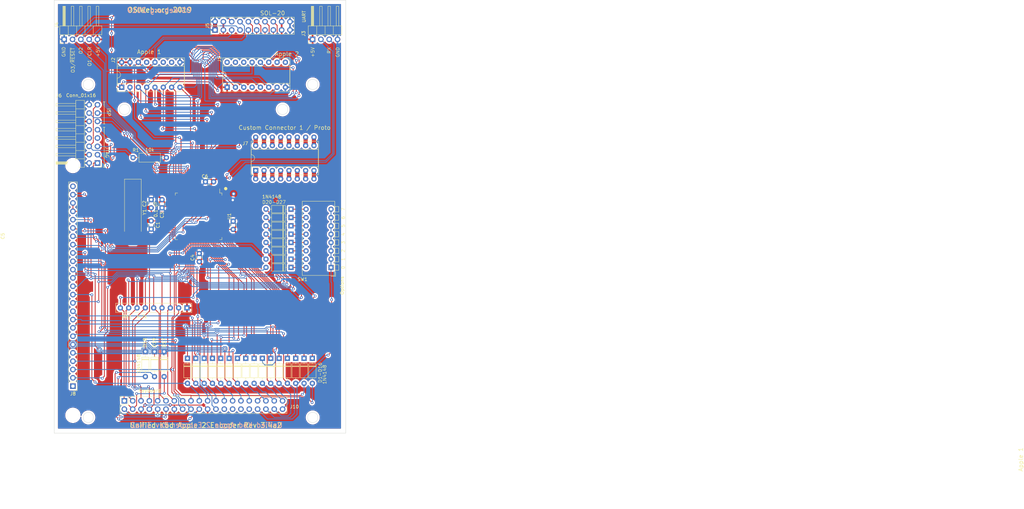
<source format=kicad_pcb>
(kicad_pcb (version 20171130) (host pcbnew "(5.1.6-0-10_14)")
  (title_block (title "Unified Retro Keyboard Apple 2 Encoder") (date 2020-05-31) (rev 3.4a2))
  (layers (0 F.Cu signal) (31 B.Cu signal) (34 B.Paste user) (35 F.Paste user) (36 B.SilkS user) (37 F.SilkS user) (38 B.Mask user) (39 F.Mask user) (44 Edge.Cuts user))
  (net 0 "")
  (net 1 GND)
  (net 2 /Row3)
  (net 3 /Row0)
  (net 4 /Row1)
  (net 5 /Row4)
  (net 6 /Row5)
  (net 7 /Row7)
  (net 8 /D7)
  (net 9 /D1)
  (net 10 /D2)
  (net 11 /D3)
  (net 12 /D4)
  (net 13 /D5)
  (net 14 /D6)
  (net 15 /Col0)
  (net 16 /Col1)
  (net 17 /Col2)
  (net 18 /Col3)
  (net 19 /Col4)
  (net 20 /Col5)
  (net 21 /Col6)
  (net 22 /Col7)
  (net 23 /Row6)
  (net 24 /Row2)
  (net 25 /D0)
  (net 26 /~STROBE)
  (net 27 /Row10)
  (net 28 /Row9)
  (net 29 /Row8)
  (net 30 /Row15)
  (net 31 /Row14)
  (net 32 /Row13)
  (net 33 /Row12)
  (net 34 /Row11)
  (net 35 /Tx)
  (net 36 /Rx)
  (net 37 "Net-(D11-Pad1)")
  (net 38 "Net-(D12-Pad1)")
  (net 39 "Net-(D13-Pad1)")
  (net 40 "Net-(D14-Pad1)")
  (net 41 "Net-(D15-Pad1)")
  (net 42 "Net-(D16-Pad1)")
  (net 43 "Net-(D20-Pad1)")
  (net 44 "Net-(D24-Pad1)")
  (net 45 "Net-(D25-Pad1)")
  (net 46 "Net-(D26-Pad1)")
  (net 47 "Net-(D4-Pad1)")
  (net 48 "Net-(D5-Pad1)")
  (net 49 "Net-(D6-Pad1)")
  (net 50 "Net-(D7-Pad1)")
  (net 51 "Net-(D8-Pad1)")
  (net 52 "Net-(D9-Pad1)")
  (net 53 "Net-(D10-Pad1)")
  (net 54 "Net-(D27-Pad1)")
  (net 55 /LED1)
  (net 56 /OUT1)
  (net 57 /OUT2)
  (net 58 /OUT3)
  (net 59 /LED3)
  (net 60 /LED2)
  (net 61 "Net-(C1-Pad1)")
  (net 62 "Net-(C2-Pad1)")
  (net 63 "Net-(D21-Pad1)")
  (net 64 "Net-(D22-Pad1)")
  (net 65 "Net-(D23-Pad1)")
  (net 66 "Net-(J1-Pad9)")
  (net 67 "Net-(J1-Pad4)")
  (net 68 "Net-(J1-Pad14)")
  (net 69 "Net-(J1-Pad15)")
  (net 70 "Net-(J1-Pad16)")
  (net 71 "Net-(J2-Pad10)")
  (net 72 "Net-(J2-Pad11)")
  (net 73 "Net-(J2-Pad13)")
  (net 74 "Net-(U1-Pad98)")
  (net 75 "Net-(U1-Pad97)")
  (net 76 "Net-(U1-Pad96)")
  (net 77 "Net-(U1-Pad95)")
  (net 78 "Net-(U1-Pad94)")
  (net 79 "Net-(U1-Pad89)")
  (net 80 "Net-(U1-Pad88)")
  (net 81 "Net-(U1-Pad87)")
  (net 82 "Net-(U1-Pad86)")
  (net 83 "Net-(U1-Pad85)")
  (net 84 "Net-(U1-Pad84)")
  (net 85 "Net-(U1-Pad83)")
  (net 86 "Net-(U1-Pad82)")
  (net 87 "Net-(U1-Pad70)")
  (net 88 "Net-(U1-Pad52)")
  (net 89 "Net-(U1-Pad51)")
  (net 90 "Net-(U1-Pad47)")
  (net 91 "Net-(U1-Pad46)")
  (net 92 "Net-(U1-Pad45)")
  (net 93 "Net-(U1-Pad44)")
  (net 94 "Net-(U1-Pad43)")
  (net 95 "Net-(U1-Pad42)")
  (net 96 "Net-(U1-Pad41)")
  (net 97 "Net-(U1-Pad40)")
  (net 98 "Net-(U1-Pad39)")
  (net 99 "Net-(U1-Pad38)")
  (net 100 "Net-(U1-Pad37)")
  (net 101 "Net-(U1-Pad36)")
  (net 102 "Net-(U1-Pad35)")
  (net 103 "Net-(U1-Pad29)")
  (net 104 "Net-(U1-Pad28)")
  (net 105 "Net-(U1-Pad19)")
  (net 106 "Net-(U1-Pad9)")
  (net 107 "Net-(U1-Pad8)")
  (net 108 "Net-(U1-Pad7)")
  (net 109 "Net-(U1-Pad6)")
  (net 110 "Net-(U1-Pad5)")
  (net 111 "Net-(U1-Pad4)")
  (net 112 "Net-(U1-Pad1)")
  (net 113 VCC)
  (net 114 "Net-(J8-Pad1)")
  (net 115 /TDI)
  (net 116 "Net-(J6-Pad8)")
  (net 117 "Net-(J6-Pad7)")
  (net 118 /~RESET)
  (net 119 /TMS)
  (net 120 /TDO)
  (net 121 /TCK)
  (net 122 "Net-(D1-Pad1)")
  (net 123 "Net-(D2-Pad1)")
  (net 124 "Net-(D3-Pad1)")
  (net 125 "Net-(D17-Pad2)")
  (net 126 "Net-(D18-Pad2)")
  (net 127 "Net-(D19-Pad2)")
  (net 128 "Net-(J7-Pad1)")
  (net 129 "Net-(J7-Pad9)")
  (net 130 "Net-(J7-Pad2)")
  (net 131 "Net-(J7-Pad10)")
  (net 132 "Net-(J7-Pad3)")
  (net 133 "Net-(J7-Pad11)")
  (net 134 "Net-(J7-Pad4)")
  (net 135 "Net-(J7-Pad12)")
  (net 136 "Net-(J7-Pad5)")
  (net 137 "Net-(J7-Pad13)")
  (net 138 "Net-(J7-Pad6)")
  (net 139 "Net-(J7-Pad14)")
  (net 140 "Net-(J7-Pad7)")
  (net 141 "Net-(J7-Pad15)")
  (net 142 "Net-(J7-Pad8)")
  (net 143 "Net-(J7-Pad16)")
  (net 144 "Net-(J10-Pad32)")
  (net 145 "Net-(J10-Pad30)")
  (net 146 "Net-(J10-Pad28)")
  (net 147 "Net-(J10-Pad26)")
  (net 148 "Net-(J8-Pad25)")
  (net 149 /MOSI)
  (net 150 /SCK)
  (net 151 /MISO)
  (module Connector_PinHeader_2.54mm:PinHeader_1x25_P2.54mm_Vertical (layer F.Cu) (at 169.522 168.556 180)
    (fp_text reference J8 (at 0 -2.33) (layer F.SilkS))
    (fp_text value Conn_01x25)
    (pad 25 thru_hole oval (at 0 60.96 180) (size 1.7 1.7) (drill 1) (layers *.Cu *.Mask) (net 148 "Net-(J8-Pad25)"))
    (pad 24 thru_hole oval (at 0 58.42 180) (size 1.7 1.7) (drill 1) (layers *.Cu *.Mask) (net 16 /Col1))
    (pad 23 thru_hole oval (at 0 55.88 180) (size 1.7 1.7) (drill 1) (layers *.Cu *.Mask) (net 34 /Row11))
    (pad 22 thru_hole oval (at 0 53.34 180) (size 1.7 1.7) (drill 1) (layers *.Cu *.Mask) (net 34 /Row11))
    (pad 21 thru_hole oval (at 0 50.8 180) (size 1.7 1.7) (drill 1) (layers *.Cu *.Mask) (net 17 /Col2))
    (pad 20 thru_hole oval (at 0 48.26 180) (size 1.7 1.7) (drill 1) (layers *.Cu *.Mask) (net 34 /Row11))
    (pad 19 thru_hole oval (at 0 45.72 180) (size 1.7 1.7) (drill 1) (layers *.Cu *.Mask) (net 18 /Col3))
    (pad 18 thru_hole oval (at 0 43.18 180) (size 1.7 1.7) (drill 1) (layers *.Cu *.Mask) (net 27 /Row10))
    (pad 17 thru_hole oval (at 0 40.64 180) (size 1.7 1.7) (drill 1) (layers *.Cu *.Mask) (net 15 /Col0))
    (pad 16 thru_hole oval (at 0 38.1 180) (size 1.7 1.7) (drill 1) (layers *.Cu *.Mask) (net 28 /Row9))
    (pad 15 thru_hole oval (at 0 35.56 180) (size 1.7 1.7) (drill 1) (layers *.Cu *.Mask) (net 7 /Row7))
    (pad 14 thru_hole oval (at 0 33.02 180) (size 1.7 1.7) (drill 1) (layers *.Cu *.Mask) (net 16 /Col1))
    (pad 13 thru_hole oval (at 0 30.48 180) (size 1.7 1.7) (drill 1) (layers *.Cu *.Mask) (net 17 /Col2))
    (pad 12 thru_hole oval (at 0 27.94 180) (size 1.7 1.7) (drill 1) (layers *.Cu *.Mask) (net 23 /Row6))
    (pad 11 thru_hole oval (at 0 25.4 180) (size 1.7 1.7) (drill 1) (layers *.Cu *.Mask) (net 18 /Col3))
    (pad 10 thru_hole oval (at 0 22.86 180) (size 1.7 1.7) (drill 1) (layers *.Cu *.Mask) (net 6 /Row5))
    (pad 9 thru_hole oval (at 0 20.32 180) (size 1.7 1.7) (drill 1) (layers *.Cu *.Mask) (net 5 /Row4))
    (pad 8 thru_hole oval (at 0 17.78 180) (size 1.7 1.7) (drill 1) (layers *.Cu *.Mask) (net 2 /Row3))
    (pad 7 thru_hole oval (at 0 15.24 180) (size 1.7 1.7) (drill 1) (layers *.Cu *.Mask) (net 24 /Row2))
    (pad 6 thru_hole oval (at 0 12.7 180) (size 1.7 1.7) (drill 1) (layers *.Cu *.Mask) (net 4 /Row1))
    (pad 5 thru_hole oval (at 0 10.16 180) (size 1.7 1.7) (drill 1) (layers *.Cu *.Mask) (net 3 /Row0))
    (pad 4 thru_hole oval (at 0 7.62 180) (size 1.7 1.7) (drill 1) (layers *.Cu *.Mask) (net 55 /LED1))
    (pad 3 thru_hole oval (at 0 5.08 180) (size 1.7 1.7) (drill 1) (layers *.Cu *.Mask) (net 15 /Col0))
    (pad 2 thru_hole oval (at 0 2.54 180) (size 1.7 1.7) (drill 1) (layers *.Cu *.Mask) (net 19 /Col4))
    (pad 1 thru_hole rect (at 0 0 180) (size 1.7 1.7) (drill 1) (layers *.Cu *.Mask) (net 114 "Net-(J8-Pad1)"))
  )
  (module Diode_THT:D_DO-35_SOD27_P7.62mm_Horizontal (layer F.Cu) (at 227.33 160.0724 270)
    (fp_text reference D15 hide)
    (fp_text value 1N4148)
    (pad 2 thru_hole oval (at 7.62 0 270) (size 1.6 1.6) (drill 0.8) (layers *.Cu *.Mask) (net 33 /Row12))
    (pad 1 thru_hole rect (at 0 0 270) (size 1.6 1.6) (drill 0.8) (layers *.Cu *.Mask) (net 41 "Net-(D15-Pad1)"))
  )
  (module Diode_THT:D_DO-35_SOD27_P7.62mm_Horizontal (layer F.Cu) (at 229.87 160.0724 270)
    (fp_text reference D6 hide)
    (fp_text value 1N4148)
    (pad 2 thru_hole oval (at 7.62 0 270) (size 1.6 1.6) (drill 0.8) (layers *.Cu *.Mask) (net 34 /Row11))
    (pad 1 thru_hole rect (at 0 0 270) (size 1.6 1.6) (drill 0.8) (layers *.Cu *.Mask) (net 49 "Net-(D6-Pad1)"))
  )
  (module Diode_THT:D_DO-35_SOD27_P7.62mm_Horizontal (layer F.Cu) (at 232.41 160.0724 270)
    (fp_text reference D14 hide)
    (fp_text value 1N4148)
    (pad 2 thru_hole oval (at 7.62 0 270) (size 1.6 1.6) (drill 0.8) (layers *.Cu *.Mask) (net 27 /Row10))
    (pad 1 thru_hole rect (at 0 0 270) (size 1.6 1.6) (drill 0.8) (layers *.Cu *.Mask) (net 40 "Net-(D14-Pad1)"))
  )
  (module Diode_THT:D_DO-35_SOD27_P7.62mm_Horizontal (layer F.Cu) (at 234.95 160.0724 270)
    (fp_text reference D5 hide)
    (fp_text value 1N4148)
    (pad 2 thru_hole oval (at 7.62 0 270) (size 1.6 1.6) (drill 0.8) (layers *.Cu *.Mask) (net 28 /Row9))
    (pad 1 thru_hole rect (at 0 0 270) (size 1.6 1.6) (drill 0.8) (layers *.Cu *.Mask) (net 48 "Net-(D5-Pad1)"))
  )
  (module Diode_THT:D_DO-35_SOD27_P7.62mm_Horizontal (layer F.Cu) (at 237.49 160.0724 270)
    (fp_text reference D13 hide)
    (fp_text value 1N4148)
    (pad 2 thru_hole oval (at 7.62 0 270) (size 1.6 1.6) (drill 0.8) (layers *.Cu *.Mask) (net 29 /Row8))
    (pad 1 thru_hole rect (at 0 0 270) (size 1.6 1.6) (drill 0.8) (layers *.Cu *.Mask) (net 39 "Net-(D13-Pad1)"))
  )
  (module Diode_THT:D_DO-35_SOD27_P7.62mm_Horizontal (layer F.Cu) (at 242.57 160.0724 270)
    (fp_text reference D8 hide)
    (fp_text value 1N4148)
    (pad 2 thru_hole oval (at 7.62 0 270) (size 1.6 1.6) (drill 0.8) (layers *.Cu *.Mask) (net 30 /Row15))
    (pad 1 thru_hole rect (at 0 0 270) (size 1.6 1.6) (drill 0.8) (layers *.Cu *.Mask) (net 51 "Net-(D8-Pad1)"))
  )
  (module Diode_THT:D_DO-35_SOD27_P7.62mm_Horizontal (layer F.Cu) (at 224.79 160.0724 270)
    (fp_text reference D7 hide)
    (fp_text value 1N4148)
    (pad 2 thru_hole oval (at 7.62 0 270) (size 1.6 1.6) (drill 0.8) (layers *.Cu *.Mask) (net 32 /Row13))
    (pad 1 thru_hole rect (at 0 0 270) (size 1.6 1.6) (drill 0.8) (layers *.Cu *.Mask) (net 50 "Net-(D7-Pad1)"))
  )
  (module Diode_THT:D_DO-35_SOD27_P7.62mm_Horizontal (layer F.Cu) (at 222.25 160.0724 270)
    (fp_text reference D16 hide)
    (fp_text value 1N4148)
    (pad 2 thru_hole oval (at 7.62 0 270) (size 1.6 1.6) (drill 0.8) (layers *.Cu *.Mask) (net 31 /Row14))
    (pad 1 thru_hole rect (at 0 0 270) (size 1.6 1.6) (drill 0.8) (layers *.Cu *.Mask) (net 42 "Net-(D16-Pad1)"))
  )
  (module Diode_THT:D_DO-35_SOD27_P7.62mm_Horizontal (layer F.Cu) (at 240.03 160.0724 270)
    (fp_text reference D4 hide)
    (fp_text value 1N4148)
    (pad 2 thru_hole oval (at 7.62 0 270) (size 1.6 1.6) (drill 0.8) (layers *.Cu *.Mask) (net 7 /Row7))
    (pad 1 thru_hole rect (at 0 0 270) (size 1.6 1.6) (drill 0.8) (layers *.Cu *.Mask) (net 47 "Net-(D4-Pad1)"))
  )
  (module Diode_THT:D_DO-35_SOD27_P7.62mm_Horizontal (layer F.Cu) (at 204.47 160.0724 270)
    (fp_text reference D12 hide)
    (fp_text value 1N4148)
    (pad 2 thru_hole oval (at 7.62 0 270) (size 1.6 1.6) (drill 0.8) (layers *.Cu *.Mask) (net 23 /Row6))
    (pad 1 thru_hole rect (at 0 0 270) (size 1.6 1.6) (drill 0.8) (layers *.Cu *.Mask) (net 38 "Net-(D12-Pad1)"))
  )
  (module Diode_THT:D_DO-35_SOD27_P7.62mm_Horizontal (layer F.Cu) (at 209.55 160.0724 270)
    (fp_text reference D11 hide)
    (fp_text value 1N4148)
    (pad 2 thru_hole oval (at 7.62 0 270) (size 1.6 1.6) (drill 0.8) (layers *.Cu *.Mask) (net 5 /Row4))
    (pad 1 thru_hole rect (at 0 0 270) (size 1.6 1.6) (drill 0.8) (layers *.Cu *.Mask) (net 37 "Net-(D11-Pad1)"))
  )
  (module Diode_THT:D_DO-35_SOD27_P7.62mm_Horizontal (layer F.Cu) (at 214.63 160.0724 270)
    (fp_text reference D10 hide)
    (fp_text value 1N4148)
    (pad 2 thru_hole oval (at 7.62 0 270) (size 1.6 1.6) (drill 0.8) (layers *.Cu *.Mask) (net 24 /Row2))
    (pad 1 thru_hole rect (at 0 0 270) (size 1.6 1.6) (drill 0.8) (layers *.Cu *.Mask) (net 53 "Net-(D10-Pad1)"))
  )
  (module Diode_THT:D_DO-35_SOD27_P7.62mm_Horizontal (layer F.Cu) (at 219.71 160.0724 270)
    (fp_text reference D9 hide)
    (fp_text value 1N4148)
    (pad 2 thru_hole oval (at 7.62 0 270) (size 1.6 1.6) (drill 0.8) (layers *.Cu *.Mask) (net 3 /Row0))
    (pad 1 thru_hole rect (at 0 0 270) (size 1.6 1.6) (drill 0.8) (layers *.Cu *.Mask) (net 52 "Net-(D9-Pad1)"))
  )
  (module Diode_THT:D_DO-35_SOD27_P7.62mm_Horizontal (layer F.Cu) (at 207.01 160.0724 270)
    (fp_text reference D3 hide)
    (fp_text value 1N4148)
    (pad 2 thru_hole oval (at 7.62 0 270) (size 1.6 1.6) (drill 0.8) (layers *.Cu *.Mask) (net 6 /Row5))
    (pad 1 thru_hole rect (at 0 0 270) (size 1.6 1.6) (drill 0.8) (layers *.Cu *.Mask) (net 124 "Net-(D3-Pad1)"))
  )
  (module Diode_THT:D_DO-35_SOD27_P7.62mm_Horizontal (layer F.Cu) (at 212.09 160.0724 270)
    (fp_text reference D2 hide)
    (fp_text value 1N4148)
    (pad 2 thru_hole oval (at 7.62 0 270) (size 1.6 1.6) (drill 0.8) (layers *.Cu *.Mask) (net 2 /Row3))
    (pad 1 thru_hole rect (at 0 0 270) (size 1.6 1.6) (drill 0.8) (layers *.Cu *.Mask) (net 123 "Net-(D2-Pad1)"))
  )
  (module Diode_THT:D_DO-35_SOD27_P7.62mm_Horizontal (layer F.Cu) (at 217.17 160.0724 270)
    (fp_text reference D1 hide)
    (fp_text value 1N4148)
    (pad 2 thru_hole oval (at 7.62 0 270) (size 1.6 1.6) (drill 0.8) (layers *.Cu *.Mask) (net 4 /Row1))
    (pad 1 thru_hole rect (at 0 0 270) (size 1.6 1.6) (drill 0.8) (layers *.Cu *.Mask) (net 122 "Net-(D1-Pad1)"))
  )
  (module MountingHole:MountingHole_3.7mm (layer F.Cu) (at 169.522 177.446)
    (fp_text reference MH2 hide)
    (fp_text value "Apple II" hide)
    (pad 1 np_thru_hole circle (at 0 0) (size 3.7 3.7) (drill 3.7) (layers *.Cu *.Mask))
  )
  (module MountingHole:MountingHole_3.7mm (layer F.Cu) (at 169.522 101.246)
    (fp_text reference MH1 hide)
    (fp_text value "Apple II" hide)
    (pad 1 np_thru_hole circle (at 0 0) (size 3.7 3.7) (drill 3.7) (layers *.Cu *.Mask))
  )
  (module Connector_PinHeader_2.54mm:PinHeader_2x08_P2.54mm_Horizontal (layer F.Cu) (at 177.015 100.484 180)
    (fp_text reference J6 (at 11.7475 20.574) (layer F.SilkS))
    (fp_text value Conn_01x16 (at 5.0165 20.6375) (layer F.SilkS))
    (pad 16 thru_hole oval (at 2.54 17.78 180) (size 1.7 1.7) (drill 1) (layers *.Cu *.Mask) (net 1 GND))
    (pad 15 thru_hole oval (at 0 17.78 180) (size 1.7 1.7) (drill 1) (layers *.Cu *.Mask) (net 118 /~RESET))
    (pad 14 thru_hole oval (at 2.54 15.24 180) (size 1.7 1.7) (drill 1) (layers *.Cu *.Mask) (net 149 /MOSI))
    (pad 13 thru_hole oval (at 0 15.24 180) (size 1.7 1.7) (drill 1) (layers *.Cu *.Mask) (net 150 /SCK))
    (pad 12 thru_hole oval (at 2.54 12.7 180) (size 1.7 1.7) (drill 1) (layers *.Cu *.Mask) (net 113 VCC))
    (pad 11 thru_hole oval (at 0 12.7 180) (size 1.7 1.7) (drill 1) (layers *.Cu *.Mask) (net 151 /MISO))
    (pad 10 thru_hole oval (at 2.54 10.16 180) (size 1.7 1.7) (drill 1) (layers *.Cu *.Mask) (net 1 GND))
    (pad 9 thru_hole oval (at 0 10.16 180) (size 1.7 1.7) (drill 1) (layers *.Cu *.Mask) (net 115 /TDI))
    (pad 8 thru_hole oval (at 2.54 7.62 180) (size 1.7 1.7) (drill 1) (layers *.Cu *.Mask) (net 116 "Net-(J6-Pad8)"))
    (pad 7 thru_hole oval (at 0 7.62 180) (size 1.7 1.7) (drill 1) (layers *.Cu *.Mask) (net 117 "Net-(J6-Pad7)"))
    (pad 6 thru_hole oval (at 2.54 5.08 180) (size 1.7 1.7) (drill 1) (layers *.Cu *.Mask) (net 118 /~RESET))
    (pad 5 thru_hole oval (at 0 5.08 180) (size 1.7 1.7) (drill 1) (layers *.Cu *.Mask) (net 119 /TMS))
    (pad 4 thru_hole oval (at 2.54 2.54 180) (size 1.7 1.7) (drill 1) (layers *.Cu *.Mask) (net 113 VCC))
    (pad 3 thru_hole oval (at 0 2.54 180) (size 1.7 1.7) (drill 1) (layers *.Cu *.Mask) (net 120 /TDO))
    (pad 2 thru_hole oval (at 2.54 0 180) (size 1.7 1.7) (drill 1) (layers *.Cu *.Mask) (net 1 GND))
    (pad 1 thru_hole rect (at 0 0 180) (size 1.7 1.7) (drill 1) (layers *.Cu *.Mask) (net 121 /TCK))
  )
  (module "" (layer F.Cu) (at 230.355 88.165)
    (fp_text reference "" (at 225.275 102.77) (layer F.SilkS) (effects (font (size 1.27 1.27))))
    (fp_text value "" (at 225.275 102.77) (layer F.SilkS) (effects (font (size 1.27 1.27))))
    (fp_text user "Apple 1" (at 228.323 102.77 90) (layer F.SilkS) (effects (font (size 1.27 1.27))))
  )
  (module unikbd:DIP-16_W7.62mm_Proto (layer F.Cu) (at 225.275 102.77 90)
    (fp_text reference J7 (at 8.255 -3.175 180) (layer F.SilkS))
    (fp_text value "Custom Connector 1 / Proto" (at 13.081 8.8265) (layer F.SilkS) (effects (font (size 1.27 1.27))))
    (fp_line (start 0 17.78) (end -2.54 17.78) (layer F.Cu) (width 1.27))
    (fp_line (start 0 15.24) (end -2.54 15.24) (layer F.Cu) (width 1.27))
    (fp_line (start 0 12.7) (end -2.54 12.7) (layer F.Cu) (width 1.27))
    (fp_line (start 0 10.16) (end -2.54 10.16) (layer F.Cu) (width 1.27))
    (fp_line (start 0 7.62) (end -2.54 7.62) (layer F.Cu) (width 1.27))
    (fp_line (start 0 5.08) (end -2.54 5.08) (layer F.Cu) (width 1.27))
    (fp_line (start 0 2.54) (end -2.54 2.54) (layer F.Cu) (width 1.27))
    (fp_line (start 0 0) (end -2.54 0) (layer F.Cu) (width 1.27))
    (fp_line (start 10.16 0) (end 7.62 0) (layer F.Cu) (width 1.27))
    (fp_line (start 10.16 2.54) (end 7.62 2.54) (layer F.Cu) (width 1.27))
    (fp_line (start 10.16 5.08) (end 7.62 5.08) (layer F.Cu) (width 1.27))
    (fp_line (start 10.16 7.62) (end 7.62 7.62) (layer F.Cu) (width 1.27))
    (fp_line (start 10.16 10.16) (end 7.62 10.16) (layer F.Cu) (width 1.27))
    (fp_line (start 10.16 12.7) (end 7.62 12.7) (layer F.Cu) (width 1.27))
    (fp_line (start 10.16 15.24) (end 7.62 15.24) (layer F.Cu) (width 1.27))
    (fp_line (start 10.16 17.78) (end 7.62 17.78) (layer F.Cu) (width 1.27))
    (pad 46 thru_hole oval (at 10.16 17.78 90) (size 1.6 1.6) (drill 0.8) (layers *.Cu *.Mask))
    (pad 45 thru_hole oval (at -2.54 17.78 90) (size 1.6 1.6) (drill 0.8) (layers *.Cu *.Mask))
    (pad 42 thru_hole oval (at 10.16 15.24 90) (size 1.6 1.6) (drill 0.8) (layers *.Cu *.Mask))
    (pad 41 thru_hole oval (at -2.54 15.24 90) (size 1.6 1.6) (drill 0.8) (layers *.Cu *.Mask))
    (pad 38 thru_hole oval (at 10.16 12.7 90) (size 1.6 1.6) (drill 0.8) (layers *.Cu *.Mask))
    (pad 37 thru_hole oval (at -2.54 12.7 90) (size 1.6 1.6) (drill 0.8) (layers *.Cu *.Mask))
    (pad 34 thru_hole oval (at 10.16 10.16 90) (size 1.6 1.6) (drill 0.8) (layers *.Cu *.Mask))
    (pad 33 thru_hole oval (at -2.54 10.16 90) (size 1.6 1.6) (drill 0.8) (layers *.Cu *.Mask))
    (pad 30 thru_hole oval (at 10.16 7.62 90) (size 1.6 1.6) (drill 0.8) (layers *.Cu *.Mask))
    (pad 29 thru_hole oval (at -2.54 7.62 90) (size 1.6 1.6) (drill 0.8) (layers *.Cu *.Mask))
    (pad 26 thru_hole oval (at 10.16 5.08 90) (size 1.6 1.6) (drill 0.8) (layers *.Cu *.Mask))
    (pad 25 thru_hole oval (at -2.54 5.08 90) (size 1.6 1.6) (drill 0.8) (layers *.Cu *.Mask))
    (pad 22 thru_hole oval (at 10.16 2.54 90) (size 1.6 1.6) (drill 0.8) (layers *.Cu *.Mask))
    (pad 21 thru_hole oval (at -2.54 2.54 90) (size 1.6 1.6) (drill 0.8) (layers *.Cu *.Mask))
    (pad 18 thru_hole oval (at 10.16 0 90) (size 1.6 1.6) (drill 0.8) (layers *.Cu *.Mask))
    (pad 17 thru_hole oval (at -2.54 0 90) (size 1.6 1.6) (drill 0.8) (layers *.Cu *.Mask))
    (pad 1 thru_hole rect (at 0 0 90) (size 1.6 1.6) (drill 0.8) (layers *.Cu *.Mask) (net 128 "Net-(J7-Pad1)"))
    (pad 9 thru_hole oval (at 7.62 17.78 90) (size 1.6 1.6) (drill 0.8) (layers *.Cu *.Mask) (net 129 "Net-(J7-Pad9)"))
    (pad 2 thru_hole oval (at 0 2.54 90) (size 1.6 1.6) (drill 0.8) (layers *.Cu *.Mask) (net 130 "Net-(J7-Pad2)"))
    (pad 10 thru_hole oval (at 7.62 15.24 90) (size 1.6 1.6) (drill 0.8) (layers *.Cu *.Mask) (net 131 "Net-(J7-Pad10)"))
    (pad 3 thru_hole oval (at 0 5.08 90) (size 1.6 1.6) (drill 0.8) (layers *.Cu *.Mask) (net 132 "Net-(J7-Pad3)"))
    (pad 11 thru_hole oval (at 7.62 12.7 90) (size 1.6 1.6) (drill 0.8) (layers *.Cu *.Mask) (net 133 "Net-(J7-Pad11)"))
    (pad 4 thru_hole oval (at 0 7.62 90) (size 1.6 1.6) (drill 0.8) (layers *.Cu *.Mask) (net 134 "Net-(J7-Pad4)"))
    (pad 12 thru_hole oval (at 7.62 10.16 90) (size 1.6 1.6) (drill 0.8) (layers *.Cu *.Mask) (net 135 "Net-(J7-Pad12)"))
    (pad 5 thru_hole oval (at 0 10.16 90) (size 1.6 1.6) (drill 0.8) (layers *.Cu *.Mask) (net 136 "Net-(J7-Pad5)"))
    (pad 13 thru_hole oval (at 7.62 7.62 90) (size 1.6 1.6) (drill 0.8) (layers *.Cu *.Mask) (net 137 "Net-(J7-Pad13)"))
    (pad 6 thru_hole oval (at 0 12.7 90) (size 1.6 1.6) (drill 0.8) (layers *.Cu *.Mask) (net 138 "Net-(J7-Pad6)"))
    (pad 14 thru_hole oval (at 7.62 5.08 90) (size 1.6 1.6) (drill 0.8) (layers *.Cu *.Mask) (net 139 "Net-(J7-Pad14)"))
    (pad 7 thru_hole oval (at 0 15.24 90) (size 1.6 1.6) (drill 0.8) (layers *.Cu *.Mask) (net 140 "Net-(J7-Pad7)"))
    (pad 15 thru_hole oval (at 7.62 2.54 90) (size 1.6 1.6) (drill 0.8) (layers *.Cu *.Mask) (net 141 "Net-(J7-Pad15)"))
    (pad 8 thru_hole oval (at 0 17.78 90) (size 1.6 1.6) (drill 0.8) (layers *.Cu *.Mask) (net 142 "Net-(J7-Pad8)"))
    (pad 16 thru_hole oval (at 7.62 0 90) (size 1.6 1.6) (drill 0.8) (layers *.Cu *.Mask) (net 143 "Net-(J7-Pad16)"))
  )
  (module Package_QFP:TQFP-100_14x14mm_P0.5mm (layer F.Cu) (at 207.876 116.74 270)
    (fp_text reference U1 (at 0 -9.35 90) (layer F.SilkS))
    (fp_text value ATmega2560-16AU)
    (pad 100 smd roundrect (at -6 -7.6625 270) (size 0.3 1.475) (layers F.Cu F.Paste F.Mask) (net 113 VCC))
    (pad 99 smd roundrect (at -5.5 -7.6625 270) (size 0.3 1.475) (layers F.Cu F.Paste F.Mask) (net 1 GND))
    (pad 98 smd roundrect (at -5 -7.6625 270) (size 0.3 1.475) (layers F.Cu F.Paste F.Mask) (net 74 "Net-(U1-Pad98)"))
    (pad 97 smd roundrect (at -4.5 -7.6625 270) (size 0.3 1.475) (layers F.Cu F.Paste F.Mask) (net 75 "Net-(U1-Pad97)"))
    (pad 96 smd roundrect (at -4 -7.6625 270) (size 0.3 1.475) (layers F.Cu F.Paste F.Mask) (net 76 "Net-(U1-Pad96)"))
    (pad 95 smd roundrect (at -3.5 -7.6625 270) (size 0.3 1.475) (layers F.Cu F.Paste F.Mask) (net 77 "Net-(U1-Pad95)"))
    (pad 94 smd roundrect (at -3 -7.6625 270) (size 0.3 1.475) (layers F.Cu F.Paste F.Mask) (net 78 "Net-(U1-Pad94)"))
    (pad 93 smd roundrect (at -2.5 -7.6625 270) (size 0.3 1.475) (layers F.Cu F.Paste F.Mask) (net 121 /TCK))
    (pad 92 smd roundrect (at -2 -7.6625 270) (size 0.3 1.475) (layers F.Cu F.Paste F.Mask) (net 119 /TMS))
    (pad 91 smd roundrect (at -1.5 -7.6625 270) (size 0.3 1.475) (layers F.Cu F.Paste F.Mask) (net 120 /TDO))
    (pad 90 smd roundrect (at -1 -7.6625 270) (size 0.3 1.475) (layers F.Cu F.Paste F.Mask) (net 115 /TDI))
    (pad 89 smd roundrect (at -0.5 -7.6625 270) (size 0.3 1.475) (layers F.Cu F.Paste F.Mask) (net 79 "Net-(U1-Pad89)"))
    (pad 88 smd roundrect (at 0 -7.6625 270) (size 0.3 1.475) (layers F.Cu F.Paste F.Mask) (net 80 "Net-(U1-Pad88)"))
    (pad 87 smd roundrect (at 0.5 -7.6625 270) (size 0.3 1.475) (layers F.Cu F.Paste F.Mask) (net 81 "Net-(U1-Pad87)"))
    (pad 86 smd roundrect (at 1 -7.6625 270) (size 0.3 1.475) (layers F.Cu F.Paste F.Mask) (net 82 "Net-(U1-Pad86)"))
    (pad 85 smd roundrect (at 1.5 -7.6625 270) (size 0.3 1.475) (layers F.Cu F.Paste F.Mask) (net 83 "Net-(U1-Pad85)"))
    (pad 84 smd roundrect (at 2 -7.6625 270) (size 0.3 1.475) (layers F.Cu F.Paste F.Mask) (net 84 "Net-(U1-Pad84)"))
    (pad 83 smd roundrect (at 2.5 -7.6625 270) (size 0.3 1.475) (layers F.Cu F.Paste F.Mask) (net 85 "Net-(U1-Pad83)"))
    (pad 82 smd roundrect (at 3 -7.6625 270) (size 0.3 1.475) (layers F.Cu F.Paste F.Mask) (net 86 "Net-(U1-Pad82)"))
    (pad 81 smd roundrect (at 3.5 -7.6625 270) (size 0.3 1.475) (layers F.Cu F.Paste F.Mask) (net 1 GND))
    (pad 80 smd roundrect (at 4 -7.6625 270) (size 0.3 1.475) (layers F.Cu F.Paste F.Mask) (net 113 VCC))
    (pad 79 smd roundrect (at 4.5 -7.6625 270) (size 0.3 1.475) (layers F.Cu F.Paste F.Mask) (net 47 "Net-(D4-Pad1)"))
    (pad 78 smd roundrect (at 5 -7.6625 270) (size 0.3 1.475) (layers F.Cu F.Paste F.Mask) (net 39 "Net-(D13-Pad1)"))
    (pad 77 smd roundrect (at 5.5 -7.6625 270) (size 0.3 1.475) (layers F.Cu F.Paste F.Mask) (net 48 "Net-(D5-Pad1)"))
    (pad 76 smd roundrect (at 6 -7.6625 270) (size 0.3 1.475) (layers F.Cu F.Paste F.Mask) (net 40 "Net-(D14-Pad1)"))
    (pad 75 smd roundrect (at 7.6625 -6 270) (size 1.475 0.3) (layers F.Cu F.Paste F.Mask) (net 49 "Net-(D6-Pad1)"))
    (pad 74 smd roundrect (at 7.6625 -5.5 270) (size 1.475 0.3) (layers F.Cu F.Paste F.Mask) (net 41 "Net-(D15-Pad1)"))
    (pad 73 smd roundrect (at 7.6625 -5 270) (size 1.475 0.3) (layers F.Cu F.Paste F.Mask) (net 50 "Net-(D7-Pad1)"))
    (pad 72 smd roundrect (at 7.6625 -4.5 270) (size 1.475 0.3) (layers F.Cu F.Paste F.Mask) (net 42 "Net-(D16-Pad1)"))
    (pad 71 smd roundrect (at 7.6625 -4 270) (size 1.475 0.3) (layers F.Cu F.Paste F.Mask) (net 51 "Net-(D8-Pad1)"))
    (pad 70 smd roundrect (at 7.6625 -3.5 270) (size 1.475 0.3) (layers F.Cu F.Paste F.Mask) (net 87 "Net-(U1-Pad70)"))
    (pad 69 smd roundrect (at 7.6625 -3 270) (size 1.475 0.3) (layers F.Cu F.Paste F.Mask) (net 38 "Net-(D12-Pad1)"))
    (pad 68 smd roundrect (at 7.6625 -2.5 270) (size 1.475 0.3) (layers F.Cu F.Paste F.Mask) (net 124 "Net-(D3-Pad1)"))
    (pad 67 smd roundrect (at 7.6625 -2 270) (size 1.475 0.3) (layers F.Cu F.Paste F.Mask) (net 37 "Net-(D11-Pad1)"))
    (pad 66 smd roundrect (at 7.6625 -1.5 270) (size 1.475 0.3) (layers F.Cu F.Paste F.Mask) (net 123 "Net-(D2-Pad1)"))
    (pad 65 smd roundrect (at 7.6625 -1 270) (size 1.475 0.3) (layers F.Cu F.Paste F.Mask) (net 53 "Net-(D10-Pad1)"))
    (pad 64 smd roundrect (at 7.6625 -0.5 270) (size 1.475 0.3) (layers F.Cu F.Paste F.Mask) (net 122 "Net-(D1-Pad1)"))
    (pad 63 smd roundrect (at 7.6625 0 270) (size 1.475 0.3) (layers F.Cu F.Paste F.Mask) (net 52 "Net-(D9-Pad1)"))
    (pad 62 smd roundrect (at 7.6625 0.5 270) (size 1.475 0.3) (layers F.Cu F.Paste F.Mask) (net 1 GND))
    (pad 61 smd roundrect (at 7.6625 1 270) (size 1.475 0.3) (layers F.Cu F.Paste F.Mask) (net 113 VCC))
    (pad 60 smd roundrect (at 7.6625 1.5 270) (size 1.475 0.3) (layers F.Cu F.Paste F.Mask) (net 22 /Col7))
    (pad 59 smd roundrect (at 7.6625 2 270) (size 1.475 0.3) (layers F.Cu F.Paste F.Mask) (net 21 /Col6))
    (pad 58 smd roundrect (at 7.6625 2.5 270) (size 1.475 0.3) (layers F.Cu F.Paste F.Mask) (net 20 /Col5))
    (pad 57 smd roundrect (at 7.6625 3 270) (size 1.475 0.3) (layers F.Cu F.Paste F.Mask) (net 19 /Col4))
    (pad 56 smd roundrect (at 7.6625 3.5 270) (size 1.475 0.3) (layers F.Cu F.Paste F.Mask) (net 18 /Col3))
    (pad 55 smd roundrect (at 7.6625 4 270) (size 1.475 0.3) (layers F.Cu F.Paste F.Mask) (net 17 /Col2))
    (pad 54 smd roundrect (at 7.6625 4.5 270) (size 1.475 0.3) (layers F.Cu F.Paste F.Mask) (net 16 /Col1))
    (pad 53 smd roundrect (at 7.6625 5 270) (size 1.475 0.3) (layers F.Cu F.Paste F.Mask) (net 15 /Col0))
    (pad 52 smd roundrect (at 7.6625 5.5 270) (size 1.475 0.3) (layers F.Cu F.Paste F.Mask) (net 88 "Net-(U1-Pad52)"))
    (pad 51 smd roundrect (at 7.6625 6 270) (size 1.475 0.3) (layers F.Cu F.Paste F.Mask) (net 89 "Net-(U1-Pad51)"))
    (pad 50 smd roundrect (at 6 7.6625 270) (size 0.3 1.475) (layers F.Cu F.Paste F.Mask) (net 59 /LED3))
    (pad 49 smd roundrect (at 5.5 7.6625 270) (size 0.3 1.475) (layers F.Cu F.Paste F.Mask) (net 60 /LED2))
    (pad 48 smd roundrect (at 5 7.6625 270) (size 0.3 1.475) (layers F.Cu F.Paste F.Mask) (net 55 /LED1))
    (pad 47 smd roundrect (at 4.5 7.6625 270) (size 0.3 1.475) (layers F.Cu F.Paste F.Mask) (net 90 "Net-(U1-Pad47)"))
    (pad 46 smd roundrect (at 4 7.6625 270) (size 0.3 1.475) (layers F.Cu F.Paste F.Mask) (net 91 "Net-(U1-Pad46)"))
    (pad 45 smd roundrect (at 3.5 7.6625 270) (size 0.3 1.475) (layers F.Cu F.Paste F.Mask) (net 92 "Net-(U1-Pad45)"))
    (pad 44 smd roundrect (at 3 7.6625 270) (size 0.3 1.475) (layers F.Cu F.Paste F.Mask) (net 93 "Net-(U1-Pad44)"))
    (pad 43 smd roundrect (at 2.5 7.6625 270) (size 0.3 1.475) (layers F.Cu F.Paste F.Mask) (net 94 "Net-(U1-Pad43)"))
    (pad 42 smd roundrect (at 2 7.6625 270) (size 0.3 1.475) (layers F.Cu F.Paste F.Mask) (net 95 "Net-(U1-Pad42)"))
    (pad 41 smd roundrect (at 1.5 7.6625 270) (size 0.3 1.475) (layers F.Cu F.Paste F.Mask) (net 96 "Net-(U1-Pad41)"))
    (pad 40 smd roundrect (at 1 7.6625 270) (size 0.3 1.475) (layers F.Cu F.Paste F.Mask) (net 97 "Net-(U1-Pad40)"))
    (pad 39 smd roundrect (at 0.5 7.6625 270) (size 0.3 1.475) (layers F.Cu F.Paste F.Mask) (net 98 "Net-(U1-Pad39)"))
    (pad 38 smd roundrect (at 0 7.6625 270) (size 0.3 1.475) (layers F.Cu F.Paste F.Mask) (net 99 "Net-(U1-Pad38)"))
    (pad 37 smd roundrect (at -0.5 7.6625 270) (size 0.3 1.475) (layers F.Cu F.Paste F.Mask) (net 100 "Net-(U1-Pad37)"))
    (pad 36 smd roundrect (at -1 7.6625 270) (size 0.3 1.475) (layers F.Cu F.Paste F.Mask) (net 101 "Net-(U1-Pad36)"))
    (pad 35 smd roundrect (at -1.5 7.6625 270) (size 0.3 1.475) (layers F.Cu F.Paste F.Mask) (net 102 "Net-(U1-Pad35)"))
    (pad 34 smd roundrect (at -2 7.6625 270) (size 0.3 1.475) (layers F.Cu F.Paste F.Mask) (net 61 "Net-(C1-Pad1)"))
    (pad 33 smd roundrect (at -2.5 7.6625 270) (size 0.3 1.475) (layers F.Cu F.Paste F.Mask) (net 62 "Net-(C2-Pad1)"))
    (pad 32 smd roundrect (at -3 7.6625 270) (size 0.3 1.475) (layers F.Cu F.Paste F.Mask) (net 1 GND))
    (pad 31 smd roundrect (at -3.5 7.6625 270) (size 0.3 1.475) (layers F.Cu F.Paste F.Mask) (net 113 VCC))
    (pad 30 smd roundrect (at -4 7.6625 270) (size 0.3 1.475) (layers F.Cu F.Paste F.Mask) (net 118 /~RESET))
    (pad 29 smd roundrect (at -4.5 7.6625 270) (size 0.3 1.475) (layers F.Cu F.Paste F.Mask) (net 103 "Net-(U1-Pad29)"))
    (pad 28 smd roundrect (at -5 7.6625 270) (size 0.3 1.475) (layers F.Cu F.Paste F.Mask) (net 104 "Net-(U1-Pad28)"))
    (pad 27 smd roundrect (at -5.5 7.6625 270) (size 0.3 1.475) (layers F.Cu F.Paste F.Mask) (net 8 /D7))
    (pad 26 smd roundrect (at -6 7.6625 270) (size 0.3 1.475) (layers F.Cu F.Paste F.Mask) (net 58 /OUT3))
    (pad 25 smd roundrect (at -7.6625 6 270) (size 1.475 0.3) (layers F.Cu F.Paste F.Mask) (net 57 /OUT2))
    (pad 24 smd roundrect (at -7.6625 5.5 270) (size 1.475 0.3) (layers F.Cu F.Paste F.Mask) (net 56 /OUT1))
    (pad 23 smd roundrect (at -7.6625 5 270) (size 1.475 0.3) (layers F.Cu F.Paste F.Mask) (net 26 /~STROBE))
    (pad 22 smd roundrect (at -7.6625 4.5 270) (size 1.475 0.3) (layers F.Cu F.Paste F.Mask) (net 151 /MISO))
    (pad 21 smd roundrect (at -7.6625 4 270) (size 1.475 0.3) (layers F.Cu F.Paste F.Mask) (net 149 /MOSI))
    (pad 20 smd roundrect (at -7.6625 3.5 270) (size 1.475 0.3) (layers F.Cu F.Paste F.Mask) (net 150 /SCK))
    (pad 19 smd roundrect (at -7.6625 3 270) (size 1.475 0.3) (layers F.Cu F.Paste F.Mask) (net 105 "Net-(U1-Pad19)"))
    (pad 18 smd roundrect (at -7.6625 2.5 270) (size 1.475 0.3) (layers F.Cu F.Paste F.Mask) (net 14 /D6))
    (pad 17 smd roundrect (at -7.6625 2 270) (size 1.475 0.3) (layers F.Cu F.Paste F.Mask) (net 13 /D5))
    (pad 16 smd roundrect (at -7.6625 1.5 270) (size 1.475 0.3) (layers F.Cu F.Paste F.Mask) (net 12 /D4))
    (pad 15 smd roundrect (at -7.6625 1 270) (size 1.475 0.3) (layers F.Cu F.Paste F.Mask) (net 11 /D3))
    (pad 14 smd roundrect (at -7.6625 0.5 270) (size 1.475 0.3) (layers F.Cu F.Paste F.Mask) (net 10 /D2))
    (pad 13 smd roundrect (at -7.6625 0 270) (size 1.475 0.3) (layers F.Cu F.Paste F.Mask) (net 9 /D1))
    (pad 12 smd roundrect (at -7.6625 -0.5 270) (size 1.475 0.3) (layers F.Cu F.Paste F.Mask) (net 25 /D0))
    (pad 11 smd roundrect (at -7.6625 -1 270) (size 1.475 0.3) (layers F.Cu F.Paste F.Mask) (net 1 GND))
    (pad 10 smd roundrect (at -7.6625 -1.5 270) (size 1.475 0.3) (layers F.Cu F.Paste F.Mask) (net 113 VCC))
    (pad 9 smd roundrect (at -7.6625 -2 270) (size 1.475 0.3) (layers F.Cu F.Paste F.Mask) (net 106 "Net-(U1-Pad9)"))
    (pad 8 smd roundrect (at -7.6625 -2.5 270) (size 1.475 0.3) (layers F.Cu F.Paste F.Mask) (net 107 "Net-(U1-Pad8)"))
    (pad 7 smd roundrect (at -7.6625 -3 270) (size 1.475 0.3) (layers F.Cu F.Paste F.Mask) (net 108 "Net-(U1-Pad7)"))
    (pad 6 smd roundrect (at -7.6625 -3.5 270) (size 1.475 0.3) (layers F.Cu F.Paste F.Mask) (net 109 "Net-(U1-Pad6)"))
    (pad 5 smd roundrect (at -7.6625 -4 270) (size 1.475 0.3) (layers F.Cu F.Paste F.Mask) (net 110 "Net-(U1-Pad5)"))
    (pad 4 smd roundrect (at -7.6625 -4.5 270) (size 1.475 0.3) (layers F.Cu F.Paste F.Mask) (net 111 "Net-(U1-Pad4)"))
    (pad 3 smd roundrect (at -7.6625 -5 270) (size 1.475 0.3) (layers F.Cu F.Paste F.Mask) (net 35 /Tx))
    (pad 2 smd roundrect (at -7.6625 -5.5 270) (size 1.475 0.3) (layers F.Cu F.Paste F.Mask) (net 36 /Rx))
    (pad 1 smd roundrect (at -7.6625 -6 270) (size 1.475 0.3) (layers F.Cu F.Paste F.Mask) (net 112 "Net-(U1-Pad1)"))
  )
  (module Crystal:Crystal_SMD_HC49-SD_HandSoldering (layer F.Cu) (at 187.81 115.47 270)
    (fp_text reference Y1 (at 0 -3.55 90) (layer F.SilkS))
    (fp_text value "16.000 MHz")
    (pad 2 smd rect (at 5.9375 0 270) (size 7.875 2) (layers F.Cu F.Paste F.Mask) (net 61 "Net-(C1-Pad1)"))
    (pad 1 smd rect (at -5.9375 0 270) (size 7.875 2) (layers F.Cu F.Paste F.Mask) (net 62 "Net-(C2-Pad1)"))
  )
  (module Resistor_THT:R_Axial_DIN0207_L6.3mm_D2.5mm_P10.16mm_Horizontal (layer F.Cu) (at 198.0335 98.833 180)
    (fp_text reference R1 (at 9.3345 2.286) (layer F.SilkS))
    (fp_text value 10k (at 5.08 2.37) (layer F.SilkS))
    (pad 2 thru_hole oval (at 10.16 0 180) (size 1.6 1.6) (drill 0.8) (layers *.Cu *.Mask) (net 118 /~RESET))
    (pad 1 thru_hole circle (at 0 0 180) (size 1.6 1.6) (drill 0.8) (layers *.Cu *.Mask) (net 113 VCC))
  )
  (module Capacitor_THT:C_Disc_D3.0mm_W1.6mm_P2.50mm (layer F.Cu) (at 212.448 106.199 180)
    (fp_text reference C6 (at 2.667 1.651) (layer F.SilkS))
    (fp_text value "0.1 uF")
    (pad 2 thru_hole circle (at 2.5 0 180) (size 1.6 1.6) (drill 0.8) (layers *.Cu *.Mask) (net 1 GND))
    (pad 1 thru_hole circle (at 0 0 180) (size 1.6 1.6) (drill 0.8) (layers *.Cu *.Mask) (net 113 VCC))
  )
  (module Capacitor_THT:C_Disc_D3.0mm_W1.6mm_P2.50mm (layer F.Cu) (at 193.398 114.16 90)
    (fp_text reference C2 (at 1.25 -2.05 90) (layer F.SilkS))
    (fp_text value 36pf)
    (pad 2 thru_hole circle (at 2.5 0 90) (size 1.6 1.6) (drill 0.8) (layers *.Cu *.Mask) (net 1 GND))
    (pad 1 thru_hole circle (at 0 0 90) (size 1.6 1.6) (drill 0.8) (layers *.Cu *.Mask) (net 62 "Net-(C2-Pad1)"))
  )
  (module Capacitor_THT:C_Disc_D3.0mm_W1.6mm_P2.50mm (layer F.Cu) (at 218.417 120.7405 90)
    (fp_text reference C5 (at -2.032 -70.2945 90) (layer F.SilkS))
    (fp_text value "0.1 uF")
    (pad 2 thru_hole circle (at 2.5 0 90) (size 1.6 1.6) (drill 0.8) (layers *.Cu *.Mask) (net 1 GND))
    (pad 1 thru_hole circle (at 0 0 90) (size 1.6 1.6) (drill 0.8) (layers *.Cu *.Mask) (net 113 VCC))
  )
  (module Capacitor_THT:C_Disc_D3.0mm_W1.6mm_P2.50mm (layer F.Cu) (at 193.398 118.137 270)
    (fp_text reference C1 (at 1.25 -2.05 90) (layer F.SilkS))
    (fp_text value 36pf)
    (pad 2 thru_hole circle (at 2.5 0 270) (size 1.6 1.6) (drill 0.8) (layers *.Cu *.Mask) (net 1 GND))
    (pad 1 thru_hole circle (at 0 0 270) (size 1.6 1.6) (drill 0.8) (layers *.Cu *.Mask) (net 61 "Net-(C1-Pad1)"))
  )
  (module Capacitor_THT:C_Disc_D3.0mm_W1.6mm_P2.50mm (layer F.Cu) (at 208.0665 130.583 90)
    (fp_text reference C4 (at 1.25 -2.05 90) (layer F.SilkS))
    (fp_text value "0.1 uF")
    (pad 2 thru_hole circle (at 2.5 0 90) (size 1.6 1.6) (drill 0.8) (layers *.Cu *.Mask) (net 1 GND))
    (pad 1 thru_hole circle (at 0 0 90) (size 1.6 1.6) (drill 0.8) (layers *.Cu *.Mask) (net 113 VCC))
  )
  (module unikbd:PinHeader_2x20_P2.54mm_Vertical (layer F.Cu) (at 185.397 175.5918 90)
    (fp_text reference J10 (at 0.7493 51.689 180) (layer F.SilkS))
    (fp_text value Keyboard (at 5.7023 7.5565 180) (layer F.SilkS))
    (pad 40 thru_hole oval (at 0.0254 48.0822 90) (size 1.7 1.7) (drill 1) (layers *.Cu *.Mask) (net 34 /Row11))
    (pad 39 thru_hole oval (at 2.5654 48.0822 90) (size 1.7 1.7) (drill 1) (layers *.Cu *.Mask) (net 33 /Row12))
    (pad 38 thru_hole oval (at 0.0254 45.5422 90) (size 1.7 1.7) (drill 1) (layers *.Cu *.Mask) (net 27 /Row10))
    (pad 37 thru_hole oval (at 2.5654 45.5422 90) (size 1.7 1.7) (drill 1) (layers *.Cu *.Mask) (net 32 /Row13))
    (pad 36 thru_hole oval (at 0.0254 43.0022 90) (size 1.7 1.7) (drill 1) (layers *.Cu *.Mask) (net 28 /Row9))
    (pad 35 thru_hole oval (at 2.5654 43.0022 90) (size 1.7 1.7) (drill 1) (layers *.Cu *.Mask) (net 31 /Row14))
    (pad 34 thru_hole oval (at 0.0254 40.4622 90) (size 1.7 1.7) (drill 1) (layers *.Cu *.Mask) (net 29 /Row8))
    (pad 33 thru_hole oval (at 2.5654 40.4622 90) (size 1.7 1.7) (drill 1) (layers *.Cu *.Mask) (net 30 /Row15))
    (pad 32 thru_hole oval (at 0.0254 37.9222 90) (size 1.7 1.7) (drill 1) (layers *.Cu *.Mask) (net 144 "Net-(J10-Pad32)"))
    (pad 31 thru_hole oval (at 2.5654 37.9222 90) (size 1.7 1.7) (drill 1) (layers *.Cu *.Mask) (net 3 /Row0))
    (pad 30 thru_hole oval (at 0.0254 35.3822 90) (size 1.7 1.7) (drill 1) (layers *.Cu *.Mask) (net 145 "Net-(J10-Pad30)"))
    (pad 29 thru_hole oval (at 2.5654 35.3822 90) (size 1.7 1.7) (drill 1) (layers *.Cu *.Mask) (net 4 /Row1))
    (pad 28 thru_hole oval (at 0.0254 32.8422 90) (size 1.7 1.7) (drill 1) (layers *.Cu *.Mask) (net 146 "Net-(J10-Pad28)"))
    (pad 27 thru_hole oval (at 2.5654 32.8422 90) (size 1.7 1.7) (drill 1) (layers *.Cu *.Mask) (net 24 /Row2))
    (pad 26 thru_hole oval (at 0.0254 30.3022 90) (size 1.7 1.7) (drill 1) (layers *.Cu *.Mask) (net 147 "Net-(J10-Pad26)"))
    (pad 25 thru_hole oval (at 2.5654 30.3022 90) (size 1.7 1.7) (drill 1) (layers *.Cu *.Mask) (net 2 /Row3))
    (pad 24 thru_hole oval (at 0.0254 27.7622 90) (size 1.7 1.7) (drill 1) (layers *.Cu *.Mask) (net 59 /LED3))
    (pad 23 thru_hole oval (at 2.5654 27.7622 90) (size 1.7 1.7) (drill 1) (layers *.Cu *.Mask) (net 5 /Row4))
    (pad 22 thru_hole oval (at 0.0254 25.2222 90) (size 1.7 1.7) (drill 1) (layers *.Cu *.Mask) (net 113 VCC))
    (pad 21 thru_hole oval (at 2.5654 25.2222 90) (size 1.7 1.7) (drill 1) (layers *.Cu *.Mask) (net 6 /Row5))
    (pad 20 thru_hole oval (at 0.0254 22.6822 90) (size 1.7 1.7) (drill 1) (layers *.Cu *.Mask) (net 127 "Net-(D19-Pad2)"))
    (pad 19 thru_hole oval (at 2.5654 22.6822 90) (size 1.7 1.7) (drill 1) (layers *.Cu *.Mask) (net 23 /Row6))
    (pad 18 thru_hole oval (at 0.0254 20.1422 90) (size 1.7 1.7) (drill 1) (layers *.Cu *.Mask) (net 15 /Col0))
    (pad 17 thru_hole oval (at 2.5654 20.1422 90) (size 1.7 1.7) (drill 1) (layers *.Cu *.Mask) (net 7 /Row7))
    (pad 16 thru_hole oval (at 0.0254 17.6022 90) (size 1.7 1.7) (drill 1) (layers *.Cu *.Mask) (net 60 /LED2))
    (pad 15 thru_hole oval (at 2.5654 17.6022 90) (size 1.7 1.7) (drill 1) (layers *.Cu *.Mask) (net 15 /Col0))
    (pad 14 thru_hole oval (at 0.0254 15.0622 90) (size 1.7 1.7) (drill 1) (layers *.Cu *.Mask) (net 113 VCC))
    (pad 13 thru_hole oval (at 2.5654 15.0622 90) (size 1.7 1.7) (drill 1) (layers *.Cu *.Mask) (net 16 /Col1))
    (pad 12 thru_hole oval (at 0.0254 12.5222 90) (size 1.7 1.7) (drill 1) (layers *.Cu *.Mask) (net 126 "Net-(D18-Pad2)"))
    (pad 11 thru_hole oval (at 2.5654 12.5222 90) (size 1.7 1.7) (drill 1) (layers *.Cu *.Mask) (net 17 /Col2))
    (pad 10 thru_hole oval (at 0.0254 9.9822 90) (size 1.7 1.7) (drill 1) (layers *.Cu *.Mask) (net 15 /Col0))
    (pad 9 thru_hole oval (at 2.5654 9.9822 90) (size 1.7 1.7) (drill 1) (layers *.Cu *.Mask) (net 18 /Col3))
    (pad 8 thru_hole oval (at 0.0254 7.4422 90) (size 1.7 1.7) (drill 1) (layers *.Cu *.Mask) (net 55 /LED1))
    (pad 7 thru_hole oval (at 2.5654 7.4422 90) (size 1.7 1.7) (drill 1) (layers *.Cu *.Mask) (net 19 /Col4))
    (pad 6 thru_hole oval (at 0.0254 4.9022 90) (size 1.7 1.7) (drill 1) (layers *.Cu *.Mask) (net 113 VCC))
    (pad 5 thru_hole oval (at 2.5654 4.9022 90) (size 1.7 1.7) (drill 1) (layers *.Cu *.Mask) (net 20 /Col5))
    (pad 4 thru_hole oval (at 0.0254 2.3622 90) (size 1.7 1.7) (drill 1) (layers *.Cu *.Mask) (net 125 "Net-(D17-Pad2)"))
    (pad 3 thru_hole oval (at 2.5654 2.3622 90) (size 1.7 1.7) (drill 1) (layers *.Cu *.Mask) (net 21 /Col6))
    (pad 2 thru_hole oval (at 0.0254 -0.1778 90) (size 1.7 1.7) (drill 1) (layers *.Cu *.Mask) (net 15 /Col0))
    (pad 1 thru_hole rect (at 2.5654 -0.1778 90) (size 1.7 1.7) (drill 1) (layers *.Cu *.Mask) (net 22 /Col7))
  )
  (module unikbd:SOL20-header-vertical (layer F.Cu) (at 212.8798 59.8948 90)
    (fp_text reference J5 (at 1.27 -2.33 90) (layer F.SilkS))
    (fp_text value SOL-20 (at 5.1308 17.5514 180) (layer F.SilkS) (effects (font (size 1.27 1.27) (thickness 0.1524))))
    (pad 20 thru_hole oval (at 2.54 22.86 90) (size 1.7 1.7) (drill 1) (layers *.Cu *.Mask) (net 1 GND))
    (pad 10 thru_hole oval (at 0 22.86 90) (size 1.7 1.7) (drill 1) (layers *.Cu *.Mask) (net 1 GND))
    (pad 19 thru_hole oval (at 2.54 20.32 90) (size 1.7 1.7) (drill 1) (layers *.Cu *.Mask) (net 113 VCC))
    (pad 9 thru_hole oval (at 0 20.32 90) (size 1.7 1.7) (drill 1) (layers *.Cu *.Mask) (net 113 VCC))
    (pad 18 thru_hole oval (at 2.54 17.78 90) (size 1.7 1.7) (drill 1) (layers *.Cu *.Mask) (net 8 /D7))
    (pad 8 thru_hole oval (at 0 17.78 90) (size 1.7 1.7) (drill 1) (layers *.Cu *.Mask) (net 11 /D3))
    (pad 17 thru_hole oval (at 2.54 15.24 90) (size 1.7 1.7) (drill 1) (layers *.Cu *.Mask) (net 14 /D6))
    (pad 7 thru_hole oval (at 0 15.24 90) (size 1.7 1.7) (drill 1) (layers *.Cu *.Mask) (net 10 /D2))
    (pad 16 thru_hole oval (at 2.54 12.7 90) (size 1.7 1.7) (drill 1) (layers *.Cu *.Mask) (net 13 /D5))
    (pad 6 thru_hole oval (at 0 12.7 90) (size 1.7 1.7) (drill 1) (layers *.Cu *.Mask) (net 9 /D1))
    (pad 15 thru_hole oval (at 2.54 10.16 90) (size 1.7 1.7) (drill 1) (layers *.Cu *.Mask) (net 12 /D4))
    (pad 5 thru_hole oval (at 0 10.16 90) (size 1.7 1.7) (drill 1) (layers *.Cu *.Mask) (net 25 /D0))
    (pad 14 thru_hole oval (at 2.54 7.62 90) (size 1.7 1.7) (drill 1) (layers *.Cu *.Mask) (net 56 /OUT1))
    (pad 4 thru_hole oval (at 0 7.62 90) (size 1.7 1.7) (drill 1) (layers *.Cu *.Mask) (net 57 /OUT2))
    (pad 13 thru_hole oval (at 2.54 5.08 90) (size 1.7 1.7) (drill 1) (layers *.Cu *.Mask) (net 58 /OUT3))
    (pad 3 thru_hole oval (at 0 5.08 90) (size 1.7 1.7) (drill 1) (layers *.Cu *.Mask) (net 26 /~STROBE))
    (pad 12 thru_hole oval (at 2.54 2.54 90) (size 1.7 1.7) (drill 1) (layers *.Cu *.Mask) (net 113 VCC))
    (pad 2 thru_hole oval (at 0 2.54 90) (size 1.7 1.7) (drill 1) (layers *.Cu *.Mask) (net 113 VCC))
    (pad 11 thru_hole oval (at 2.54 0 90) (size 1.7 1.7) (drill 1) (layers *.Cu *.Mask) (net 1 GND))
    (pad 1 thru_hole rect (at 0 0 90) (size 1.7 1.7) (drill 1) (layers *.Cu *.Mask) (net 1 GND))
  )
  (module Connector_PinHeader_2.54mm:PinHeader_1x05_P2.54mm_Horizontal (layer F.Cu) (at 166.855 62.765 90)
    (fp_text reference J4 (at 4.385 -2.27 90) (layer F.SilkS))
    (fp_text value Conn_01x05)
    (pad 5 thru_hole oval (at 0 10.16 90) (size 1.7 1.7) (drill 1) (layers *.Cu *.Mask) (net 113 VCC))
    (pad 4 thru_hole oval (at 0 7.62 90) (size 1.7 1.7) (drill 1) (layers *.Cu *.Mask) (net 56 /OUT1))
    (pad 3 thru_hole oval (at 0 5.08 90) (size 1.7 1.7) (drill 1) (layers *.Cu *.Mask) (net 57 /OUT2))
    (pad 2 thru_hole oval (at 0 2.54 90) (size 1.7 1.7) (drill 1) (layers *.Cu *.Mask) (net 58 /OUT3))
    (pad 1 thru_hole rect (at 0 0 90) (size 1.7 1.7) (drill 1) (layers *.Cu *.Mask) (net 1 GND))
  )
  (module Diode_THT:D_DO-35_SOD27_P7.62mm_Horizontal (layer F.Cu) (at 194.414 158.015 270)
    (fp_text reference D19 (at -2.7305 0.0762 90) (layer F.SilkS))
    (fp_text value 1N4148)
    (pad 2 thru_hole oval (at 7.62 0 270) (size 1.6 1.6) (drill 0.8) (layers *.Cu *.Mask) (net 127 "Net-(D19-Pad2)"))
    (pad 1 thru_hole rect (at 0 0 270) (size 1.6 1.6) (drill 0.8) (layers *.Cu *.Mask) (net 4 /Row1))
  )
  (module Connector_PinHeader_2.54mm:PinHeader_1x04_P2.54mm_Horizontal (layer F.Cu) (at 242.62828 62.765 90)
    (fp_text reference J3 (at 1.76276 -2.74828 90) (layer F.SilkS))
    (fp_text value UART (at 6.96976 -2.62128 90) (layer F.SilkS))
    (pad 4 thru_hole oval (at 0 7.62 90) (size 1.7 1.7) (drill 1) (layers *.Cu *.Mask) (net 1 GND))
    (pad 3 thru_hole oval (at 0 5.08 90) (size 1.7 1.7) (drill 1) (layers *.Cu *.Mask) (net 36 /Rx))
    (pad 2 thru_hole oval (at 0 2.54 90) (size 1.7 1.7) (drill 1) (layers *.Cu *.Mask) (net 35 /Tx))
    (pad 1 thru_hole rect (at 0 0 90) (size 1.7 1.7) (drill 1) (layers *.Cu *.Mask) (net 113 VCC))
  )
  (module Button_Switch_THT:SW_DIP_SPSTx08_Piano_CTS_Series194-8MSTN_W7.62mm_P2.54mm (layer F.Cu) (at 248.262 132.361 180)
    (fp_text reference SW1 (at 8.7122 -3.6068) (layer F.SilkS))
    (fp_text value Options (at -3.3782 -5.4864 90) (layer F.SilkS))
    (pad 1 thru_hole rect (at 0 0 180) (size 1.6 1.6) (drill 0.8) (layers *.Cu *.Mask) (net 29 /Row8))
    (pad 9 thru_hole oval (at 7.62 17.78 180) (size 1.6 1.6) (drill 0.8) (layers *.Cu *.Mask) (net 54 "Net-(D27-Pad1)"))
    (pad 2 thru_hole oval (at 0 2.54 180) (size 1.6 1.6) (drill 0.8) (layers *.Cu *.Mask) (net 29 /Row8))
    (pad 10 thru_hole oval (at 7.62 15.24 180) (size 1.6 1.6) (drill 0.8) (layers *.Cu *.Mask) (net 65 "Net-(D23-Pad1)"))
    (pad 3 thru_hole oval (at 0 5.08 180) (size 1.6 1.6) (drill 0.8) (layers *.Cu *.Mask) (net 29 /Row8))
    (pad 11 thru_hole oval (at 7.62 12.7 180) (size 1.6 1.6) (drill 0.8) (layers *.Cu *.Mask) (net 46 "Net-(D26-Pad1)"))
    (pad 4 thru_hole oval (at 0 7.62 180) (size 1.6 1.6) (drill 0.8) (layers *.Cu *.Mask) (net 29 /Row8))
    (pad 12 thru_hole oval (at 7.62 10.16 180) (size 1.6 1.6) (drill 0.8) (layers *.Cu *.Mask) (net 64 "Net-(D22-Pad1)"))
    (pad 5 thru_hole oval (at 0 10.16 180) (size 1.6 1.6) (drill 0.8) (layers *.Cu *.Mask) (net 29 /Row8))
    (pad 13 thru_hole oval (at 7.62 7.62 180) (size 1.6 1.6) (drill 0.8) (layers *.Cu *.Mask) (net 45 "Net-(D25-Pad1)"))
    (pad 6 thru_hole oval (at 0 12.7 180) (size 1.6 1.6) (drill 0.8) (layers *.Cu *.Mask) (net 29 /Row8))
    (pad 14 thru_hole oval (at 7.62 5.08 180) (size 1.6 1.6) (drill 0.8) (layers *.Cu *.Mask) (net 63 "Net-(D21-Pad1)"))
    (pad 7 thru_hole oval (at 0 15.24 180) (size 1.6 1.6) (drill 0.8) (layers *.Cu *.Mask) (net 29 /Row8))
    (pad 15 thru_hole oval (at 7.62 2.54 180) (size 1.6 1.6) (drill 0.8) (layers *.Cu *.Mask) (net 44 "Net-(D24-Pad1)"))
    (pad 8 thru_hole oval (at 0 17.78 180) (size 1.6 1.6) (drill 0.8) (layers *.Cu *.Mask) (net 29 /Row8))
    (pad 16 thru_hole oval (at 7.62 0 180) (size 1.6 1.6) (drill 0.8) (layers *.Cu *.Mask) (net 43 "Net-(D20-Pad1)"))
  )
  (module Diode_THT:D_DO-35_SOD27_P7.62mm_Horizontal (layer F.Cu) (at 236.0446 114.5556 180)
    (fp_text reference D27 hide)
    (fp_text value 1N4148 hide)
    (pad 2 thru_hole oval (at 7.62 0 180) (size 1.6 1.6) (drill 0.8) (layers *.Cu *.Mask) (net 22 /Col7))
    (pad 1 thru_hole rect (at 0 0 180) (size 1.6 1.6) (drill 0.8) (layers *.Cu *.Mask) (net 54 "Net-(D27-Pad1)"))
  )
  (module Diode_THT:D_DO-35_SOD27_P7.62mm_Horizontal (layer F.Cu) (at 236.0446 119.6356 180)
    (fp_text reference D26)
    (fp_text value 1N4148 hide)
    (pad 2 thru_hole oval (at 7.62 0 180) (size 1.6 1.6) (drill 0.8) (layers *.Cu *.Mask) (net 20 /Col5))
    (pad 1 thru_hole rect (at 0 0 180) (size 1.6 1.6) (drill 0.8) (layers *.Cu *.Mask) (net 46 "Net-(D26-Pad1)"))
  )
  (module Diode_THT:D_DO-35_SOD27_P7.62mm_Horizontal (layer F.Cu) (at 236.0446 124.7156 180)
    (fp_text reference D25 hide)
    (fp_text value 1N4148 hide)
    (pad 2 thru_hole oval (at 7.62 0 180) (size 1.6 1.6) (drill 0.8) (layers *.Cu *.Mask) (net 18 /Col3))
    (pad 1 thru_hole rect (at 0 0 180) (size 1.6 1.6) (drill 0.8) (layers *.Cu *.Mask) (net 45 "Net-(D25-Pad1)"))
  )
  (module Diode_THT:D_DO-35_SOD27_P7.62mm_Horizontal (layer F.Cu) (at 236.0446 129.7956 180)
    (fp_text reference D24 hide)
    (fp_text value 1N4148 hide)
    (pad 2 thru_hole oval (at 7.62 0 180) (size 1.6 1.6) (drill 0.8) (layers *.Cu *.Mask) (net 16 /Col1))
    (pad 1 thru_hole rect (at 0 0 180) (size 1.6 1.6) (drill 0.8) (layers *.Cu *.Mask) (net 44 "Net-(D24-Pad1)"))
  )
  (module Diode_THT:D_DO-35_SOD27_P7.62mm_Horizontal (layer F.Cu) (at 236.0446 117.0956 180)
    (fp_text reference D23 hide)
    (fp_text value 1N4148 hide)
    (pad 2 thru_hole oval (at 7.62 0 180) (size 1.6 1.6) (drill 0.8) (layers *.Cu *.Mask) (net 21 /Col6))
    (pad 1 thru_hole rect (at 0 0 180) (size 1.6 1.6) (drill 0.8) (layers *.Cu *.Mask) (net 65 "Net-(D23-Pad1)"))
  )
  (module Diode_THT:D_DO-35_SOD27_P7.62mm_Horizontal (layer F.Cu) (at 236.0446 122.1756 180)
    (fp_text reference D22 hide)
    (fp_text value 1N4148 hide)
    (pad 2 thru_hole oval (at 7.62 0 180) (size 1.6 1.6) (drill 0.8) (layers *.Cu *.Mask) (net 19 /Col4))
    (pad 1 thru_hole rect (at 0 0 180) (size 1.6 1.6) (drill 0.8) (layers *.Cu *.Mask) (net 64 "Net-(D22-Pad1)"))
  )
  (module Diode_THT:D_DO-35_SOD27_P7.62mm_Horizontal (layer F.Cu) (at 236.0446 127.2556 180)
    (fp_text reference D21 hide)
    (fp_text value 1N4148 hide)
    (pad 2 thru_hole oval (at 7.62 0 180) (size 1.6 1.6) (drill 0.8) (layers *.Cu *.Mask) (net 17 /Col2))
    (pad 1 thru_hole rect (at 0 0 180) (size 1.6 1.6) (drill 0.8) (layers *.Cu *.Mask) (net 63 "Net-(D21-Pad1)"))
  )
  (module Diode_THT:D_DO-35_SOD27_P7.62mm_Horizontal (layer F.Cu) (at 236.0446 132.3356 180)
    (fp_text reference D20 hide)
    (fp_text value 1N4148 (at 5.8801 21.5646) (layer F.SilkS))
    (pad 2 thru_hole oval (at 7.62 0 180) (size 1.6 1.6) (drill 0.8) (layers *.Cu *.Mask) (net 15 /Col0))
    (pad 1 thru_hole rect (at 0 0 180) (size 1.6 1.6) (drill 0.8) (layers *.Cu *.Mask) (net 43 "Net-(D20-Pad1)"))
  )
  (module Capacitor_THT:C_Disc_D3.0mm_W1.6mm_P2.50mm (layer F.Cu) (at 196.7 111.66 270)
    (fp_text reference C3 (at 4.699 0 90) (layer F.SilkS))
    (fp_text value "0.1 uF" (at 2.921 1.905 90) (layer F.SilkS))
    (pad 2 thru_hole circle (at 2.5 0 270) (size 1.6 1.6) (drill 0.8) (layers *.Cu *.Mask) (net 1 GND))
    (pad 1 thru_hole circle (at 0 0 270) (size 1.6 1.6) (drill 0.8) (layers *.Cu *.Mask) (net 113 VCC))
  )
  (module Package_DIP:DIP-16_W7.62mm_Socket (layer F.Cu) (at 216.561832 77.37 90)
    (fp_text reference J1 (at 8.509 -2.335832 90) (layer F.SilkS))
    (fp_text value "Apple 2" (at 10.16 18.238168) (layer F.SilkS) (effects (font (size 1.27 1.27))))
    (pad 1 thru_hole rect (at 0 0 90) (size 1.6 1.6) (drill 0.8) (layers *.Cu *.Mask) (net 113 VCC))
    (pad 9 thru_hole oval (at 7.62 17.78 90) (size 1.6 1.6) (drill 0.8) (layers *.Cu *.Mask) (net 66 "Net-(J1-Pad9)"))
    (pad 2 thru_hole oval (at 0 2.54 90) (size 1.6 1.6) (drill 0.8) (layers *.Cu *.Mask) (net 26 /~STROBE))
    (pad 10 thru_hole oval (at 7.62 15.24 90) (size 1.6 1.6) (drill 0.8) (layers *.Cu *.Mask) (net 10 /D2))
    (pad 3 thru_hole oval (at 0 5.08 90) (size 1.6 1.6) (drill 0.8) (layers *.Cu *.Mask) (net 58 /OUT3))
    (pad 11 thru_hole oval (at 7.62 12.7 90) (size 1.6 1.6) (drill 0.8) (layers *.Cu *.Mask) (net 11 /D3))
    (pad 4 thru_hole oval (at 0 7.62 90) (size 1.6 1.6) (drill 0.8) (layers *.Cu *.Mask) (net 67 "Net-(J1-Pad4)"))
    (pad 12 thru_hole oval (at 7.62 10.16 90) (size 1.6 1.6) (drill 0.8) (layers *.Cu *.Mask) (net 25 /D0))
    (pad 5 thru_hole oval (at 0 10.16 90) (size 1.6 1.6) (drill 0.8) (layers *.Cu *.Mask) (net 13 /D5))
    (pad 13 thru_hole oval (at 7.62 7.62 90) (size 1.6 1.6) (drill 0.8) (layers *.Cu *.Mask) (net 9 /D1))
    (pad 6 thru_hole oval (at 0 12.7 90) (size 1.6 1.6) (drill 0.8) (layers *.Cu *.Mask) (net 12 /D4))
    (pad 14 thru_hole oval (at 7.62 5.08 90) (size 1.6 1.6) (drill 0.8) (layers *.Cu *.Mask) (net 68 "Net-(J1-Pad14)"))
    (pad 7 thru_hole oval (at 0 15.24 90) (size 1.6 1.6) (drill 0.8) (layers *.Cu *.Mask) (net 14 /D6))
    (pad 15 thru_hole oval (at 7.62 2.54 90) (size 1.6 1.6) (drill 0.8) (layers *.Cu *.Mask) (net 69 "Net-(J1-Pad15)"))
    (pad 8 thru_hole oval (at 0 17.78 90) (size 1.6 1.6) (drill 0.8) (layers *.Cu *.Mask) (net 1 GND))
    (pad 16 thru_hole oval (at 7.62 0 90) (size 1.6 1.6) (drill 0.8) (layers *.Cu *.Mask) (net 70 "Net-(J1-Pad16)"))
  )
  (module Diode_THT:D_DO-35_SOD27_P7.62mm_Horizontal (layer F.Cu) (at 191.62 158.015 270)
    (fp_text reference D18 (at -2.7305 0.127 90) (layer F.SilkS))
    (fp_text value 1N4148)
    (pad 2 thru_hole oval (at 7.62 0 270) (size 1.6 1.6) (drill 0.8) (layers *.Cu *.Mask) (net 126 "Net-(D18-Pad2)"))
    (pad 1 thru_hole rect (at 0 0 270) (size 1.6 1.6) (drill 0.8) (layers *.Cu *.Mask) (net 7 /Row7))
  )
  (module Diode_THT:D_DO-35_SOD27_P7.62mm_Horizontal (layer F.Cu) (at 197.335 158.015 270)
    (fp_text reference D17 (at -2.7305 0 90) (layer F.SilkS))
    (fp_text value 1N4148 (at 3.683 7.7724 90) (layer F.SilkS))
    (pad 2 thru_hole oval (at 7.62 0 270) (size 1.6 1.6) (drill 0.8) (layers *.Cu *.Mask) (net 125 "Net-(D17-Pad2)"))
    (pad 1 thru_hole rect (at 0 0 270) (size 1.6 1.6) (drill 0.8) (layers *.Cu *.Mask) (net 3 /Row0))
  )
  (module Resistor_THT:R_Array_SIP9 (layer F.Cu) (at 204.32 144.68 180)
    (fp_text reference RN1 (at 18.3388 -2.667) (layer F.SilkS))
    (fp_text value 4.7k (at 13.7668 -2.667) (layer F.SilkS))
    (pad 1 thru_hole rect (at 0 0 180) (size 1.6 1.6) (drill 0.8) (layers *.Cu *.Mask) (net 113 VCC))
    (pad 2 thru_hole oval (at 2.54 0 180) (size 1.6 1.6) (drill 0.8) (layers *.Cu *.Mask) (net 15 /Col0))
    (pad 3 thru_hole oval (at 5.08 0 180) (size 1.6 1.6) (drill 0.8) (layers *.Cu *.Mask) (net 16 /Col1))
    (pad 4 thru_hole oval (at 7.62 0 180) (size 1.6 1.6) (drill 0.8) (layers *.Cu *.Mask) (net 17 /Col2))
    (pad 5 thru_hole oval (at 10.16 0 180) (size 1.6 1.6) (drill 0.8) (layers *.Cu *.Mask) (net 18 /Col3))
    (pad 6 thru_hole oval (at 12.7 0 180) (size 1.6 1.6) (drill 0.8) (layers *.Cu *.Mask) (net 19 /Col4))
    (pad 7 thru_hole oval (at 15.24 0 180) (size 1.6 1.6) (drill 0.8) (layers *.Cu *.Mask) (net 20 /Col5))
    (pad 8 thru_hole oval (at 17.78 0 180) (size 1.6 1.6) (drill 0.8) (layers *.Cu *.Mask) (net 21 /Col6))
    (pad 9 thru_hole oval (at 20.32 0 180) (size 1.6 1.6) (drill 0.8) (layers *.Cu *.Mask) (net 22 /Col7))
  )
  (module Package_DIP:DIP-16_W7.62mm_Socket (layer F.Cu) (at 184.390166 77.37 90)
    (fp_text reference J2 (at 8.255 -2.549166 270) (layer F.SilkS))
    (fp_text value "Apple 1" (at 10.795 8.372834 180) (layer F.SilkS) (effects (font (size 1.27 1.27) (thickness 0.1524))))
    (pad 1 thru_hole rect (at 0 0 90) (size 1.6 1.6) (drill 0.8) (layers *.Cu *.Mask) (net 58 /OUT3))
    (pad 9 thru_hole oval (at 7.62 17.78 90) (size 1.6 1.6) (drill 0.8) (layers *.Cu *.Mask) (net 1 GND))
    (pad 2 thru_hole oval (at 0 2.54 90) (size 1.6 1.6) (drill 0.8) (layers *.Cu *.Mask) (net 11 /D3))
    (pad 10 thru_hole oval (at 7.62 15.24 90) (size 1.6 1.6) (drill 0.8) (layers *.Cu *.Mask) (net 71 "Net-(J2-Pad10)"))
    (pad 3 thru_hole oval (at 0 5.08 90) (size 1.6 1.6) (drill 0.8) (layers *.Cu *.Mask) (net 10 /D2))
    (pad 11 thru_hole oval (at 7.62 12.7 90) (size 1.6 1.6) (drill 0.8) (layers *.Cu *.Mask) (net 72 "Net-(J2-Pad11)"))
    (pad 4 thru_hole oval (at 0 7.62 90) (size 1.6 1.6) (drill 0.8) (layers *.Cu *.Mask) (net 9 /D1))
    (pad 12 thru_hole oval (at 7.62 10.16 90) (size 1.6 1.6) (drill 0.8) (layers *.Cu *.Mask) (net 56 /OUT1))
    (pad 5 thru_hole oval (at 0 10.16 90) (size 1.6 1.6) (drill 0.8) (layers *.Cu *.Mask) (net 25 /D0))
    (pad 13 thru_hole oval (at 7.62 7.62 90) (size 1.6 1.6) (drill 0.8) (layers *.Cu *.Mask) (net 73 "Net-(J2-Pad13)"))
    (pad 6 thru_hole oval (at 0 12.7 90) (size 1.6 1.6) (drill 0.8) (layers *.Cu *.Mask) (net 12 /D4))
    (pad 14 thru_hole oval (at 7.62 5.08 90) (size 1.6 1.6) (drill 0.8) (layers *.Cu *.Mask) (net 26 /~STROBE))
    (pad 7 thru_hole oval (at 0 15.24 90) (size 1.6 1.6) (drill 0.8) (layers *.Cu *.Mask) (net 13 /D5))
    (pad 15 thru_hole oval (at 7.62 2.54 90) (size 1.6 1.6) (drill 0.8) (layers *.Cu *.Mask) (net 113 VCC))
    (pad 8 thru_hole oval (at 0 17.78 90) (size 1.6 1.6) (drill 0.8) (layers *.Cu *.Mask) (net 14 /D6))
    (pad 16 thru_hole oval (at 7.62 0 90) (size 1.6 1.6) (drill 0.8) (layers *.Cu *.Mask) (net 113 VCC))
  )
  (gr_line (start 178.793 81.815) (end 179.301 81.815) (layer F.SilkS) (width 0.15))
  (gr_line (start 178.793 88.546) (end 179.301 88.546) (layer F.SilkS) (width 0.15))
  (gr_line (start 178.793 89.562) (end 179.301 89.562) (layer F.SilkS) (width 0.15))
  (gr_line (start 179.047 81.815) (end 179.047 88.546) (layer F.SilkS) (width 0.15))
  (gr_line (start 178.793 101.754) (end 179.301 101.754) (layer F.SilkS) (width 0.15))
  (gr_line (start 179.047 101.754) (end 179.047 89.562) (layer F.SilkS) (width 0.15))
  (gr_text JTAG (at 179.936 97.182 270) (layer F.SilkS) (effects (font (size 1.016 1.016) (thickness 0.1524))))
  (gr_text ISP (at 180.444 84.99 270) (layer F.SilkS) (effects (font (size 1.016 1.016) (thickness 0.1524))))
  (gr_circle (center 174.2224 76.5048) (end 175.8099 76.5048) (layer Edge.Cuts) (width 0.1))
  (gr_circle (center 242.6754 76.5048) (end 244.2629 76.5048) (layer Edge.Cuts) (width 0.1))
  (gr_text D20-D27 (at 230.863 112.422) (layer F.SilkS) (effects (font (size 1.016 1.016) (thickness 0.127))))
  (gr_text "Unified Kbd Apple 2 Encoder Rev 3.4a2\n" (at 210.289 180.4305) (layer B.SilkS) (effects (font (size 1.524 1.524) (thickness 0.254)) (justify mirror)))
  (gr_circle (center 216.131 108.2945) (end 216.385 108.2945) (layer F.SilkS) (width 0.508))
  (gr_text O2 (at 171.935 66.194 90) (layer F.SilkS) (effects (font (size 1.016 1.016) (thickness 0.127))))
  (gr_text 1N4148 (at 246.3062 165 90) (layer F.SilkS) (effects (font (size 1.016 1.016) (thickness 0.127))))
  (gr_text "D1-D16\n" (at 244.9346 164.4158 90) (layer F.SilkS) (effects (font (size 1.016 1.016) (thickness 0.127))))
  (gr_text 7 (at 251.9704 114.581 90) (layer F.SilkS) (effects (font (size 1.016 1.016) (thickness 0.127))))
  (gr_text 6 (at 251.9704 117.121 90) (layer F.SilkS) (effects (font (size 1.016 1.016) (thickness 0.127))))
  (gr_text 5 (at 251.9704 119.661 90) (layer F.SilkS) (effects (font (size 1.016 1.016) (thickness 0.127))))
  (gr_text 4 (at 251.9704 122.201 90) (layer F.SilkS) (effects (font (size 1.016 1.016) (thickness 0.127))))
  (gr_text 3 (at 251.9704 124.741 90) (layer F.SilkS) (effects (font (size 1.016 1.016) (thickness 0.127))))
  (gr_text 2 (at 251.9704 127.281 90) (layer F.SilkS) (effects (font (size 1.016 1.016) (thickness 0.127))))
  (gr_text 1 (at 251.9704 129.821 90) (layer F.SilkS) (effects (font (size 1.016 1.016) (thickness 0.127))))
  (gr_text 0 (at 251.9704 132.361 90) (layer F.SilkS) (effects (font (size 1.016 1.016) (thickness 0.127))))
  (gr_text +5V (at 242.674 66.68168 90) (layer F.SilkS) (effects (font (size 1.016 1.016) (thickness 0.127))))
  (gr_text GND (at 250.294 66.68168 90) (layer F.SilkS) (effects (font (size 1.016 1.016) (thickness 0.127))))
  (gr_text RX (at 247.6778 66.125299 90) (layer F.SilkS) (effects (font (size 1.016 1.016) (thickness 0.127))))
  (gr_text "OSIWeb.org 2019" (at 195.8618 53.9004) (layer B.SilkS) (effects (font (size 1.524 1.524) (thickness 0.254)) (justify mirror)))
  (gr_text "OSIWeb.org 2019" (at 195.9888 53.7734) (layer F.SilkS) (effects (font (size 1.524 1.524) (thickness 0.254))))
  (gr_text "Unified Kbd Apple 2 Encoder Rev 3.4a2" (at 210.035 180.494) (layer F.SilkS) (effects (font (size 1.524 1.524) (thickness 0.254))))
  (gr_text +5V (at 177.142 66.575 90) (layer F.SilkS) (effects (font (size 1.016 1.016) (thickness 0.127))))
  (gr_text O1/CLR (at 174.602 67.972 90) (layer F.SilkS) (effects (font (size 1.016 1.016) (thickness 0.127))))
  (gr_text O3/~RESET (at 169.522 69.115 90) (layer F.SilkS) (effects (font (size 1.016 1.016) (thickness 0.127))))
  (gr_text GND (at 166.728 66.575 90) (layer F.SilkS) (effects (font (size 1.016 1.016) (thickness 0.127))))
  (gr_circle (center 233.506 84.1248) (end 235.0935 84.1248) (layer Edge.Cuts) (width 0.1))
  (gr_circle (center 185.246 84.1248) (end 186.8335 84.1248) (layer Edge.Cuts) (width 0.1))
  (gr_circle (center 174.2224 178.1048) (end 175.8099 178.1048) (layer Edge.Cuts) (width 0.1))
  (gr_circle (center 242.6754 178.1048) (end 244.2629 178.1048) (layer Edge.Cuts) (width 0.1))
  (gr_line (start 163.83 50.8) (end 252.73 50.8) (layer Edge.Cuts) (width 0.1))
  (gr_line (start 252.73 50.8) (end 252.73 182.88) (layer Edge.Cuts) (width 0.1))
  (gr_line (start 252.73 182.88) (end 163.83 182.88) (layer Edge.Cuts) (width 0.1))
  (gr_line (start 163.83 182.88) (end 163.83 50.8) (layer Edge.Cuts) (width 0.1))
  (segment (start 231.371 111.66) (end 231.371 111.914) (width 0.254) (layer B.Cu) (net 0))
  (segment (start 207.376 127.3925) (end 208.0665 128.083) (width 0.254) (layer F.Cu) (net 1))
  (segment (start 207.376 124.4025) (end 207.376 127.3925) (width 0.254) (layer F.Cu) (net 1))
  (segment (start 197.12 113.74) (end 196.7 114.16) (width 0.254) (layer F.Cu) (net 1))
  (segment (start 200.2135 113.74) (end 197.12 113.74) (width 0.254) (layer F.Cu) (net 1))
  (segment (start 212.8798 59.8948) (end 212.8798 57.3548) (width 1.27) (layer F.Cu) (net 1))
  (via (at 218.29 111.787) (size 1.27) (drill 0.7112) (layers F.Cu B.Cu) (net 1))
  (segment (start 215.5385 111.24) (end 217.743 111.24) (width 0.254) (layer F.Cu) (net 1))
  (segment (start 217.743 111.24) (end 218.29 111.787) (width 0.254) (layer F.Cu) (net 1))
  (segment (start 208.876 107.271) (end 209.948 106.199) (width 0.254) (layer F.Cu) (net 1))
  (segment (start 208.876 109.0775) (end 208.876 107.271) (width 0.254) (layer F.Cu) (net 1))
  (segment (start 216.4175 120.24) (end 218.417 118.2405) (width 0.254) (layer F.Cu) (net 1))
  (segment (start 215.5385 120.24) (end 216.4175 120.24) (width 0.254) (layer F.Cu) (net 1))
  (segment (start 215.6992 171.3246) (end 212.1432 167.7686) (width 0.254) (layer B.Cu) (net 2))
  (segment (start 215.6992 173.0264) (end 215.6992 171.3246) (width 0.254) (layer B.Cu) (net 2))
  (via (at 210.670002 149.988589) (size 0.8128) (drill 0.4064) (layers F.Cu B.Cu) (net 2))
  (segment (start 212.09 167.6924) (end 210.670002 166.272402) (width 0.254) (layer F.Cu) (net 2))
  (segment (start 210.670002 166.272402) (end 210.670002 149.988589) (width 0.254) (layer F.Cu) (net 2))
  (segment (start 204.204685 149.594889) (end 204.598385 149.988589) (width 0.254) (layer B.Cu) (net 2))
  (segment (start 204.598385 149.988589) (end 210.670002 149.988589) (width 0.254) (layer B.Cu) (net 2))
  (segment (start 170.703111 149.594889) (end 204.204685 149.594889) (width 0.254) (layer B.Cu) (net 2))
  (segment (start 169.522 150.776) (end 170.703111 149.594889) (width 0.254) (layer B.Cu) (net 2))
  (segment (start 223.346 173.6092) (end 223.346 173.0756) (width 0.254) (layer B.Cu) (net 3))
  (segment (start 223.3192 171.4008) (end 219.687 167.7686) (width 0.254) (layer B.Cu) (net 3))
  (segment (start 223.3192 173.0264) (end 223.3192 171.4008) (width 0.254) (layer B.Cu) (net 3))
  (segment (start 218.3535 166.3359) (end 218.3535 157.6975) (width 0.254) (layer F.Cu) (net 3))
  (via (at 218.3535 157.6975) (size 0.8128) (drill 0.4064) (layers F.Cu B.Cu) (net 3))
  (segment (start 219.71 167.6924) (end 218.3535 166.3359) (width 0.254) (layer F.Cu) (net 3))
  (segment (start 207.951186 157.837198) (end 198.566802 157.837198) (width 0.254) (layer B.Cu) (net 3))
  (segment (start 198.566802 157.837198) (end 198.389 158.015) (width 0.254) (layer B.Cu) (net 3))
  (segment (start 218.3535 157.6975) (end 217.947101 158.103899) (width 0.254) (layer B.Cu) (net 3))
  (segment (start 198.389 158.015) (end 197.335 158.015) (width 0.254) (layer B.Cu) (net 3))
  (segment (start 217.947101 158.103899) (end 208.217887 158.103899) (width 0.254) (layer B.Cu) (net 3))
  (segment (start 208.217887 158.103899) (end 207.951186 157.837198) (width 0.254) (layer B.Cu) (net 3))
  (segment (start 169.776 158.65) (end 169.522 158.396) (width 0.254) (layer B.Cu) (net 3))
  (segment (start 177.92616 158.42141) (end 190.540599 158.42141) (width 0.254) (layer B.Cu) (net 3))
  (segment (start 177.193815 158.129301) (end 177.634051 158.129301) (width 0.254) (layer B.Cu) (net 3))
  (segment (start 176.837199 157.772685) (end 177.193815 158.129301) (width 0.254) (layer B.Cu) (net 3))
  (segment (start 178.208801 157.114315) (end 177.852185 156.757699) (width 0.254) (layer B.Cu) (net 3))
  (segment (start 178.208801 157.554551) (end 178.208801 157.114315) (width 0.254) (layer B.Cu) (net 3))
  (segment (start 192.55034 155.57659) (end 170.651401 155.57659) (width 0.254) (layer B.Cu) (net 3))
  (segment (start 178.26284 157.60859) (end 178.208801 157.554551) (width 0.254) (layer B.Cu) (net 3))
  (segment (start 190.596479 156.935599) (end 190.540599 156.991479) (width 0.254) (layer B.Cu) (net 3))
  (segment (start 193.334599 158.65) (end 192.699401 158.65) (width 0.254) (layer B.Cu) (net 3))
  (segment (start 192.21366 156.38941) (end 193.334599 157.510349) (width 0.254) (layer B.Cu) (net 3))
  (segment (start 192.699401 158.65) (end 192.699401 156.991479) (width 0.254) (layer B.Cu) (net 3))
  (segment (start 170.651401 156.38941) (end 192.21366 156.38941) (width 0.254) (layer B.Cu) (net 3))
  (segment (start 215.547815 157.875301) (end 216.206185 157.875301) (width 0.254) (layer B.Cu) (net 3))
  (segment (start 170.651401 156.398113) (end 170.651401 156.38941) (width 0.254) (layer B.Cu) (net 3))
  (segment (start 215.268424 156.78309) (end 198.780762 156.78309) (width 0.254) (layer B.Cu) (net 3))
  (segment (start 168.979887 156.985401) (end 170.064113 156.985401) (width 0.254) (layer B.Cu) (net 3))
  (segment (start 168.392599 155.313887) (end 168.392599 156.398113) (width 0.254) (layer B.Cu) (net 3))
  (segment (start 216.206185 156.503699) (end 215.547815 156.503699) (width 0.254) (layer B.Cu) (net 3))
  (segment (start 170.651401 155.57659) (end 170.651401 155.313887) (width 0.254) (layer B.Cu) (net 3))
  (segment (start 168.979887 154.726599) (end 168.392599 155.313887) (width 0.254) (layer B.Cu) (net 3))
  (segment (start 194.918651 156.935599) (end 193.909349 156.935599) (width 0.254) (layer B.Cu) (net 3))
  (segment (start 198.526861 156.529189) (end 195.325061 156.529189) (width 0.254) (layer B.Cu) (net 3))
  (segment (start 190.540599 158.65) (end 169.776 158.65) (width 0.254) (layer B.Cu) (net 3))
  (segment (start 190.540599 156.991479) (end 190.540599 157.60859) (width 0.254) (layer B.Cu) (net 3))
  (segment (start 198.780762 156.78309) (end 198.526861 156.529189) (width 0.254) (layer B.Cu) (net 3))
  (segment (start 190.540599 157.60859) (end 178.26284 157.60859) (width 0.254) (layer B.Cu) (net 3))
  (segment (start 193.909349 156.935599) (end 192.55034 155.57659) (width 0.254) (layer B.Cu) (net 3))
  (segment (start 192.643521 156.935599) (end 190.596479 156.935599) (width 0.254) (layer B.Cu) (net 3))
  (segment (start 190.540599 158.42141) (end 190.540599 158.65) (width 0.254) (layer B.Cu) (net 3))
  (segment (start 192.699401 156.991479) (end 192.643521 156.935599) (width 0.254) (layer B.Cu) (net 3))
  (segment (start 170.064113 156.985401) (end 170.651401 156.398113) (width 0.254) (layer B.Cu) (net 3))
  (segment (start 215.547815 156.503699) (end 215.268424 156.78309) (width 0.254) (layer B.Cu) (net 3))
  (segment (start 195.325061 156.529189) (end 194.918651 156.935599) (width 0.254) (layer B.Cu) (net 3))
  (segment (start 177.634051 158.129301) (end 177.92616 158.42141) (width 0.254) (layer B.Cu) (net 3))
  (segment (start 197.335 159.069) (end 196.916 158.65) (width 0.254) (layer B.Cu) (net 3))
  (segment (start 177.193815 156.757699) (end 176.837199 157.114315) (width 0.254) (layer B.Cu) (net 3))
  (segment (start 195.493401 157.510349) (end 195.661741 157.342009) (width 0.254) (layer B.Cu) (net 3))
  (segment (start 198.190181 157.342009) (end 198.444082 157.59591) (width 0.254) (layer B.Cu) (net 3))
  (segment (start 195.661741 157.342009) (end 198.190181 157.342009) (width 0.254) (layer B.Cu) (net 3))
  (segment (start 216.562801 156.860315) (end 216.206185 156.503699) (width 0.254) (layer B.Cu) (net 3))
  (segment (start 170.064113 154.726599) (end 168.979887 154.726599) (width 0.254) (layer B.Cu) (net 3))
  (segment (start 170.651401 155.313887) (end 170.064113 154.726599) (width 0.254) (layer B.Cu) (net 3))
  (segment (start 196.916 158.65) (end 195.493401 158.65) (width 0.254) (layer B.Cu) (net 3))
  (segment (start 195.493401 158.65) (end 195.493401 157.510349) (width 0.254) (layer B.Cu) (net 3))
  (segment (start 215.268424 157.59591) (end 215.547815 157.875301) (width 0.254) (layer B.Cu) (net 3))
  (segment (start 176.837199 157.114315) (end 176.837199 157.772685) (width 0.254) (layer B.Cu) (net 3))
  (segment (start 197.335 158.015) (end 197.335 159.069) (width 0.254) (layer B.Cu) (net 3))
  (segment (start 168.392599 156.398113) (end 168.979887 156.985401) (width 0.254) (layer B.Cu) (net 3))
  (segment (start 193.334599 157.510349) (end 193.334599 158.65) (width 0.254) (layer B.Cu) (net 3))
  (segment (start 177.852185 156.757699) (end 177.193815 156.757699) (width 0.254) (layer B.Cu) (net 3))
  (segment (start 216.562801 157.518685) (end 216.562801 156.860315) (width 0.254) (layer B.Cu) (net 3))
  (segment (start 216.206185 157.875301) (end 216.562801 157.518685) (width 0.254) (layer B.Cu) (net 3))
  (segment (start 198.444082 157.59591) (end 215.268424 157.59591) (width 0.254) (layer B.Cu) (net 3))
  (segment (start 220.7792 171.35) (end 220.7792 173.0264) (width 0.254) (layer B.Cu) (net 4))
  (segment (start 217.1978 167.7686) (end 220.7792 171.35) (width 0.254) (layer B.Cu) (net 4))
  (segment (start 194.414 159.4755) (end 194.414 158.015) (width 0.254) (layer F.Cu) (net 4))
  (segment (start 217.17 167.6924) (end 215.877 166.3994) (width 0.254) (layer F.Cu) (net 4))
  (segment (start 215.877 166.3994) (end 215.877 157.1895) (width 0.254) (layer F.Cu) (net 4))
  (via (at 215.877 157.1895) (size 0.8128) (drill 0.4064) (layers F.Cu B.Cu) (net 4))
  (segment (start 198.358521 156.935599) (end 195.493401 156.935599) (width 0.254) (layer B.Cu) (net 4))
  (segment (start 198.612422 157.1895) (end 198.358521 156.935599) (width 0.254) (layer B.Cu) (net 4))
  (segment (start 215.877 157.1895) (end 198.612422 157.1895) (width 0.254) (layer B.Cu) (net 4))
  (segment (start 195.493401 156.935599) (end 194.414 158.015) (width 0.254) (layer B.Cu) (net 4))
  (segment (start 169.649 155.983) (end 169.522 155.856) (width 0.254) (layer B.Cu) (net 4))
  (segment (start 192.382 155.983) (end 169.649 155.983) (width 0.254) (layer B.Cu) (net 4))
  (segment (start 194.414 158.015) (end 192.382 155.983) (width 0.254) (layer B.Cu) (net 4))
  (segment (start 210.428599 168.568599) (end 210.428599 168.593999) (width 0.254) (layer B.Cu) (net 5))
  (segment (start 209.6286 167.7686) (end 210.428599 168.568599) (width 0.254) (layer B.Cu) (net 5))
  (segment (start 213.1592 171.3246) (end 213.1592 173.0264) (width 0.254) (layer B.Cu) (net 5))
  (segment (start 210.428599 168.593999) (end 213.1592 171.3246) (width 0.254) (layer B.Cu) (net 5))
  (via (at 208.638 148.56619) (size 0.8128) (drill 0.4064) (layers F.Cu B.Cu) (net 5))
  (segment (start 208.307801 149.471125) (end 208.638 149.140926) (width 0.254) (layer F.Cu) (net 5))
  (segment (start 208.638 149.140926) (end 208.638 148.56619) (width 0.254) (layer F.Cu) (net 5))
  (segment (start 209.55 167.6924) (end 208.307801 166.450201) (width 0.254) (layer F.Cu) (net 5))
  (segment (start 208.307801 166.450201) (end 208.307801 149.471125) (width 0.254) (layer F.Cu) (net 5))
  (segment (start 172.324271 148.56619) (end 208.063264 148.56619) (width 0.254) (layer B.Cu) (net 5))
  (segment (start 171.994081 148.236) (end 172.324271 148.56619) (width 0.254) (layer B.Cu) (net 5))
  (segment (start 208.063264 148.56619) (end 208.638 148.56619) (width 0.254) (layer B.Cu) (net 5))
  (segment (start 169.522 148.236) (end 171.994081 148.236) (width 0.254) (layer B.Cu) (net 5))
  (segment (start 210.6192 171.3016) (end 210.6192 173.0264) (width 0.254) (layer B.Cu) (net 6))
  (segment (start 207.01 167.6924) (end 210.6192 171.3016) (width 0.254) (layer B.Cu) (net 6))
  (segment (start 205.930599 166.612999) (end 205.930599 155.832901) (width 0.254) (layer F.Cu) (net 6))
  (segment (start 207.01 167.6924) (end 205.930599 166.612999) (width 0.254) (layer F.Cu) (net 6))
  (segment (start 205.930599 155.832901) (end 205.971 155.7925) (width 0.254) (layer F.Cu) (net 6))
  (via (at 205.971 147.7915) (size 0.8128) (drill 0.4064) (layers F.Cu B.Cu) (net 6))
  (segment (start 205.971 155.7925) (end 205.971 147.7915) (width 0.254) (layer F.Cu) (net 6))
  (segment (start 170.932599 147.106599) (end 169.522 145.696) (width 0.254) (layer B.Cu) (net 6))
  (segment (start 205.286099 147.106599) (end 170.932599 147.106599) (width 0.254) (layer B.Cu) (net 6))
  (segment (start 205.971 147.7915) (end 205.286099 147.106599) (width 0.254) (layer B.Cu) (net 6))
  (segment (start 191.62 158.015) (end 191.747 158.015) (width 0.254) (layer F.Cu) (net 7))
  (via (at 177.523 157.4435) (size 0.8128) (drill 0.4064) (layers F.Cu B.Cu) (net 7))
  (segment (start 178.0945 158.015) (end 177.523 157.4435) (width 0.254) (layer B.Cu) (net 7))
  (segment (start 191.62 158.015) (end 178.0945 158.015) (width 0.254) (layer B.Cu) (net 7))
  (via (at 176.3165 134.44381) (size 0.8128) (drill 0.4064) (layers F.Cu B.Cu) (net 7))
  (segment (start 177.523 157.4435) (end 176.3165 156.237) (width 0.254) (layer F.Cu) (net 7))
  (segment (start 176.3165 156.237) (end 176.3165 134.44381) (width 0.254) (layer F.Cu) (net 7))
  (via (at 239.489483 171.0325) (size 0.8128) (drill 0.4064) (layers F.Cu B.Cu) (net 7))
  (segment (start 240.03 167.6924) (end 240.03 170.491983) (width 0.254) (layer B.Cu) (net 7))
  (segment (start 240.03 170.491983) (end 239.489483 171.0325) (width 0.254) (layer B.Cu) (net 7))
  (via (at 200.8275 154.6495) (size 0.8128) (drill 0.4064) (layers F.Cu B.Cu) (net 7))
  (segment (start 239.108483 171.4135) (end 239.489483 171.0325) (width 0.254) (layer F.Cu) (net 7))
  (segment (start 205.59 171.4135) (end 239.108483 171.4135) (width 0.254) (layer F.Cu) (net 7))
  (segment (start 205.5265 171.477) (end 205.59 171.4135) (width 0.254) (layer F.Cu) (net 7))
  (segment (start 200.8275 155.224236) (end 200.8275 154.6495) (width 0.254) (layer F.Cu) (net 7))
  (segment (start 200.8275 169.6355) (end 200.8275 155.224236) (width 0.254) (layer F.Cu) (net 7))
  (segment (start 202.542 171.35) (end 200.8275 169.6355) (width 0.254) (layer F.Cu) (net 7))
  (segment (start 205.5265 173.0137) (end 205.5265 171.35) (width 0.254) (layer F.Cu) (net 7))
  (segment (start 205.5265 171.35) (end 202.542 171.35) (width 0.254) (layer F.Cu) (net 7))
  (segment (start 205.5392 173.0264) (end 205.5265 173.0137) (width 0.254) (layer F.Cu) (net 7))
  (segment (start 170.5262 134.0002) (end 175.87289 134.0002) (width 0.254) (layer B.Cu) (net 7))
  (segment (start 175.87289 134.0002) (end 176.3165 134.44381) (width 0.254) (layer B.Cu) (net 7))
  (segment (start 169.522 132.996) (end 170.5262 134.0002) (width 0.254) (layer B.Cu) (net 7))
  (segment (start 200.8275 154.6495) (end 192.365255 154.6495) (width 0.254) (layer B.Cu) (net 7))
  (via (at 192.123975 154.89078) (size 0.8128) (drill 0.4064) (layers F.Cu B.Cu) (net 7))
  (segment (start 192.365255 154.6495) (end 192.123975 154.89078) (width 0.254) (layer B.Cu) (net 7))
  (segment (start 191.62 155.394755) (end 192.123975 154.89078) (width 0.254) (layer F.Cu) (net 7))
  (segment (start 191.62 158.015) (end 191.62 155.394755) (width 0.254) (layer F.Cu) (net 7))
  (via (at 209.753328 70.693375) (size 0.8128) (drill 0.4064) (layers F.Cu B.Cu) (net 8))
  (segment (start 210.328064 70.693375) (end 209.753328 70.693375) (width 0.254) (layer F.Cu) (net 8))
  (segment (start 213.303439 67.718) (end 210.328064 70.693375) (width 0.254) (layer F.Cu) (net 8))
  (segment (start 230.6598 57.3548) (end 231.836801 58.531801) (width 0.254) (layer F.Cu) (net 8))
  (segment (start 229.9105 67.718) (end 213.303439 67.718) (width 0.254) (layer F.Cu) (net 8))
  (segment (start 231.836801 65.791699) (end 229.9105 67.718) (width 0.254) (layer F.Cu) (net 8))
  (segment (start 231.836801 58.531801) (end 231.836801 65.791699) (width 0.254) (layer F.Cu) (net 8))
  (segment (start 209.958603 81.586401) (end 209.753328 81.381126) (width 0.254) (layer B.Cu) (net 8))
  (segment (start 220.3474 81.9928) (end 219.941001 81.586401) (width 0.254) (layer B.Cu) (net 8))
  (segment (start 219.941001 81.586401) (end 209.958603 81.586401) (width 0.254) (layer B.Cu) (net 8))
  (segment (start 209.753328 81.381126) (end 209.753328 71.268111) (width 0.254) (layer B.Cu) (net 8))
  (segment (start 209.753328 71.268111) (end 209.753328 70.693375) (width 0.254) (layer B.Cu) (net 8))
  (segment (start 220.3728 81.9674) (end 220.3474 81.9928) (width 0.254) (layer F.Cu) (net 8))
  (via (at 220.3474 81.9928) (size 0.8128) (drill 0.4064) (layers F.Cu B.Cu) (net 8))
  (via (at 200.736597 95.556388) (size 0.8128) (drill 0.4064) (layers F.Cu B.Cu) (net 8))
  (segment (start 199.367 96.925985) (end 200.736597 95.556388) (width 0.254) (layer F.Cu) (net 8))
  (segment (start 198.960601 111.175601) (end 198.960601 101.398399) (width 0.254) (layer F.Cu) (net 8))
  (segment (start 198.960601 101.398399) (end 199.367 100.992) (width 0.254) (layer F.Cu) (net 8))
  (segment (start 200.2135 111.24) (end 199.025 111.24) (width 0.254) (layer F.Cu) (net 8))
  (segment (start 199.025 111.24) (end 198.960601 111.175601) (width 0.254) (layer F.Cu) (net 8))
  (segment (start 199.367 100.992) (end 199.367 96.925985) (width 0.254) (layer F.Cu) (net 8))
  (via (at 220.195 95.531) (size 0.8128) (drill 0.4064) (layers F.Cu B.Cu) (net 8))
  (segment (start 220.3474 95.3786) (end 220.195 95.531) (width 0.254) (layer F.Cu) (net 8))
  (segment (start 220.3474 81.9928) (end 220.3474 95.3786) (width 0.254) (layer F.Cu) (net 8))
  (segment (start 220.169612 95.556388) (end 220.195 95.531) (width 0.254) (layer B.Cu) (net 8))
  (segment (start 200.736597 95.556388) (end 220.169612 95.556388) (width 0.254) (layer B.Cu) (net 8))
  (via (at 206.4028 66.3718) (size 0.8128) (drill 0.4064) (layers F.Cu B.Cu) (net 9))
  (segment (start 192.010166 77.37) (end 196.048766 73.3314) (width 0.254) (layer B.Cu) (net 9))
  (segment (start 196.048766 73.3314) (end 205.8694 73.3314) (width 0.254) (layer B.Cu) (net 9))
  (segment (start 205.593199 67.181401) (end 206.4028 66.3718) (width 0.254) (layer B.Cu) (net 9))
  (segment (start 205.593199 67.892233) (end 205.593199 67.181401) (width 0.254) (layer B.Cu) (net 9))
  (segment (start 205.8694 73.3314) (end 205.8694 68.168434) (width 0.254) (layer B.Cu) (net 9))
  (segment (start 205.8694 68.168434) (end 205.593199 67.892233) (width 0.254) (layer B.Cu) (net 9))
  (segment (start 206.809199 65.965401) (end 206.4028 66.3718) (width 0.254) (layer F.Cu) (net 9))
  (segment (start 207.088655 65.685945) (end 206.809199 65.965401) (width 0.254) (layer F.Cu) (net 9))
  (segment (start 224.259055 65.685945) (end 207.088655 65.685945) (width 0.254) (layer F.Cu) (net 9))
  (segment (start 225.5798 64.3652) (end 224.259055 65.685945) (width 0.254) (layer F.Cu) (net 9))
  (segment (start 225.5798 59.8948) (end 225.5798 64.3652) (width 0.254) (layer F.Cu) (net 9))
  (via (at 191.747 84.609) (size 0.8128) (drill 0.4064) (layers F.Cu B.Cu) (net 9))
  (segment (start 191.747 77.633166) (end 192.010166 77.37) (width 0.254) (layer F.Cu) (net 9))
  (segment (start 191.747 84.609) (end 191.747 77.633166) (width 0.254) (layer F.Cu) (net 9))
  (segment (start 224.181832 69.75) (end 224.181832 73.306968) (width 0.254) (layer B.Cu) (net 9))
  (segment (start 214.8864 73.3314) (end 224.1574 73.3314) (width 0.254) (layer B.Cu) (net 9))
  (segment (start 213.8196 72.2646) (end 214.8864 73.3314) (width 0.254) (layer B.Cu) (net 9))
  (segment (start 211.78134 65.04474) (end 213.8196 67.083) (width 0.254) (layer B.Cu) (net 9))
  (segment (start 213.8196 67.083) (end 213.8196 72.2646) (width 0.254) (layer B.Cu) (net 9))
  (segment (start 207.72986 65.04474) (end 211.78134 65.04474) (width 0.254) (layer B.Cu) (net 9))
  (segment (start 206.4028 66.3718) (end 207.72986 65.04474) (width 0.254) (layer B.Cu) (net 9))
  (segment (start 192.128 84.99) (end 191.747 84.609) (width 0.254) (layer B.Cu) (net 9))
  (segment (start 211.813 84.99) (end 192.128 84.99) (width 0.254) (layer B.Cu) (net 9))
  (via (at 211.813 84.99) (size 0.8128) (drill 0.4064) (layers F.Cu B.Cu) (net 9))
  (segment (start 211.813 95.658) (end 211.813 84.99) (width 0.254) (layer F.Cu) (net 9))
  (segment (start 207.876 99.595) (end 211.813 95.658) (width 0.254) (layer F.Cu) (net 9))
  (segment (start 207.876 109.0775) (end 207.876 99.595) (width 0.254) (layer F.Cu) (net 9))
  (via (at 209.250618 69.242208) (size 0.8128) (drill 0.4064) (layers F.Cu B.Cu) (net 10))
  (segment (start 226.037 80.43702) (end 211.530411 80.43702) (width 0.254) (layer B.Cu) (net 10))
  (segment (start 210.615633 68.965799) (end 209.527027 68.965799) (width 0.254) (layer B.Cu) (net 10))
  (segment (start 209.527027 68.965799) (end 209.250618 69.242208) (width 0.254) (layer B.Cu) (net 10))
  (segment (start 211.530411 80.43702) (end 211.530411 69.880577) (width 0.254) (layer B.Cu) (net 10))
  (segment (start 211.530411 69.880577) (end 210.615633 68.965799) (width 0.254) (layer B.Cu) (net 10))
  (segment (start 228.1198 65.2542) (end 226.875233 66.498767) (width 0.254) (layer F.Cu) (net 10))
  (segment (start 209.250618 68.667472) (end 209.250618 69.242208) (width 0.254) (layer F.Cu) (net 10))
  (segment (start 228.1198 59.8948) (end 228.1198 65.2542) (width 0.254) (layer F.Cu) (net 10))
  (segment (start 209.882633 66.498767) (end 209.250618 67.130782) (width 0.254) (layer F.Cu) (net 10))
  (segment (start 209.250618 67.130782) (end 209.250618 68.667472) (width 0.254) (layer F.Cu) (net 10))
  (segment (start 226.875233 66.498767) (end 209.882633 66.498767) (width 0.254) (layer F.Cu) (net 10))
  (via (at 237.721 69.242) (size 0.8128) (drill 0.4064) (layers F.Cu B.Cu) (net 10))
  (segment (start 237.594 69.136204) (end 237.615204 69.136204) (width 0.254) (layer B.Cu) (net 10))
  (segment (start 234.087832 67.464) (end 235.921796 67.464) (width 0.254) (layer B.Cu) (net 10))
  (segment (start 237.615204 69.136204) (end 237.721 69.242) (width 0.254) (layer B.Cu) (net 10))
  (segment (start 235.921796 67.464) (end 237.594 69.136204) (width 0.254) (layer B.Cu) (net 10))
  (segment (start 231.801832 69.75) (end 234.087832 67.464) (width 0.254) (layer B.Cu) (net 10))
  (segment (start 237.263784 79.435069) (end 237.670183 79.02867) (width 0.254) (layer B.Cu) (net 10))
  (segment (start 237.594 69.136204) (end 237.670183 69.212387) (width 0.254) (layer F.Cu) (net 10))
  (via (at 237.670183 79.02867) (size 0.8128) (drill 0.4064) (layers F.Cu B.Cu) (net 10))
  (segment (start 237.670183 78.453934) (end 237.670183 79.02867) (width 0.254) (layer F.Cu) (net 10))
  (segment (start 236.261833 80.43702) (end 237.263784 79.435069) (width 0.254) (layer B.Cu) (net 10))
  (segment (start 226.056326 80.43702) (end 236.261833 80.43702) (width 0.254) (layer B.Cu) (net 10))
  (segment (start 237.670183 69.212387) (end 237.670183 78.453934) (width 0.254) (layer F.Cu) (net 10))
  (via (at 190.223 86.514) (size 0.8128) (drill 0.4064) (layers F.Cu B.Cu) (net 10))
  (segment (start 190.223 78.122834) (end 189.470166 77.37) (width 0.254) (layer F.Cu) (net 10))
  (segment (start 190.223 86.514) (end 190.223 78.122834) (width 0.254) (layer F.Cu) (net 10))
  (segment (start 208.844219 69.648607) (end 209.250618 69.242208) (width 0.254) (layer B.Cu) (net 10))
  (segment (start 208.22522 80.034825) (end 208.22522 70.267606) (width 0.254) (layer B.Cu) (net 10))
  (segment (start 189.470166 77.37) (end 192.645166 80.545) (width 0.254) (layer B.Cu) (net 10))
  (segment (start 208.22522 70.267606) (end 208.844219 69.648607) (width 0.254) (layer B.Cu) (net 10))
  (segment (start 207.715045 80.545) (end 208.22522 80.034825) (width 0.254) (layer B.Cu) (net 10))
  (segment (start 192.645166 80.545) (end 207.715045 80.545) (width 0.254) (layer B.Cu) (net 10))
  (via (at 210.416 87.149) (size 0.8128) (drill 0.4064) (layers F.Cu B.Cu) (net 10))
  (segment (start 210.416 87.149) (end 190.731 87.149) (width 0.254) (layer B.Cu) (net 10))
  (segment (start 190.731 87.149) (end 190.223 86.641) (width 0.254) (layer B.Cu) (net 10))
  (segment (start 190.223 86.641) (end 190.223 86.514) (width 0.254) (layer B.Cu) (net 10))
  (segment (start 210.416 87.723736) (end 210.416 87.149) (width 0.254) (layer F.Cu) (net 10))
  (segment (start 207.376 99.52025) (end 210.416 96.48025) (width 0.254) (layer F.Cu) (net 10))
  (segment (start 210.416 96.48025) (end 210.416 87.723736) (width 0.254) (layer F.Cu) (net 10))
  (segment (start 207.376 109.0775) (end 207.376 99.52025) (width 0.254) (layer F.Cu) (net 10))
  (via (at 210.2636 69.6992) (size 0.8128) (drill 0.4064) (layers F.Cu B.Cu) (net 11))
  (segment (start 212.651211 67.311589) (end 210.669999 69.292801) (width 0.254) (layer F.Cu) (net 11))
  (segment (start 210.669999 69.292801) (end 210.2636 69.6992) (width 0.254) (layer F.Cu) (net 11))
  (segment (start 228.983411 67.311589) (end 212.651211 67.311589) (width 0.254) (layer F.Cu) (net 11))
  (segment (start 230.6598 65.6352) (end 228.983411 67.311589) (width 0.254) (layer F.Cu) (net 11))
  (segment (start 230.6598 59.8948) (end 230.6598 65.6352) (width 0.254) (layer F.Cu) (net 11))
  (via (at 238.524104 68.706597) (size 0.8128) (drill 0.4064) (layers F.Cu B.Cu) (net 11))
  (segment (start 238.117705 68.300198) (end 238.524104 68.706597) (width 0.254) (layer B.Cu) (net 11))
  (segment (start 236.773507 66.956) (end 238.117705 68.300198) (width 0.254) (layer B.Cu) (net 11))
  (segment (start 232.055832 66.956) (end 236.773507 66.956) (width 0.254) (layer B.Cu) (net 11))
  (segment (start 229.261832 69.75) (end 232.055832 66.956) (width 0.254) (layer B.Cu) (net 11))
  (via (at 238.483004 79.91) (size 0.8128) (drill 0.4064) (layers F.Cu B.Cu) (net 11))
  (segment (start 238.524104 79.8689) (end 238.483004 79.91) (width 0.254) (layer F.Cu) (net 11))
  (segment (start 238.524104 68.706597) (end 238.524104 79.8689) (width 0.254) (layer F.Cu) (net 11))
  (via (at 207.622 81.561) (size 0.8128) (drill 0.4064) (layers F.Cu B.Cu) (net 11))
  (segment (start 210.482445 69.975609) (end 209.159285 69.975609) (width 0.254) (layer B.Cu) (net 11))
  (segment (start 211.0764 80.891031) (end 211.0764 70.569564) (width 0.254) (layer B.Cu) (net 11))
  (segment (start 238.483004 79.91) (end 237.501973 80.891031) (width 0.254) (layer B.Cu) (net 11))
  (segment (start 237.501973 80.891031) (end 211.0764 80.891031) (width 0.254) (layer B.Cu) (net 11))
  (segment (start 209.159285 69.975609) (end 208.774569 70.360325) (width 0.254) (layer B.Cu) (net 11))
  (segment (start 208.774569 70.360325) (end 208.774569 80.408431) (width 0.254) (layer B.Cu) (net 11))
  (segment (start 211.0764 70.569564) (end 210.482445 69.975609) (width 0.254) (layer B.Cu) (net 11))
  (segment (start 208.774569 80.408431) (end 207.622 81.561) (width 0.254) (layer B.Cu) (net 11))
  (segment (start 189.969 81.561) (end 207.622 81.561) (width 0.254) (layer B.Cu) (net 11))
  (segment (start 186.930166 78.522166) (end 189.969 81.561) (width 0.254) (layer B.Cu) (net 11))
  (segment (start 186.930166 77.37) (end 186.930166 78.522166) (width 0.254) (layer B.Cu) (net 11))
  (segment (start 207.622 98.699498) (end 207.622 82.135736) (width 0.254) (layer F.Cu) (net 11))
  (segment (start 206.876 99.445498) (end 207.622 98.699498) (width 0.254) (layer F.Cu) (net 11))
  (segment (start 207.622 82.135736) (end 207.622 81.561) (width 0.254) (layer F.Cu) (net 11))
  (segment (start 206.876 109.0775) (end 206.876 99.445498) (width 0.254) (layer F.Cu) (net 11))
  (segment (start 226.236033 74.344201) (end 229.261832 77.37) (width 0.254) (layer B.Cu) (net 12))
  (segment (start 226.213832 74.322) (end 226.236033 74.344201) (width 0.254) (layer B.Cu) (net 12))
  (segment (start 214.0482 74.322) (end 226.213832 74.322) (width 0.254) (layer B.Cu) (net 12))
  (segment (start 213.352833 73.626633) (end 214.0482 74.322) (width 0.254) (layer B.Cu) (net 12))
  (segment (start 211.07689 65.49875) (end 213.352833 67.774693) (width 0.254) (layer B.Cu) (net 12))
  (segment (start 208.39345 65.49875) (end 211.07689 65.49875) (width 0.254) (layer B.Cu) (net 12))
  (segment (start 213.352833 67.774693) (end 213.352833 73.626633) (width 0.254) (layer B.Cu) (net 12))
  (segment (start 200.115965 74.344201) (end 206.329799 74.344201) (width 0.254) (layer B.Cu) (net 12))
  (segment (start 206.329799 67.562401) (end 208.39345 65.49875) (width 0.254) (layer B.Cu) (net 12))
  (segment (start 206.329799 74.344201) (end 206.329799 67.562401) (width 0.254) (layer B.Cu) (net 12))
  (segment (start 197.090166 77.37) (end 200.115965 74.344201) (width 0.254) (layer B.Cu) (net 12))
  (via (at 206.3266 67.5402) (size 0.8128) (drill 0.4064) (layers F.Cu B.Cu) (net 12))
  (segment (start 223.889799 58.204799) (end 223.0398 57.3548) (width 0.254) (layer F.Cu) (net 12))
  (segment (start 224.3098 58.6248) (end 223.889799 58.204799) (width 0.254) (layer F.Cu) (net 12))
  (segment (start 205.386811 66.193255) (end 206.300532 65.279534) (width 0.254) (layer F.Cu) (net 12))
  (segment (start 206.300532 65.279534) (end 222.887466 65.279534) (width 0.254) (layer F.Cu) (net 12))
  (segment (start 224.3098 63.8572) (end 224.3098 58.6248) (width 0.254) (layer F.Cu) (net 12))
  (segment (start 206.3266 67.5402) (end 205.386811 66.600411) (width 0.254) (layer F.Cu) (net 12))
  (segment (start 205.386811 66.600411) (end 205.386811 66.193255) (width 0.254) (layer F.Cu) (net 12))
  (segment (start 222.887466 65.279534) (end 224.3098 63.8572) (width 0.254) (layer F.Cu) (net 12))
  (segment (start 197.090166 89.806834) (end 196.827 90.07) (width 0.254) (layer F.Cu) (net 12))
  (segment (start 197.090166 77.37) (end 197.090166 89.806834) (width 0.254) (layer F.Cu) (net 12))
  (via (at 196.827 90.07) (size 0.8128) (drill 0.4064) (layers F.Cu B.Cu) (net 12))
  (segment (start 196.827 90.07) (end 206.479 90.07) (width 0.254) (layer B.Cu) (net 12))
  (segment (start 206.479 90.07) (end 206.606 89.943) (width 0.254) (layer B.Cu) (net 12))
  (via (at 206.606 89.943) (size 0.8128) (drill 0.4064) (layers F.Cu B.Cu) (net 12))
  (segment (start 207.012399 90.349399) (end 206.606 89.943) (width 0.254) (layer F.Cu) (net 12))
  (segment (start 207.012399 98.734348) (end 207.012399 90.349399) (width 0.254) (layer F.Cu) (net 12))
  (segment (start 206.376 99.370747) (end 207.012399 98.734348) (width 0.254) (layer F.Cu) (net 12))
  (segment (start 206.376 109.0775) (end 206.376 99.370747) (width 0.254) (layer F.Cu) (net 12))
  (segment (start 206.790188 74.798212) (end 206.790188 68.422833) (width 0.254) (layer B.Cu) (net 13))
  (segment (start 209.263536 66.524221) (end 208.6888 66.524221) (width 0.254) (layer B.Cu) (net 13))
  (segment (start 199.630166 77.37) (end 202.201954 74.798212) (width 0.254) (layer B.Cu) (net 13))
  (segment (start 206.790188 68.422833) (end 208.6888 66.524221) (width 0.254) (layer B.Cu) (net 13))
  (segment (start 226.721832 77.37) (end 224.150044 74.798212) (width 0.254) (layer B.Cu) (net 13))
  (segment (start 213.343388 74.798212) (end 212.898822 74.353642) (width 0.254) (layer B.Cu) (net 13))
  (segment (start 211.203421 66.524221) (end 209.263536 66.524221) (width 0.254) (layer B.Cu) (net 13))
  (via (at 208.6888 66.524221) (size 0.8128) (drill 0.4064) (layers F.Cu B.Cu) (net 13))
  (segment (start 212.898822 74.353642) (end 212.898822 68.219622) (width 0.254) (layer B.Cu) (net 13))
  (segment (start 224.150044 74.798212) (end 213.343388 74.798212) (width 0.254) (layer B.Cu) (net 13))
  (segment (start 202.201954 74.798212) (end 206.790188 74.798212) (width 0.254) (layer B.Cu) (net 13))
  (segment (start 212.898822 68.219622) (end 211.203421 66.524221) (width 0.254) (layer B.Cu) (net 13))
  (segment (start 226.8498 58.6248) (end 226.8498 64.6192) (width 0.254) (layer F.Cu) (net 13))
  (segment (start 225.376644 66.092356) (end 209.120665 66.092356) (width 0.254) (layer F.Cu) (net 13))
  (segment (start 209.120665 66.092356) (end 209.095199 66.117822) (width 0.254) (layer F.Cu) (net 13))
  (segment (start 209.095199 66.117822) (end 208.6888 66.524221) (width 0.254) (layer F.Cu) (net 13))
  (segment (start 225.5798 57.3548) (end 226.8498 58.6248) (width 0.254) (layer F.Cu) (net 13))
  (segment (start 226.8498 64.6192) (end 225.376644 66.092356) (width 0.254) (layer F.Cu) (net 13))
  (segment (start 200.891 78.630834) (end 200.891 94.515) (width 0.254) (layer F.Cu) (net 13))
  (segment (start 199.630166 77.37) (end 200.891 78.630834) (width 0.254) (layer F.Cu) (net 13))
  (via (at 200.891 94.515) (size 0.8128) (drill 0.4064) (layers F.Cu B.Cu) (net 13))
  (segment (start 200.891 94.515) (end 205.93481 94.515) (width 0.254) (layer B.Cu) (net 13))
  (segment (start 205.93481 94.515) (end 206.06181 94.388) (width 0.254) (layer B.Cu) (net 13))
  (via (at 206.06181 94.388) (size 0.8128) (drill 0.4064) (layers F.Cu B.Cu) (net 13))
  (segment (start 205.876 109.0775) (end 205.869356 109.070856) (width 0.254) (layer F.Cu) (net 13))
  (segment (start 205.869356 99.30264) (end 205.876 99.295996) (width 0.254) (layer F.Cu) (net 13))
  (segment (start 205.876 99.295996) (end 205.876 94.57381) (width 0.254) (layer F.Cu) (net 13))
  (segment (start 205.876 94.57381) (end 206.06181 94.388) (width 0.254) (layer F.Cu) (net 13))
  (segment (start 205.869356 109.070856) (end 205.869356 99.30264) (width 0.254) (layer F.Cu) (net 13))
  (segment (start 202.170166 77.37) (end 202.170166 78.141166) (width 0.254) (layer F.Cu) (net 14))
  (segment (start 212.460765 79.465565) (end 212.444811 79.449611) (width 0.254) (layer B.Cu) (net 14))
  (segment (start 229.706267 79.465565) (end 212.460765 79.465565) (width 0.254) (layer B.Cu) (net 14))
  (segment (start 206.573532 77.37) (end 207.279165 76.664367) (width 0.254) (layer B.Cu) (net 14))
  (segment (start 231.801832 77.37) (end 229.706267 79.465565) (width 0.254) (layer B.Cu) (net 14))
  (segment (start 212.444811 69.111854) (end 211.076399 67.743442) (width 0.254) (layer B.Cu) (net 14))
  (segment (start 212.444811 79.449611) (end 212.444811 69.111854) (width 0.254) (layer B.Cu) (net 14))
  (via (at 210.67 67.337043) (size 0.8128) (drill 0.4064) (layers F.Cu B.Cu) (net 14))
  (segment (start 211.076399 67.743442) (end 210.67 67.337043) (width 0.254) (layer B.Cu) (net 14))
  (segment (start 208.866557 67.337043) (end 210.095264 67.337043) (width 0.254) (layer B.Cu) (net 14))
  (segment (start 207.279165 68.924435) (end 208.866557 67.337043) (width 0.254) (layer B.Cu) (net 14))
  (segment (start 207.279165 76.664367) (end 207.279165 68.924435) (width 0.254) (layer B.Cu) (net 14))
  (segment (start 210.095264 67.337043) (end 210.67 67.337043) (width 0.254) (layer B.Cu) (net 14))
  (segment (start 202.170166 77.37) (end 206.573532 77.37) (width 0.254) (layer B.Cu) (net 14))
  (segment (start 211.101865 66.905178) (end 211.076399 66.930644) (width 0.254) (layer F.Cu) (net 14))
  (segment (start 228.1198 57.3548) (end 229.3898 58.6248) (width 0.254) (layer F.Cu) (net 14))
  (segment (start 229.3898 58.6248) (end 229.3898 65.2542) (width 0.254) (layer F.Cu) (net 14))
  (segment (start 229.3898 65.2542) (end 227.738822 66.905178) (width 0.254) (layer F.Cu) (net 14))
  (segment (start 227.738822 66.905178) (end 211.101865 66.905178) (width 0.254) (layer F.Cu) (net 14))
  (segment (start 211.076399 66.930644) (end 210.67 67.337043) (width 0.254) (layer F.Cu) (net 14))
  (segment (start 205.376 80.575834) (end 203.939 79.138834) (width 0.254) (layer F.Cu) (net 14))
  (segment (start 205.376 109.0775) (end 205.376 80.575834) (width 0.254) (layer F.Cu) (net 14))
  (segment (start 203.939 79.138834) (end 202.170166 77.37) (width 0.254) (layer F.Cu) (net 14))
  (segment (start 202.9992 173.0264) (end 205.5392 175.5664) (width 0.254) (layer B.Cu) (net 15))
  (segment (start 173.078 127.916) (end 173.205 127.789) (width 0.254) (layer B.Cu) (net 15))
  (segment (start 172.951 127.916) (end 173.078 127.916) (width 0.254) (layer B.Cu) (net 15))
  (via (at 173.205 127.789) (size 0.8128) (drill 0.4064) (layers F.Cu B.Cu) (net 15))
  (segment (start 172.951 127.916) (end 173.1415 127.916) (width 0.254) (layer B.Cu) (net 15))
  (segment (start 201.7165 144.7435) (end 201.78 144.68) (width 0.254) (layer F.Cu) (net 15))
  (via (at 199.95119 163.5395) (size 0.8128) (drill 0.4064) (layers F.Cu B.Cu) (net 15))
  (via (at 173.47169 133.26269) (size 0.8128) (drill 0.4064) (layers F.Cu B.Cu) (net 15))
  (segment (start 173.205 127.789) (end 173.205 132.996) (width 0.254) (layer F.Cu) (net 15))
  (segment (start 173.205 132.996) (end 173.47169 133.26269) (width 0.254) (layer F.Cu) (net 15))
  (segment (start 203.837401 177.268199) (end 204.689201 176.416399) (width 0.254) (layer B.Cu) (net 15))
  (segment (start 204.689201 176.416399) (end 205.5392 175.5664) (width 0.254) (layer B.Cu) (net 15))
  (segment (start 195.480801 177.268199) (end 203.837401 177.268199) (width 0.254) (layer B.Cu) (net 15))
  (segment (start 186.9083 177.2555) (end 195.3665 177.2555) (width 0.254) (layer B.Cu) (net 15))
  (segment (start 185.2192 175.5664) (end 186.9083 177.2555) (width 0.254) (layer B.Cu) (net 15))
  (segment (start 195.3792 175.5664) (end 195.3792 177.2428) (width 0.254) (layer F.Cu) (net 15))
  (via (at 195.3792 177.2428) (size 0.8128) (drill 0.4064) (layers F.Cu B.Cu) (net 15))
  (segment (start 200.980001 134.154813) (end 201.927388 133.207426) (width 0.254) (layer F.Cu) (net 15))
  (segment (start 201.78 144.68) (end 200.980001 143.880001) (width 0.254) (layer F.Cu) (net 15))
  (segment (start 173.47169 133.26269) (end 201.872124 133.26269) (width 0.254) (layer B.Cu) (net 15))
  (segment (start 200.980001 143.880001) (end 200.980001 134.154813) (width 0.254) (layer F.Cu) (net 15))
  (segment (start 202.876 124.4025) (end 202.876 125.931) (width 0.254) (layer F.Cu) (net 15))
  (segment (start 201.927388 126.879612) (end 201.927388 133.207426) (width 0.254) (layer F.Cu) (net 15))
  (segment (start 201.872124 133.26269) (end 201.927388 133.207426) (width 0.254) (layer B.Cu) (net 15))
  (via (at 201.927388 133.207426) (size 0.8128) (drill 0.4064) (layers F.Cu B.Cu) (net 15))
  (segment (start 202.876 125.931) (end 201.927388 126.879612) (width 0.254) (layer F.Cu) (net 15))
  (segment (start 228.4246 132.3356) (end 227.580495 133.179705) (width 0.254) (layer B.Cu) (net 15))
  (segment (start 201.955109 133.179705) (end 201.927388 133.207426) (width 0.254) (layer B.Cu) (net 15))
  (segment (start 227.580495 133.179705) (end 201.955109 133.179705) (width 0.254) (layer B.Cu) (net 15))
  (segment (start 200.357589 163.133101) (end 199.95119 163.5395) (width 0.254) (layer F.Cu) (net 15))
  (segment (start 200.141699 147.905801) (end 200.141699 154.978685) (width 0.254) (layer F.Cu) (net 15))
  (segment (start 200.357589 155.194575) (end 200.357589 163.133101) (width 0.254) (layer F.Cu) (net 15))
  (segment (start 201.78 144.68) (end 201.78 146.2675) (width 0.254) (layer F.Cu) (net 15))
  (segment (start 200.141699 154.978685) (end 200.357589 155.194575) (width 0.254) (layer F.Cu) (net 15))
  (segment (start 201.78 146.2675) (end 200.141699 147.905801) (width 0.254) (layer F.Cu) (net 15))
  (segment (start 200.357589 163.945899) (end 200.357589 170.135471) (width 0.254) (layer F.Cu) (net 15))
  (segment (start 201.549059 171.576259) (end 201.549059 171.326941) (width 0.254) (layer B.Cu) (net 15))
  (segment (start 199.95119 163.5395) (end 200.357589 163.945899) (width 0.254) (layer F.Cu) (net 15))
  (segment (start 200.357589 170.135471) (end 201.549059 171.326941) (width 0.254) (layer F.Cu) (net 15))
  (via (at 201.549059 171.326941) (size 0.8128) (drill 0.4064) (layers F.Cu B.Cu) (net 15))
  (segment (start 202.9992 173.0264) (end 201.549059 171.576259) (width 0.254) (layer B.Cu) (net 15))
  (segment (start 169.522 127.916) (end 172.951 127.916) (width 0.254) (layer B.Cu) (net 15))
  (segment (start 199.88769 163.476) (end 199.95119 163.5395) (width 0.254) (layer B.Cu) (net 15))
  (segment (start 169.522 163.476) (end 199.88769 163.476) (width 0.254) (layer B.Cu) (net 15))
  (segment (start 203.376 124.4025) (end 203.376 127.59) (width 0.254) (layer F.Cu) (net 16))
  (segment (start 203.376 127.59) (end 203.05 127.916) (width 0.254) (layer F.Cu) (net 16))
  (via (at 203.05 127.916) (size 0.8128) (drill 0.4064) (layers F.Cu B.Cu) (net 16))
  (segment (start 199.1638 128.347802) (end 199.112998 128.398604) (width 0.254) (layer F.Cu) (net 16))
  (via (at 199.113 127.9795) (size 0.8128) (drill 0.4064) (layers F.Cu B.Cu) (net 16))
  (segment (start 199.1765 127.916) (end 199.113 127.9795) (width 0.254) (layer B.Cu) (net 16))
  (segment (start 203.05 127.916) (end 199.1765 127.916) (width 0.254) (layer B.Cu) (net 16))
  (segment (start 199.112998 127.979502) (end 199.112998 128.551002) (width 0.254) (layer F.Cu) (net 16))
  (segment (start 199.113 127.9795) (end 199.112998 127.979502) (width 0.254) (layer F.Cu) (net 16))
  (segment (start 199.112998 128.398604) (end 199.112998 128.551002) (width 0.254) (layer F.Cu) (net 16))
  (segment (start 199.24 134.3295) (end 199.24 144.68) (width 0.254) (layer F.Cu) (net 16))
  (segment (start 199.24 128.678004) (end 199.24 134.3295) (width 0.254) (layer F.Cu) (net 16))
  (segment (start 199.112998 128.551002) (end 199.24 128.678004) (width 0.254) (layer F.Cu) (net 16))
  (segment (start 199.24 144.68) (end 198.440001 145.479999) (width 0.254) (layer F.Cu) (net 16))
  (segment (start 198.440001 171.007201) (end 199.609201 172.176401) (width 0.254) (layer F.Cu) (net 16))
  (segment (start 199.609201 172.176401) (end 200.4592 173.0264) (width 0.254) (layer F.Cu) (net 16))
  (segment (start 198.440001 145.479999) (end 198.440001 171.007201) (width 0.254) (layer F.Cu) (net 16))
  (via (at 173.0145 109.9455) (size 0.8128) (drill 0.4064) (layers F.Cu B.Cu) (net 16))
  (segment (start 172.824 110.136) (end 173.0145 109.9455) (width 0.254) (layer B.Cu) (net 16))
  (segment (start 170.792 110.136) (end 172.824 110.136) (width 0.254) (layer B.Cu) (net 16))
  (segment (start 173.0145 109.9455) (end 174.1575 111.0885) (width 0.254) (layer F.Cu) (net 16))
  (segment (start 174.1575 134.647) (end 174.196501 134.686001) (width 0.254) (layer F.Cu) (net 16))
  (segment (start 174.1575 111.0885) (end 174.1575 134.647) (width 0.254) (layer F.Cu) (net 16))
  (via (at 174.196501 134.686001) (size 0.8128) (drill 0.4064) (layers F.Cu B.Cu) (net 16))
  (segment (start 203.456399 127.509601) (end 203.05 127.916) (width 0.254) (layer B.Cu) (net 16))
  (segment (start 205.5265 125.4395) (end 203.456399 127.509601) (width 0.254) (layer B.Cu) (net 16))
  (segment (start 224.0685 125.4395) (end 205.5265 125.4395) (width 0.254) (layer B.Cu) (net 16))
  (segment (start 228.4246 129.7956) (end 224.0685 125.4395) (width 0.254) (layer B.Cu) (net 16))
  (segment (start 175.020989 134.686001) (end 175.489988 135.155) (width 0.254) (layer B.Cu) (net 16))
  (segment (start 175.489988 135.155) (end 181.577248 135.155) (width 0.254) (layer B.Cu) (net 16))
  (segment (start 199.24 134.3295) (end 199.24 134.113546) (width 0.254) (layer F.Cu) (net 16))
  (via (at 199.24 134.113546) (size 0.8128) (drill 0.4064) (layers F.Cu B.Cu) (net 16))
  (segment (start 182.923457 133.808791) (end 198.935245 133.808791) (width 0.254) (layer B.Cu) (net 16))
  (segment (start 174.196501 134.686001) (end 175.020989 134.686001) (width 0.254) (layer B.Cu) (net 16))
  (segment (start 181.577248 135.155) (end 182.923457 133.808791) (width 0.254) (layer B.Cu) (net 16))
  (segment (start 198.935245 133.808791) (end 199.24 134.113546) (width 0.254) (layer B.Cu) (net 16))
  (segment (start 170.792 110.136) (end 169.522 110.136) (width 0.254) (layer B.Cu) (net 16))
  (segment (start 170.371999 134.686001) (end 174.196501 134.686001) (width 0.254) (layer B.Cu) (net 16))
  (segment (start 169.522 135.536) (end 170.371999 134.686001) (width 0.254) (layer B.Cu) (net 16))
  (segment (start 196.255599 171.362799) (end 197.9192 173.0264) (width 0.254) (layer F.Cu) (net 17))
  (segment (start 196.7 144.68) (end 196.255599 145.124401) (width 0.254) (layer F.Cu) (net 17))
  (segment (start 196.255599 145.124401) (end 196.255599 171.362799) (width 0.254) (layer F.Cu) (net 17))
  (via (at 175.0465 135.7265) (size 0.8128) (drill 0.4064) (layers F.Cu B.Cu) (net 17))
  (segment (start 175.0465 135.7265) (end 175.0465 117.95919) (width 0.254) (layer F.Cu) (net 17))
  (segment (start 175.0465 117.95919) (end 174.97031 117.883) (width 0.254) (layer F.Cu) (net 17))
  (via (at 174.97031 117.883) (size 0.8128) (drill 0.4064) (layers F.Cu B.Cu) (net 17))
  (via (at 196.7 134.519957) (size 0.8128) (drill 0.4064) (layers F.Cu B.Cu) (net 17))
  (segment (start 188.490312 134.291388) (end 188.541134 134.240566) (width 0.254) (layer B.Cu) (net 17))
  (segment (start 175.0465 135.7265) (end 181.580498 135.7265) (width 0.254) (layer B.Cu) (net 17))
  (segment (start 181.580498 135.7265) (end 183.01561 134.291388) (width 0.254) (layer B.Cu) (net 17))
  (segment (start 196.7 144.68) (end 196.7 134.519957) (width 0.254) (layer F.Cu) (net 17))
  (segment (start 183.01561 134.291388) (end 188.490312 134.291388) (width 0.254) (layer B.Cu) (net 17))
  (segment (start 188.541134 134.240566) (end 196.420609 134.240566) (width 0.254) (layer B.Cu) (net 17))
  (segment (start 196.420609 134.240566) (end 196.7 134.519957) (width 0.254) (layer B.Cu) (net 17))
  (via (at 201.917752 134.201178) (size 0.8128) (drill 0.4064) (layers F.Cu B.Cu) (net 17))
  (segment (start 203.876 124.4025) (end 203.876 132.24293) (width 0.254) (layer F.Cu) (net 17))
  (segment (start 203.876 132.24293) (end 201.917752 134.201178) (width 0.254) (layer F.Cu) (net 17))
  (segment (start 196.7 134.519957) (end 197.106399 134.926356) (width 0.254) (layer B.Cu) (net 17))
  (segment (start 201.192574 134.926356) (end 201.917752 134.201178) (width 0.254) (layer B.Cu) (net 17))
  (segment (start 197.106399 134.926356) (end 201.192574 134.926356) (width 0.254) (layer B.Cu) (net 17))
  (segment (start 222.353897 134.00966) (end 205.333892 134.00966) (width 0.254) (layer B.Cu) (net 17))
  (segment (start 205.333892 134.00966) (end 204.910348 133.586116) (width 0.254) (layer B.Cu) (net 17))
  (segment (start 222.760296 134.416059) (end 222.353897 134.00966) (width 0.254) (layer B.Cu) (net 17))
  (segment (start 230.228 129.059) (end 230.228 132.996) (width 0.254) (layer B.Cu) (net 17))
  (segment (start 228.4246 127.2556) (end 230.228 129.059) (width 0.254) (layer B.Cu) (net 17))
  (segment (start 230.228 132.996) (end 228.807941 134.416059) (width 0.254) (layer B.Cu) (net 17))
  (segment (start 202.532814 133.586116) (end 201.917752 134.201178) (width 0.254) (layer B.Cu) (net 17))
  (segment (start 228.807941 134.416059) (end 222.760296 134.416059) (width 0.254) (layer B.Cu) (net 17))
  (segment (start 204.910348 133.586116) (end 202.532814 133.586116) (width 0.254) (layer B.Cu) (net 17))
  (segment (start 173.459 135.663) (end 171.046 138.076) (width 0.254) (layer B.Cu) (net 17))
  (segment (start 171.046 138.076) (end 169.522 138.076) (width 0.254) (layer B.Cu) (net 17))
  (segment (start 175.0465 135.7265) (end 173.459 135.663) (width 0.254) (layer B.Cu) (net 17))
  (segment (start 174.84331 117.756) (end 174.97031 117.883) (width 0.254) (layer B.Cu) (net 17))
  (segment (start 169.522 117.756) (end 174.84331 117.756) (width 0.254) (layer B.Cu) (net 17))
  (segment (start 231.498 127.789) (end 231.498 135.028014) (width 0.254) (layer F.Cu) (net 18))
  (segment (start 231.853601 135.383615) (end 232.26 135.790014) (width 0.254) (layer F.Cu) (net 18))
  (via (at 232.26 135.790014) (size 0.8128) (drill 0.4064) (layers F.Cu B.Cu) (net 18))
  (segment (start 231.498 135.028014) (end 231.853601 135.383615) (width 0.254) (layer F.Cu) (net 18))
  (segment (start 228.4246 124.7156) (end 231.498 127.789) (width 0.254) (layer F.Cu) (net 18))
  (via (at 177.396 136.679) (size 0.8128) (drill 0.4064) (layers F.Cu B.Cu) (net 18))
  (via (at 177.269 142.775) (size 0.8128) (drill 0.4064) (layers F.Cu B.Cu) (net 18))
  (segment (start 177.396 142.648) (end 177.269 142.775) (width 0.254) (layer F.Cu) (net 18))
  (segment (start 177.396 136.679) (end 177.396 142.648) (width 0.254) (layer F.Cu) (net 18))
  (segment (start 194.16 144.68) (end 195.849188 146.369188) (width 0.254) (layer F.Cu) (net 18))
  (segment (start 195.849188 146.369188) (end 195.849188 172.556412) (width 0.254) (layer F.Cu) (net 18))
  (segment (start 195.849188 172.556412) (end 195.3792 173.0264) (width 0.254) (layer F.Cu) (net 18))
  (via (at 176.4435 123.1535) (size 0.8128) (drill 0.4064) (layers F.Cu B.Cu) (net 18))
  (segment (start 177.396 124.106) (end 176.4435 123.1535) (width 0.254) (layer F.Cu) (net 18))
  (segment (start 177.396 136.679) (end 177.396 124.106) (width 0.254) (layer F.Cu) (net 18))
  (via (at 194.2235 134.926368) (size 0.8128) (drill 0.4064) (layers F.Cu B.Cu) (net 18))
  (segment (start 181.202749 136.679) (end 183.13316 134.748589) (width 0.254) (layer B.Cu) (net 18))
  (segment (start 194.16 144.68) (end 194.16 134.989868) (width 0.254) (layer F.Cu) (net 18))
  (segment (start 194.16 134.989868) (end 194.2235 134.926368) (width 0.254) (layer F.Cu) (net 18))
  (segment (start 188.709474 134.646977) (end 193.944109 134.646977) (width 0.254) (layer B.Cu) (net 18))
  (segment (start 193.944109 134.646977) (end 194.2235 134.926368) (width 0.254) (layer B.Cu) (net 18))
  (segment (start 188.607862 134.748589) (end 188.709474 134.646977) (width 0.254) (layer B.Cu) (net 18))
  (segment (start 183.13316 134.748589) (end 188.607862 134.748589) (width 0.254) (layer B.Cu) (net 18))
  (segment (start 177.396 136.679) (end 181.202749 136.679) (width 0.254) (layer B.Cu) (net 18))
  (via (at 202.91235 134.271926) (size 0.8128) (drill 0.4064) (layers F.Cu B.Cu) (net 18))
  (segment (start 204.742008 133.992527) (end 203.191749 133.992527) (width 0.254) (layer B.Cu) (net 18))
  (segment (start 202.346799 134.837477) (end 202.91235 134.271926) (width 0.254) (layer B.Cu) (net 18))
  (segment (start 194.2235 134.926368) (end 194.629899 135.332767) (width 0.254) (layer B.Cu) (net 18))
  (segment (start 194.629899 135.332767) (end 201.678312 135.332767) (width 0.254) (layer B.Cu) (net 18))
  (segment (start 231.104336 136.945678) (end 207.695159 136.945678) (width 0.254) (layer B.Cu) (net 18))
  (segment (start 201.678312 135.332767) (end 202.173602 134.837477) (width 0.254) (layer B.Cu) (net 18))
  (segment (start 204.376 132.808276) (end 202.91235 134.271926) (width 0.254) (layer F.Cu) (net 18))
  (segment (start 202.173602 134.837477) (end 202.346799 134.837477) (width 0.254) (layer B.Cu) (net 18))
  (segment (start 204.376 124.4025) (end 204.376 132.808276) (width 0.254) (layer F.Cu) (net 18))
  (segment (start 232.26 135.790014) (end 231.104336 136.945678) (width 0.254) (layer B.Cu) (net 18))
  (segment (start 207.695159 136.945678) (end 204.742008 133.992527) (width 0.254) (layer B.Cu) (net 18))
  (segment (start 203.191749 133.992527) (end 202.91235 134.271926) (width 0.254) (layer B.Cu) (net 18))
  (segment (start 169.61725 122.93125) (end 169.522 122.836) (width 0.254) (layer B.Cu) (net 18))
  (segment (start 169.8395 123.1535) (end 169.522 122.836) (width 0.254) (layer B.Cu) (net 18))
  (segment (start 176.4435 123.1535) (end 169.8395 123.1535) (width 0.254) (layer B.Cu) (net 18))
  (segment (start 169.903 142.775) (end 169.522 143.156) (width 0.254) (layer B.Cu) (net 18))
  (segment (start 177.269 142.775) (end 169.903 142.775) (width 0.254) (layer B.Cu) (net 18))
  (segment (start 192.8392 173.0264) (end 193.105812 172.759788) (width 0.254) (layer B.Cu) (net 19))
  (segment (start 192.7884 173.0264) (end 192.8392 173.0264) (width 0.254) (layer F.Cu) (net 19))
  (via (at 192.597007 168.69569) (size 0.8128) (drill 0.4064) (layers F.Cu B.Cu) (net 19))
  (segment (start 192.8392 173.0264) (end 192.8392 168.937883) (width 0.254) (layer F.Cu) (net 19))
  (segment (start 192.8392 168.937883) (end 192.597007 168.69569) (width 0.254) (layer F.Cu) (net 19))
  (segment (start 189.142498 169.064012) (end 188.863107 168.784621) (width 0.254) (layer B.Cu) (net 19))
  (segment (start 188.863107 168.784621) (end 187.7465 168.784621) (width 0.254) (layer B.Cu) (net 19))
  (via (at 187.7465 168.784621) (size 0.8128) (drill 0.4064) (layers F.Cu B.Cu) (net 19))
  (segment (start 191.62 144.68) (end 187.7465 148.5535) (width 0.254) (layer F.Cu) (net 19))
  (segment (start 192.228685 169.064012) (end 189.142498 169.064012) (width 0.254) (layer B.Cu) (net 19))
  (segment (start 192.597007 168.69569) (end 192.228685 169.064012) (width 0.254) (layer B.Cu) (net 19))
  (segment (start 187.7465 148.5535) (end 187.7465 168.784621) (width 0.254) (layer F.Cu) (net 19))
  (via (at 233.941527 137.050578) (size 0.8128) (drill 0.4064) (layers F.Cu B.Cu) (net 19))
  (segment (start 228.4246 122.1756) (end 231.95519 125.70619) (width 0.254) (layer F.Cu) (net 19))
  (segment (start 231.95519 134.489505) (end 233.941527 136.475842) (width 0.254) (layer F.Cu) (net 19))
  (segment (start 233.941527 136.475842) (end 233.941527 137.050578) (width 0.254) (layer F.Cu) (net 19))
  (segment (start 231.95519 125.70619) (end 231.95519 134.489505) (width 0.254) (layer F.Cu) (net 19))
  (via (at 180.11381 138.3935) (size 0.8128) (drill 0.4064) (layers F.Cu B.Cu) (net 19))
  (via (at 192.1915 135.332779) (size 0.8128) (drill 0.4064) (layers F.Cu B.Cu) (net 19))
  (segment (start 191.62 144.68) (end 191.62 135.904279) (width 0.254) (layer F.Cu) (net 19))
  (segment (start 191.62 135.904279) (end 192.1915 135.332779) (width 0.254) (layer F.Cu) (net 19))
  (segment (start 180.11381 138.3935) (end 183.35231 135.155) (width 0.254) (layer B.Cu) (net 19))
  (segment (start 191.912109 135.053388) (end 192.1915 135.332779) (width 0.254) (layer B.Cu) (net 19))
  (segment (start 183.35231 135.155) (end 188.776202 135.155) (width 0.254) (layer B.Cu) (net 19))
  (segment (start 188.776202 135.155) (end 188.877814 135.053388) (width 0.254) (layer B.Cu) (net 19))
  (segment (start 188.877814 135.053388) (end 191.912109 135.053388) (width 0.254) (layer B.Cu) (net 19))
  (via (at 204.025882 134.678337) (size 0.8128) (drill 0.4064) (layers F.Cu B.Cu) (net 19))
  (segment (start 204.876 133.828219) (end 204.025882 134.678337) (width 0.254) (layer F.Cu) (net 19))
  (segment (start 202.341942 135.243888) (end 202.782179 135.243888) (width 0.254) (layer B.Cu) (net 19))
  (segment (start 204.784323 134.678337) (end 204.025882 134.678337) (width 0.254) (layer B.Cu) (net 19))
  (segment (start 204.876 124.4025) (end 204.876 133.828219) (width 0.254) (layer F.Cu) (net 19))
  (segment (start 233.941527 137.050578) (end 233.640016 137.352089) (width 0.254) (layer B.Cu) (net 19))
  (segment (start 192.1915 135.332779) (end 192.649726 135.791005) (width 0.254) (layer B.Cu) (net 19))
  (segment (start 201.794825 135.791005) (end 202.341942 135.243888) (width 0.254) (layer B.Cu) (net 19))
  (segment (start 203.619483 135.084736) (end 204.025882 134.678337) (width 0.254) (layer B.Cu) (net 19))
  (segment (start 192.649726 135.791005) (end 201.794825 135.791005) (width 0.254) (layer B.Cu) (net 19))
  (segment (start 207.458075 137.352089) (end 204.784323 134.678337) (width 0.254) (layer B.Cu) (net 19))
  (segment (start 202.782179 135.243888) (end 202.941331 135.084736) (width 0.254) (layer B.Cu) (net 19))
  (segment (start 233.640016 137.352089) (end 207.458075 137.352089) (width 0.254) (layer B.Cu) (net 19))
  (segment (start 202.941331 135.084736) (end 203.619483 135.084736) (width 0.254) (layer B.Cu) (net 19))
  (via (at 178.4755 166.143) (size 0.8128) (drill 0.4064) (layers F.Cu B.Cu) (net 19))
  (segment (start 179.1105 165.508) (end 178.4755 166.143) (width 0.254) (layer F.Cu) (net 19))
  (segment (start 180.11381 151.86819) (end 179.1105 152.8715) (width 0.254) (layer F.Cu) (net 19))
  (segment (start 179.1105 152.8715) (end 179.1105 165.508) (width 0.254) (layer F.Cu) (net 19))
  (segment (start 180.11381 138.3935) (end 180.11381 151.86819) (width 0.254) (layer F.Cu) (net 19))
  (segment (start 178.3485 166.016) (end 178.4755 166.143) (width 0.254) (layer B.Cu) (net 19))
  (segment (start 169.522 166.016) (end 178.3485 166.016) (width 0.254) (layer B.Cu) (net 19))
  (via (at 189.842 168.37821) (size 0.8128) (drill 0.4064) (layers F.Cu B.Cu) (net 20))
  (via (at 186.6035 168.37821) (size 0.8128) (drill 0.4064) (layers F.Cu B.Cu) (net 20))
  (segment (start 186.882899 168.098811) (end 186.6035 168.37821) (width 0.254) (layer B.Cu) (net 20))
  (segment (start 190.2992 173.0264) (end 190.2992 168.83541) (width 0.254) (layer F.Cu) (net 20))
  (segment (start 190.2992 168.83541) (end 189.842 168.37821) (width 0.254) (layer F.Cu) (net 20))
  (segment (start 186.6035 147.1565) (end 186.6035 168.37821) (width 0.254) (layer F.Cu) (net 20))
  (segment (start 189.562601 168.098811) (end 186.882899 168.098811) (width 0.254) (layer B.Cu) (net 20))
  (segment (start 189.08 144.68) (end 186.6035 147.1565) (width 0.254) (layer F.Cu) (net 20))
  (segment (start 189.842 168.37821) (end 189.562601 168.098811) (width 0.254) (layer B.Cu) (net 20))
  (via (at 234.8 137.491779) (size 0.8128) (drill 0.4064) (layers F.Cu B.Cu) (net 20))
  (segment (start 228.4246 119.6356) (end 232.387 123.598) (width 0.254) (layer F.Cu) (net 20))
  (segment (start 232.387 123.598) (end 232.387 134.072264) (width 0.254) (layer F.Cu) (net 20))
  (segment (start 234.8 136.485264) (end 234.8 137.491779) (width 0.254) (layer F.Cu) (net 20))
  (segment (start 232.387 134.072264) (end 234.8 136.485264) (width 0.254) (layer F.Cu) (net 20))
  (segment (start 189.08 135.86619) (end 189.207 135.73919) (width 0.254) (layer F.Cu) (net 20))
  (segment (start 189.08 144.68) (end 189.08 135.86619) (width 0.254) (layer F.Cu) (net 20))
  (via (at 189.207 135.73919) (size 0.8128) (drill 0.4064) (layers F.Cu B.Cu) (net 20))
  (segment (start 205.068279 135.586791) (end 203.014027 135.586791) (width 0.254) (layer B.Cu) (net 20))
  (via (at 202.671128 135.92969) (size 0.8128) (drill 0.4064) (layers F.Cu B.Cu) (net 20))
  (segment (start 234.520601 137.771178) (end 207.252666 137.771178) (width 0.254) (layer B.Cu) (net 20))
  (segment (start 202.391729 136.209089) (end 202.671128 135.92969) (width 0.254) (layer B.Cu) (net 20))
  (segment (start 207.252666 137.771178) (end 205.068279 135.586791) (width 0.254) (layer B.Cu) (net 20))
  (segment (start 189.676899 136.209089) (end 202.391729 136.209089) (width 0.254) (layer B.Cu) (net 20))
  (segment (start 189.207 135.73919) (end 189.676899 136.209089) (width 0.254) (layer B.Cu) (net 20))
  (segment (start 234.8 137.491779) (end 234.520601 137.771178) (width 0.254) (layer B.Cu) (net 20))
  (segment (start 203.014027 135.586791) (end 202.671128 135.92969) (width 0.254) (layer B.Cu) (net 20))
  (segment (start 205.376 134.343205) (end 204.195914 135.523291) (width 0.254) (layer F.Cu) (net 20))
  (segment (start 203.077527 135.523291) (end 202.671128 135.92969) (width 0.254) (layer F.Cu) (net 20))
  (segment (start 204.195914 135.523291) (end 203.077527 135.523291) (width 0.254) (layer F.Cu) (net 20))
  (segment (start 205.376 124.4025) (end 205.376 134.343205) (width 0.254) (layer F.Cu) (net 20))
  (segment (start 186.4638 144.7562) (end 186.54 144.68) (width 0.254) (layer B.Cu) (net 21))
  (segment (start 186.54 144.68) (end 185.740001 145.479999) (width 0.254) (layer F.Cu) (net 21))
  (segment (start 186.909201 172.176401) (end 187.7592 173.0264) (width 0.254) (layer F.Cu) (net 21))
  (segment (start 185.740001 145.479999) (end 185.740001 171.007201) (width 0.254) (layer F.Cu) (net 21))
  (segment (start 185.740001 171.007201) (end 186.909201 172.176401) (width 0.254) (layer F.Cu) (net 21))
  (via (at 186.3495 136.171) (size 0.8128) (drill 0.4064) (layers F.Cu B.Cu) (net 21))
  (segment (start 186.54 144.68) (end 186.54 136.3615) (width 0.254) (layer F.Cu) (net 21))
  (segment (start 186.54 136.3615) (end 186.3495 136.171) (width 0.254) (layer F.Cu) (net 21))
  (segment (start 232.869589 121.540589) (end 232.869589 133.600099) (width 0.254) (layer F.Cu) (net 21))
  (segment (start 228.4246 117.0956) (end 232.869589 121.540589) (width 0.254) (layer F.Cu) (net 21))
  (segment (start 232.869589 133.600099) (end 236.783548 137.514058) (width 0.254) (layer F.Cu) (net 21))
  (segment (start 236.783548 137.514058) (end 236.783548 138.886463) (width 0.254) (layer F.Cu) (net 21))
  (via (at 236.783548 138.886463) (size 0.8128) (drill 0.4064) (layers F.Cu B.Cu) (net 21))
  (segment (start 236.783548 138.886463) (end 236.074674 138.177589) (width 0.254) (layer B.Cu) (net 21))
  (segment (start 205.876 134.488) (end 204.066 136.298) (width 0.254) (layer F.Cu) (net 21))
  (segment (start 205.876 124.4025) (end 205.876 134.488) (width 0.254) (layer F.Cu) (net 21))
  (via (at 204.066 136.298) (size 0.8128) (drill 0.4064) (layers F.Cu B.Cu) (net 21))
  (segment (start 236.074674 138.177589) (end 205.945589 138.177589) (width 0.254) (layer B.Cu) (net 21))
  (segment (start 205.945589 138.177589) (end 204.066 136.298) (width 0.254) (layer B.Cu) (net 21))
  (segment (start 186.794 136.6155) (end 203.7485 136.6155) (width 0.254) (layer B.Cu) (net 21))
  (segment (start 186.3495 136.171) (end 186.794 136.6155) (width 0.254) (layer B.Cu) (net 21))
  (segment (start 203.7485 136.6155) (end 204.066 136.298) (width 0.254) (layer B.Cu) (net 21))
  (segment (start 239.245 140.930264) (end 239.245 141.505) (width 0.254) (layer F.Cu) (net 22))
  (segment (start 239.245 139.400759) (end 239.245 140.930264) (width 0.254) (layer F.Cu) (net 22))
  (segment (start 228.4246 114.5556) (end 233.276 119.407) (width 0.254) (layer F.Cu) (net 22))
  (segment (start 233.276 119.407) (end 233.276 133.431759) (width 0.254) (layer F.Cu) (net 22))
  (segment (start 233.276 133.431759) (end 239.245 139.400759) (width 0.254) (layer F.Cu) (net 22))
  (via (at 239.245 141.505) (size 0.8128) (drill 0.4064) (layers F.Cu B.Cu) (net 22))
  (segment (start 206.376 141.354) (end 206.225 141.505) (width 0.254) (layer F.Cu) (net 22))
  (via (at 206.225 141.505) (size 0.8128) (drill 0.4064) (layers F.Cu B.Cu) (net 22))
  (segment (start 206.376 124.4025) (end 206.376 141.354) (width 0.254) (layer F.Cu) (net 22))
  (segment (start 187.175 141.505) (end 206.225 141.505) (width 0.254) (layer B.Cu) (net 22))
  (segment (start 183.9238 144.7562) (end 184 144.68) (width 0.254) (layer B.Cu) (net 22))
  (segment (start 187.175 141.505) (end 184 141.505) (width 0.254) (layer B.Cu) (net 22))
  (via (at 184 141.505) (size 0.8128) (drill 0.4064) (layers F.Cu B.Cu) (net 22))
  (segment (start 184 144.68) (end 184 141.505) (width 0.254) (layer F.Cu) (net 22))
  (segment (start 185.143 172.9502) (end 185.2192 173.0264) (width 0.254) (layer F.Cu) (net 22))
  (segment (start 185.143 145.823) (end 185.143 172.9502) (width 0.254) (layer F.Cu) (net 22))
  (segment (start 184 144.68) (end 185.143 145.823) (width 0.254) (layer F.Cu) (net 22))
  (segment (start 235.511202 138.584) (end 238.838601 141.911399) (width 0.254) (layer B.Cu) (net 22))
  (segment (start 206.225 141.505) (end 206.225 140.616) (width 0.254) (layer B.Cu) (net 22))
  (segment (start 238.838601 141.911399) (end 239.245 141.505) (width 0.254) (layer B.Cu) (net 22))
  (segment (start 206.225 140.616) (end 208.257 138.584) (width 0.254) (layer B.Cu) (net 22))
  (segment (start 208.257 138.584) (end 235.511202 138.584) (width 0.254) (layer B.Cu) (net 22))
  (segment (start 208.0792 171.3016) (end 208.0792 173.0264) (width 0.254) (layer B.Cu) (net 23))
  (segment (start 204.47 167.6924) (end 208.0792 171.3016) (width 0.254) (layer B.Cu) (net 23))
  (via (at 176.253 167.286) (size 0.8128) (drill 0.4064) (layers F.Cu B.Cu) (net 23))
  (segment (start 176.6594 167.6924) (end 176.253 167.286) (width 0.254) (layer B.Cu) (net 23))
  (segment (start 204.47 167.6924) (end 176.6594 167.6924) (width 0.254) (layer B.Cu) (net 23))
  (via (at 175.3005 140.6795) (size 0.8128) (drill 0.4064) (layers F.Cu B.Cu) (net 23))
  (segment (start 175.3005 166.3335) (end 175.3005 140.6795) (width 0.254) (layer F.Cu) (net 23))
  (segment (start 176.253 167.286) (end 175.3005 166.3335) (width 0.254) (layer F.Cu) (net 23))
  (segment (start 175.237 140.616) (end 169.522 140.616) (width 0.254) (layer B.Cu) (net 23))
  (segment (start 175.3005 140.6795) (end 175.237 140.616) (width 0.254) (layer B.Cu) (net 23))
  (segment (start 218.2392 171.35) (end 218.2392 173.0264) (width 0.254) (layer B.Cu) (net 24))
  (segment (start 214.6578 167.7686) (end 218.2392 171.35) (width 0.254) (layer B.Cu) (net 24))
  (via (at 213.5275 152.43969) (size 0.8128) (drill 0.4064) (layers F.Cu B.Cu) (net 24))
  (segment (start 213.5275 166.5899) (end 213.5275 152.43969) (width 0.254) (layer F.Cu) (net 24))
  (segment (start 214.63 167.6924) (end 213.5275 166.5899) (width 0.254) (layer F.Cu) (net 24))
  (segment (start 209.983176 152.63019) (end 213.337 152.63019) (width 0.254) (layer B.Cu) (net 24))
  (segment (start 209.856185 152.503199) (end 209.983176 152.63019) (width 0.254) (layer B.Cu) (net 24))
  (segment (start 213.337 152.63019) (end 213.5275 152.43969) (width 0.254) (layer B.Cu) (net 24))
  (segment (start 209.197815 152.503199) (end 209.856185 152.503199) (width 0.254) (layer B.Cu) (net 24))
  (segment (start 208.956514 152.7445) (end 209.197815 152.503199) (width 0.254) (layer B.Cu) (net 24))
  (segment (start 170.0935 152.7445) (end 208.956514 152.7445) (width 0.254) (layer B.Cu) (net 24))
  (segment (start 169.522 153.316) (end 170.0935 152.7445) (width 0.254) (layer B.Cu) (net 24))
  (segment (start 194.550166 77.37) (end 197.099742 79.919576) (width 0.254) (layer B.Cu) (net 25))
  (segment (start 197.099742 79.919576) (end 207.733176 79.919576) (width 0.254) (layer B.Cu) (net 25))
  (segment (start 207.733176 79.919576) (end 207.733176 69.638824) (width 0.254) (layer B.Cu) (net 25))
  (segment (start 207.733176 69.638824) (end 208.2443 69.1277) (width 0.254) (layer B.Cu) (net 25))
  (via (at 208.2443 69.1277) (size 0.8128) (drill 0.4064) (layers F.Cu B.Cu) (net 25))
  (segment (start 207.669564 69.1277) (end 208.2443 69.1277) (width 0.254) (layer F.Cu) (net 25))
  (segment (start 204.9804 67.4894) (end 206.6187 69.1277) (width 0.254) (layer F.Cu) (net 25))
  (segment (start 204.9804 66.024915) (end 204.9804 67.4894) (width 0.254) (layer F.Cu) (net 25))
  (segment (start 206.132192 64.873123) (end 204.9804 66.024915) (width 0.254) (layer F.Cu) (net 25))
  (segment (start 221.769877 64.873123) (end 206.132192 64.873123) (width 0.254) (layer F.Cu) (net 25))
  (segment (start 223.0398 63.6032) (end 221.769877 64.873123) (width 0.254) (layer F.Cu) (net 25))
  (segment (start 206.6187 69.1277) (end 207.669564 69.1277) (width 0.254) (layer F.Cu) (net 25))
  (segment (start 223.0398 59.8948) (end 223.0398 63.6032) (width 0.254) (layer F.Cu) (net 25))
  (via (at 236.705 71.401) (size 0.8128) (drill 0.4064) (layers F.Cu B.Cu) (net 25))
  (segment (start 226.721832 69.75) (end 228.372832 71.401) (width 0.254) (layer B.Cu) (net 25))
  (segment (start 228.372832 71.401) (end 236.705 71.401) (width 0.254) (layer B.Cu) (net 25))
  (via (at 236.578004 79.021) (size 0.8128) (drill 0.4064) (layers F.Cu B.Cu) (net 25))
  (segment (start 212.142511 79.935399) (end 235.663605 79.935399) (width 0.254) (layer B.Cu) (net 25))
  (segment (start 236.171605 79.427399) (end 236.578004 79.021) (width 0.254) (layer B.Cu) (net 25))
  (segment (start 235.663605 79.935399) (end 236.171605 79.427399) (width 0.254) (layer B.Cu) (net 25))
  (segment (start 210.6192 68.099) (end 211.9908 69.4706) (width 0.254) (layer B.Cu) (net 25))
  (segment (start 236.705 78.894004) (end 236.578004 79.021) (width 0.254) (layer F.Cu) (net 25))
  (segment (start 209.273 68.099) (end 210.6192 68.099) (width 0.254) (layer B.Cu) (net 25))
  (segment (start 235.765204 79.8338) (end 236.578004 79.021) (width 0.254) (layer F.Cu) (net 25))
  (segment (start 236.705 71.401) (end 236.705 78.894004) (width 0.254) (layer F.Cu) (net 25))
  (segment (start 211.9908 79.783688) (end 212.142511 79.935399) (width 0.254) (layer B.Cu) (net 25))
  (segment (start 211.9908 69.4706) (end 211.9908 79.783688) (width 0.254) (layer B.Cu) (net 25))
  (segment (start 208.2443 69.1277) (end 209.273 68.099) (width 0.254) (layer B.Cu) (net 25))
  (segment (start 194.550166 77.37) (end 194.550166 82.459166) (width 0.254) (layer F.Cu) (net 25))
  (via (at 194.668 82.577) (size 0.8128) (drill 0.4064) (layers F.Cu B.Cu) (net 25))
  (segment (start 194.550166 82.459166) (end 194.668 82.577) (width 0.254) (layer F.Cu) (net 25))
  (segment (start 194.922 82.577) (end 194.668 82.577) (width 0.254) (layer B.Cu) (net 25))
  (via (at 213.718 82.577) (size 0.8128) (drill 0.4064) (layers F.Cu B.Cu) (net 25))
  (segment (start 213.718 82.577) (end 194.922 82.577) (width 0.254) (layer B.Cu) (net 25))
  (segment (start 213.718 94.388) (end 213.718 82.577) (width 0.254) (layer F.Cu) (net 25))
  (segment (start 208.376 99.73) (end 213.718 94.388) (width 0.254) (layer F.Cu) (net 25))
  (segment (start 208.376 109.0775) (end 208.376 99.73) (width 0.254) (layer F.Cu) (net 25))
  (segment (start 189.461 70.004) (end 189.461 69.877) (width 0.254) (layer B.Cu) (net 26))
  (segment (start 215.23785 73.506018) (end 218.301833 76.570001) (width 0.254) (layer F.Cu) (net 26))
  (segment (start 218.301833 76.570001) (end 219.101832 77.37) (width 0.254) (layer F.Cu) (net 26))
  (segment (start 193.226184 73.506018) (end 215.23785 73.506018) (width 0.254) (layer F.Cu) (net 26))
  (segment (start 189.470166 69.75) (end 193.226184 73.506018) (width 0.254) (layer F.Cu) (net 26))
  (segment (start 219.179 77.447168) (end 219.101832 77.37) (width 0.254) (layer F.Cu) (net 26))
  (via (at 202.034 92.737) (size 0.8128) (drill 0.4064) (layers F.Cu B.Cu) (net 26))
  (segment (start 190.270165 68.950001) (end 189.470166 69.75) (width 0.254) (layer B.Cu) (net 26))
  (segment (start 197.090166 62.13) (end 190.270165 68.950001) (width 0.254) (layer B.Cu) (net 26))
  (segment (start 216.926681 62.13) (end 197.090166 62.13) (width 0.254) (layer B.Cu) (net 26))
  (segment (start 217.9598 61.096881) (end 216.926681 62.13) (width 0.254) (layer B.Cu) (net 26))
  (segment (start 217.9598 59.8948) (end 217.9598 61.096881) (width 0.254) (layer B.Cu) (net 26))
  (via (at 188.318 81.307) (size 0.8128) (drill 0.4064) (layers F.Cu B.Cu) (net 26))
  (segment (start 189.470166 69.75) (end 188.318 70.902166) (width 0.254) (layer F.Cu) (net 26))
  (segment (start 188.318 70.902166) (end 188.318 81.307) (width 0.254) (layer F.Cu) (net 26))
  (segment (start 202.440399 93.143399) (end 202.034 92.737) (width 0.254) (layer F.Cu) (net 26))
  (segment (start 202.504389 93.207389) (end 202.440399 93.143399) (width 0.254) (layer F.Cu) (net 26))
  (segment (start 202.876 109.0775) (end 202.876 103.645304) (width 0.254) (layer F.Cu) (net 26))
  (segment (start 202.876 103.645304) (end 202.504389 103.273693) (width 0.254) (layer F.Cu) (net 26))
  (segment (start 202.504389 103.273693) (end 202.504389 93.207389) (width 0.254) (layer F.Cu) (net 26))
  (segment (start 188.318 86.768) (end 188.318 81.307) (width 0.254) (layer B.Cu) (net 26))
  (segment (start 194.287 92.737) (end 188.318 86.768) (width 0.254) (layer B.Cu) (net 26))
  (segment (start 202.034 92.737) (end 194.287 92.737) (width 0.254) (layer B.Cu) (net 26))
  (segment (start 233.022 177.6492) (end 230.9392 175.5664) (width 0.254) (layer B.Cu) (net 27))
  (segment (start 235.1048 177.6492) (end 233.022 177.6492) (width 0.254) (layer B.Cu) (net 27))
  (segment (start 235.9684 176.7856) (end 235.1048 177.6492) (width 0.254) (layer B.Cu) (net 27))
  (segment (start 235.9684 171.096) (end 235.9684 176.7856) (width 0.254) (layer B.Cu) (net 27))
  (segment (start 232.5902 167.7178) (end 235.9684 171.096) (width 0.254) (layer B.Cu) (net 27))
  (via (at 178.666 126.7095) (size 0.8128) (drill 0.4064) (layers F.Cu B.Cu) (net 27))
  (segment (start 231.330599 158.690401) (end 230.5455 157.905302) (width 0.254) (layer F.Cu) (net 27))
  (segment (start 232.41 167.6924) (end 231.330599 166.612999) (width 0.254) (layer F.Cu) (net 27))
  (segment (start 231.330599 166.612999) (end 231.330599 158.690401) (width 0.254) (layer F.Cu) (net 27))
  (segment (start 230.5455 157.905302) (end 230.5455 150.522) (width 0.254) (layer F.Cu) (net 27))
  (via (at 230.5455 150.522) (size 0.8128) (drill 0.4064) (layers F.Cu B.Cu) (net 27))
  (via (at 177.927565 150.799565) (size 0.8128) (drill 0.4064) (layers F.Cu B.Cu) (net 27))
  (segment (start 178.333964 150.393166) (end 177.927565 150.799565) (width 0.254) (layer F.Cu) (net 27))
  (segment (start 178.666 126.7095) (end 178.056388 127.319112) (width 0.254) (layer F.Cu) (net 27))
  (segment (start 178.056388 127.319112) (end 178.056388 131.420186) (width 0.254) (layer F.Cu) (net 27))
  (segment (start 178.333964 131.697762) (end 178.333964 150.393166) (width 0.254) (layer F.Cu) (net 27))
  (segment (start 178.056388 131.420186) (end 178.333964 131.697762) (width 0.254) (layer F.Cu) (net 27))
  (segment (start 178.333964 150.393166) (end 177.927565 150.799565) (width 0.254) (layer B.Cu) (net 27))
  (segment (start 202.984666 150.393166) (end 178.333964 150.393166) (width 0.254) (layer B.Cu) (net 27))
  (segment (start 203.558 150.9665) (end 202.984666 150.393166) (width 0.254) (layer B.Cu) (net 27))
  (segment (start 228.118499 150.9665) (end 214.2188 150.9665) (width 0.254) (layer B.Cu) (net 27))
  (segment (start 212.861634 150.941066) (end 212.721898 151.080802) (width 0.254) (layer B.Cu) (net 27))
  (segment (start 210.172476 151.080802) (end 210.058174 150.9665) (width 0.254) (layer B.Cu) (net 27))
  (segment (start 212.721898 151.080802) (end 210.172476 151.080802) (width 0.254) (layer B.Cu) (net 27))
  (segment (start 214.193366 150.941066) (end 212.861634 150.941066) (width 0.254) (layer B.Cu) (net 27))
  (segment (start 210.058174 150.9665) (end 203.558 150.9665) (width 0.254) (layer B.Cu) (net 27))
  (segment (start 214.2188 150.9665) (end 214.193366 150.941066) (width 0.254) (layer B.Cu) (net 27))
  (segment (start 228.562999 150.522) (end 228.118499 150.9665) (width 0.254) (layer B.Cu) (net 27))
  (segment (start 230.5455 150.522) (end 228.562999 150.522) (width 0.254) (layer B.Cu) (net 27))
  (segment (start 169.776 125.63) (end 169.522 125.376) (width 0.254) (layer B.Cu) (net 27))
  (segment (start 177.5865 125.63) (end 169.776 125.63) (width 0.254) (layer B.Cu) (net 27))
  (segment (start 178.666 126.7095) (end 177.5865 125.63) (width 0.254) (layer B.Cu) (net 27))
  (segment (start 230.9392 178.1064) (end 228.3992 175.5664) (width 0.254) (layer B.Cu) (net 28))
  (segment (start 235.7652 178.1064) (end 230.9392 178.1064) (width 0.254) (layer B.Cu) (net 28))
  (segment (start 237.086 176.7856) (end 235.7652 178.1064) (width 0.254) (layer B.Cu) (net 28))
  (segment (start 237.086 169.572) (end 237.086 176.7856) (width 0.254) (layer B.Cu) (net 28))
  (segment (start 235.2318 167.7178) (end 237.086 169.572) (width 0.254) (layer B.Cu) (net 28))
  (segment (start 234.95 167.6924) (end 235.0921 167.6924) (width 0.254) (layer F.Cu) (net 28))
  (segment (start 233.784 166.3843) (end 233.784 152.554) (width 0.254) (layer F.Cu) (net 28))
  (via (at 233.784 152.554) (size 0.8128) (drill 0.4064) (layers F.Cu B.Cu) (net 28))
  (segment (start 235.0921 167.6924) (end 233.784 166.3843) (width 0.254) (layer F.Cu) (net 28))
  (via (at 178.74219 131.091) (size 0.8128) (drill 0.4064) (layers F.Cu B.Cu) (net 28))
  (via (at 177.4595 151.93169) (size 0.8128) (drill 0.4064) (layers F.Cu B.Cu) (net 28))
  (segment (start 179.021589 150.675423) (end 177.765322 151.93169) (width 0.254) (layer F.Cu) (net 28))
  (segment (start 178.74219 131.091) (end 179.021589 131.370399) (width 0.254) (layer F.Cu) (net 28))
  (segment (start 177.765322 151.93169) (end 177.4595 151.93169) (width 0.254) (layer F.Cu) (net 28))
  (segment (start 179.021589 131.370399) (end 179.021589 150.675423) (width 0.254) (layer F.Cu) (net 28))
  (segment (start 178.10719 130.456) (end 178.74219 131.091) (width 0.254) (layer B.Cu) (net 28))
  (segment (start 169.522 130.456) (end 178.10719 130.456) (width 0.254) (layer B.Cu) (net 28))
  (segment (start 213.856686 151.753888) (end 213.198314 151.753888) (width 0.254) (layer B.Cu) (net 28))
  (segment (start 233.225198 151.995198) (end 214.097996 151.995198) (width 0.254) (layer B.Cu) (net 28))
  (segment (start 213.198314 151.753888) (end 212.741113 152.211089) (width 0.254) (layer B.Cu) (net 28))
  (segment (start 212.741113 152.211089) (end 210.138826 152.211089) (width 0.254) (layer B.Cu) (net 28))
  (segment (start 210.138826 152.211089) (end 210.024525 152.096788) (width 0.254) (layer B.Cu) (net 28))
  (segment (start 214.097996 151.995198) (end 213.856686 151.753888) (width 0.254) (layer B.Cu) (net 28))
  (segment (start 233.784 152.554) (end 233.225198 151.995198) (width 0.254) (layer B.Cu) (net 28))
  (segment (start 210.024525 152.096788) (end 177.624598 152.096788) (width 0.254) (layer B.Cu) (net 28))
  (segment (start 177.624598 152.096788) (end 177.4595 151.93169) (width 0.254) (layer B.Cu) (net 28))
  (segment (start 236.47959 178.56041) (end 228.85321 178.56041) (width 0.254) (layer B.Cu) (net 29))
  (segment (start 228.85321 178.56041) (end 225.8592 175.5664) (width 0.254) (layer B.Cu) (net 29))
  (segment (start 237.8988 177.1412) (end 236.47959 178.56041) (width 0.254) (layer B.Cu) (net 29))
  (segment (start 237.8988 167.7178) (end 237.8988 177.1412) (width 0.254) (layer B.Cu) (net 29))
  (segment (start 248.262 114.581) (end 248.262 115.71237) (width 0.254) (layer B.Cu) (net 29))
  (segment (start 248.262 115.71237) (end 248.262 117.121) (width 0.254) (layer B.Cu) (net 29))
  (segment (start 248.262 129.821) (end 248.262 130.95237) (width 0.254) (layer B.Cu) (net 29))
  (segment (start 248.262 130.95237) (end 248.262 132.361) (width 0.254) (layer B.Cu) (net 29))
  (segment (start 248.262 127.281) (end 248.262 129.821) (width 0.254) (layer B.Cu) (net 29))
  (segment (start 248.262 124.741) (end 248.262 125.87237) (width 0.254) (layer B.Cu) (net 29))
  (segment (start 248.262 125.87237) (end 248.262 127.281) (width 0.254) (layer B.Cu) (net 29))
  (segment (start 248.262 122.201) (end 248.262 123.33237) (width 0.254) (layer B.Cu) (net 29))
  (segment (start 248.262 123.33237) (end 248.262 124.741) (width 0.254) (layer B.Cu) (net 29))
  (segment (start 248.262 119.661) (end 248.262 122.201) (width 0.254) (layer B.Cu) (net 29))
  (segment (start 248.262 117.121) (end 248.262 118.25237) (width 0.254) (layer B.Cu) (net 29))
  (segment (start 248.262 118.25237) (end 248.262 119.661) (width 0.254) (layer B.Cu) (net 29))
  (via (at 247.373 159.0945) (size 0.8128) (drill 0.4064) (layers F.Cu B.Cu) (net 29))
  (segment (start 246.8015 159.0945) (end 247.373 159.0945) (width 0.254) (layer B.Cu) (net 29))
  (segment (start 238.2036 167.6924) (end 246.8015 159.0945) (width 0.254) (layer B.Cu) (net 29))
  (segment (start 237.49 167.6924) (end 238.2036 167.6924) (width 0.254) (layer B.Cu) (net 29))
  (via (at 248.4525 142.2035) (size 0.8128) (drill 0.4064) (layers F.Cu B.Cu) (net 29))
  (segment (start 247.373 159.0945) (end 248.4525 158.015) (width 0.254) (layer F.Cu) (net 29))
  (segment (start 248.4525 158.015) (end 248.4525 142.2035) (width 0.254) (layer F.Cu) (net 29))
  (segment (start 248.4525 136.997512) (end 248.4525 141.628764) (width 0.254) (layer B.Cu) (net 29))
  (segment (start 248.262 132.361) (end 248.262 136.807012) (width 0.254) (layer B.Cu) (net 29))
  (segment (start 248.4525 141.628764) (end 248.4525 142.2035) (width 0.254) (layer B.Cu) (net 29))
  (segment (start 248.262 136.807012) (end 248.4525 136.997512) (width 0.254) (layer B.Cu) (net 29))
  (segment (start 242.57 173.486) (end 242.4835 173.5725) (width 0.254) (layer B.Cu) (net 30))
  (segment (start 242.57 167.6924) (end 242.57 173.486) (width 0.254) (layer B.Cu) (net 30))
  (via (at 242.4835 173.5725) (size 0.8128) (drill 0.4064) (layers F.Cu B.Cu) (net 30))
  (segment (start 240.730911 171.819911) (end 242.4835 173.5725) (width 0.254) (layer F.Cu) (net 30))
  (segment (start 225.8592 173.0264) (end 227.065689 171.819911) (width 0.254) (layer F.Cu) (net 30))
  (segment (start 227.065689 171.819911) (end 240.730911 171.819911) (width 0.254) (layer F.Cu) (net 30))
  (segment (start 225.6306 170.2578) (end 227.549201 172.176401) (width 0.254) (layer B.Cu) (net 31))
  (segment (start 224.7416 170.2578) (end 225.6306 170.2578) (width 0.254) (layer B.Cu) (net 31))
  (segment (start 222.2524 167.7686) (end 224.7416 170.2578) (width 0.254) (layer B.Cu) (net 31))
  (segment (start 227.549201 172.176401) (end 228.3992 173.0264) (width 0.254) (layer B.Cu) (net 31))
  (segment (start 227.4086 170.3086) (end 228.2214 170.3086) (width 0.254) (layer B.Cu) (net 32))
  (segment (start 228.2214 170.3086) (end 230.9392 173.0264) (width 0.254) (layer B.Cu) (net 32))
  (segment (start 224.8686 167.7686) (end 227.4086 170.3086) (width 0.254) (layer B.Cu) (net 32))
  (segment (start 233.114031 172.661231) (end 233.4792 173.0264) (width 0.254) (layer F.Cu) (net 33))
  (segment (start 227.434 167.7686) (end 229.2882 169.6228) (width 0.254) (layer B.Cu) (net 33))
  (segment (start 230.0756 169.6228) (end 233.4792 173.0264) (width 0.254) (layer B.Cu) (net 33))
  (segment (start 229.2882 169.6228) (end 230.0756 169.6228) (width 0.254) (layer B.Cu) (net 33))
  (via (at 173.1415 121.185) (size 0.8128) (drill 0.4064) (layers F.Cu B.Cu) (net 34))
  (segment (start 235.2064 173.8392) (end 233.4792 175.5664) (width 0.254) (layer B.Cu) (net 34))
  (segment (start 235.2064 172.9756) (end 235.2064 173.8392) (width 0.254) (layer B.Cu) (net 34))
  (segment (start 229.9994 167.7686) (end 235.2064 172.9756) (width 0.254) (layer B.Cu) (net 34))
  (segment (start 171.681 121.185) (end 171.079375 120.583375) (width 0.254) (layer F.Cu) (net 34))
  (segment (start 173.1415 121.185) (end 171.681 121.185) (width 0.254) (layer F.Cu) (net 34))
  (via (at 179.428 121.185) (size 0.8128) (drill 0.4064) (layers F.Cu B.Cu) (net 34))
  (segment (start 179.428 121.185) (end 173.1415 121.185) (width 0.254) (layer B.Cu) (net 34))
  (segment (start 229.87 167.6924) (end 228.790599 166.612999) (width 0.254) (layer F.Cu) (net 34))
  (via (at 228.790599 151.309388) (size 0.8128) (drill 0.4064) (layers F.Cu B.Cu) (net 34))
  (segment (start 228.790599 166.612999) (end 228.790599 151.309388) (width 0.254) (layer F.Cu) (net 34))
  (segment (start 214.025026 151.347477) (end 213.029974 151.347477) (width 0.254) (layer B.Cu) (net 34))
  (via (at 179.428 151.283998) (size 0.8128) (drill 0.4064) (layers F.Cu B.Cu) (net 34))
  (segment (start 179.428 121.185) (end 179.428 151.283998) (width 0.254) (layer F.Cu) (net 34))
  (segment (start 212.839451 151.538) (end 179.682002 151.538) (width 0.254) (layer B.Cu) (net 34))
  (segment (start 214.202828 151.525279) (end 214.025026 151.347477) (width 0.254) (layer B.Cu) (net 34))
  (segment (start 228.790599 151.309388) (end 228.574708 151.525279) (width 0.254) (layer B.Cu) (net 34))
  (segment (start 228.574708 151.525279) (end 214.202828 151.525279) (width 0.254) (layer B.Cu) (net 34))
  (segment (start 213.029974 151.347477) (end 212.839451 151.538) (width 0.254) (layer B.Cu) (net 34))
  (segment (start 179.682002 151.538) (end 179.428 151.283998) (width 0.254) (layer B.Cu) (net 34))
  (segment (start 169.809375 112.963375) (end 169.522 112.676) (width 0.254) (layer F.Cu) (net 34))
  (segment (start 169.522 115.216) (end 169.522 112.676) (width 0.254) (layer F.Cu) (net 34))
  (segment (start 170.919 115.216) (end 169.522 115.216) (width 0.254) (layer F.Cu) (net 34))
  (segment (start 173.1415 117.4385) (end 170.919 115.216) (width 0.254) (layer F.Cu) (net 34))
  (segment (start 173.1415 121.185) (end 173.1415 117.4385) (width 0.254) (layer F.Cu) (net 34))
  (segment (start 169.809375 120.583375) (end 169.522 120.296) (width 0.254) (layer F.Cu) (net 34))
  (segment (start 171.079375 120.583375) (end 169.809375 120.583375) (width 0.254) (layer F.Cu) (net 34))
  (via (at 216.512 104.040002) (size 0.8128) (drill 0.4064) (layers F.Cu B.Cu) (net 35))
  (segment (start 248.77 97.563) (end 248.77 66.36672) (width 0.254) (layer B.Cu) (net 35))
  (segment (start 220.855401 99.696601) (end 246.636399 99.696601) (width 0.254) (layer B.Cu) (net 35))
  (segment (start 216.512 104.040002) (end 220.855401 99.696601) (width 0.254) (layer B.Cu) (net 35))
  (segment (start 248.77 66.36672) (end 245.16828 62.765) (width 0.254) (layer B.Cu) (net 35))
  (segment (start 246.636399 99.696601) (end 248.77 97.563) (width 0.254) (layer B.Cu) (net 35))
  (segment (start 216.512 104.548) (end 216.512 104.040002) (width 0.254) (layer F.Cu) (net 35))
  (segment (start 212.876 108.184) (end 216.512 104.548) (width 0.254) (layer F.Cu) (net 35))
  (segment (start 212.876 109.0775) (end 212.876 108.184) (width 0.254) (layer F.Cu) (net 35))
  (via (at 217.253596 105.062323) (size 0.8128) (drill 0.4064) (layers F.Cu B.Cu) (net 36))
  (segment (start 249.176411 64.233131) (end 247.70828 62.765) (width 0.254) (layer B.Cu) (net 36))
  (segment (start 222.085919 100.23) (end 246.677751 100.23) (width 0.254) (layer B.Cu) (net 36))
  (segment (start 246.677751 100.23) (end 249.176411 97.73134) (width 0.254) (layer B.Cu) (net 36))
  (segment (start 217.253596 105.062323) (end 222.085919 100.23) (width 0.254) (layer B.Cu) (net 36))
  (segment (start 249.176411 97.73134) (end 249.176411 64.233131) (width 0.254) (layer B.Cu) (net 36))
  (segment (start 213.376 108.25875) (end 216.572427 105.062323) (width 0.254) (layer F.Cu) (net 36))
  (segment (start 213.376 109.0775) (end 213.376 108.25875) (width 0.254) (layer F.Cu) (net 36))
  (segment (start 216.572427 105.062323) (end 217.253596 105.062323) (width 0.254) (layer F.Cu) (net 36))
  (via (at 209.527 153.189) (size 0.8128) (drill 0.4064) (layers F.Cu B.Cu) (net 37))
  (segment (start 209.55 153.212) (end 209.527 153.189) (width 0.254) (layer F.Cu) (net 37))
  (segment (start 209.55 160.0724) (end 209.55 153.212) (width 0.254) (layer F.Cu) (net 37))
  (segment (start 209.876 125.584997) (end 221.719 137.427997) (width 0.254) (layer F.Cu) (net 37))
  (segment (start 221.719 137.427997) (end 221.719 152.9985) (width 0.254) (layer F.Cu) (net 37))
  (segment (start 209.876 124.4025) (end 209.876 125.584997) (width 0.254) (layer F.Cu) (net 37))
  (via (at 221.719 152.9985) (size 0.8128) (drill 0.4064) (layers F.Cu B.Cu) (net 37))
  (segment (start 209.527 153.189) (end 214.227014 153.189) (width 0.254) (layer B.Cu) (net 37))
  (segment (start 221.144264 152.9985) (end 221.719 152.9985) (width 0.254) (layer B.Cu) (net 37))
  (segment (start 214.227014 153.189) (end 214.417514 152.9985) (width 0.254) (layer B.Cu) (net 37))
  (segment (start 214.417514 152.9985) (end 221.144264 152.9985) (width 0.254) (layer B.Cu) (net 37))
  (segment (start 215.429264 129.948) (end 216.004 129.948) (width 0.254) (layer F.Cu) (net 38))
  (segment (start 210.876 125.394736) (end 215.429264 129.948) (width 0.254) (layer F.Cu) (net 38))
  (segment (start 210.876 124.4025) (end 210.876 125.394736) (width 0.254) (layer F.Cu) (net 38))
  (via (at 216.004 129.948) (size 0.8128) (drill 0.4064) (layers F.Cu B.Cu) (net 38))
  (segment (start 216.004 129.948) (end 215.429264 129.948) (width 0.254) (layer B.Cu) (net 38))
  (via (at 211.432 129.948) (size 0.8128) (drill 0.4064) (layers F.Cu B.Cu) (net 38))
  (segment (start 215.429264 129.948) (end 211.432 129.948) (width 0.254) (layer B.Cu) (net 38))
  (via (at 211.686 150.2045) (size 0.8128) (drill 0.4064) (layers F.Cu B.Cu) (net 38))
  (segment (start 211.432 129.948) (end 211.432 149.9505) (width 0.254) (layer F.Cu) (net 38))
  (segment (start 211.432 149.9505) (end 211.686 150.2045) (width 0.254) (layer F.Cu) (net 38))
  (segment (start 204.47 160.0724) (end 204.47 150.87519) (width 0.254) (layer F.Cu) (net 38))
  (segment (start 204.47 150.87519) (end 203.8755 150.28069) (width 0.254) (layer F.Cu) (net 38))
  (via (at 203.8755 150.28069) (size 0.8128) (drill 0.4064) (layers F.Cu B.Cu) (net 38))
  (segment (start 210.340816 150.674391) (end 210.226514 150.560089) (width 0.254) (layer B.Cu) (net 38))
  (segment (start 211.686 150.2045) (end 211.216109 150.674391) (width 0.254) (layer B.Cu) (net 38))
  (segment (start 204.154899 150.560089) (end 203.8755 150.28069) (width 0.254) (layer B.Cu) (net 38))
  (segment (start 211.216109 150.674391) (end 210.340816 150.674391) (width 0.254) (layer B.Cu) (net 38))
  (segment (start 210.226514 150.560089) (end 204.154899 150.560089) (width 0.254) (layer B.Cu) (net 38))
  (segment (start 237.49 159.0184) (end 237.49 160.0724) (width 0.254) (layer F.Cu) (net 39))
  (segment (start 237.467 158.9954) (end 237.49 159.0184) (width 0.254) (layer F.Cu) (net 39))
  (segment (start 227.01166 134.382898) (end 227.063866 134.382898) (width 0.254) (layer F.Cu) (net 39))
  (segment (start 227.063866 134.382898) (end 237.467 144.786032) (width 0.254) (layer F.Cu) (net 39))
  (segment (start 226.099308 133.470546) (end 227.01166 134.382898) (width 0.254) (layer F.Cu) (net 39))
  (segment (start 216.961819 124.280851) (end 226.099308 133.41834) (width 0.254) (layer F.Cu) (net 39))
  (segment (start 237.467 144.786032) (end 237.467 158.9954) (width 0.254) (layer F.Cu) (net 39))
  (segment (start 216.961819 122.349854) (end 216.961819 124.280851) (width 0.254) (layer F.Cu) (net 39))
  (segment (start 226.099308 133.41834) (end 226.099308 133.470546) (width 0.254) (layer F.Cu) (net 39))
  (segment (start 216.351964 121.74) (end 216.961819 122.349854) (width 0.254) (layer F.Cu) (net 39))
  (segment (start 215.5385 121.74) (end 216.351964 121.74) (width 0.254) (layer F.Cu) (net 39))
  (segment (start 232.41 140.878534) (end 232.41 159.0184) (width 0.254) (layer F.Cu) (net 40))
  (segment (start 232.41 159.0184) (end 232.41 160.0724) (width 0.254) (layer F.Cu) (net 40))
  (segment (start 226.727186 135.19572) (end 232.41 140.878534) (width 0.254) (layer F.Cu) (net 40))
  (segment (start 215.5385 124.05924) (end 226.67498 135.19572) (width 0.254) (layer F.Cu) (net 40))
  (segment (start 226.67498 135.19572) (end 226.727186 135.19572) (width 0.254) (layer F.Cu) (net 40))
  (segment (start 215.5385 122.74) (end 215.5385 124.05924) (width 0.254) (layer F.Cu) (net 40))
  (via (at 231.23131 157.57046) (size 0.8128) (drill 0.4064) (layers F.Cu B.Cu) (net 41))
  (segment (start 227.33 160.0724) (end 227.33 161.34) (width 0.254) (layer B.Cu) (net 41))
  (segment (start 228.069 162.079) (end 230.355 162.079) (width 0.254) (layer B.Cu) (net 41))
  (segment (start 230.355 162.079) (end 231.23131 161.20269) (width 0.254) (layer B.Cu) (net 41))
  (segment (start 231.23131 161.20269) (end 231.23131 157.57046) (width 0.254) (layer B.Cu) (net 41))
  (segment (start 227.33 161.34) (end 228.069 162.079) (width 0.254) (layer B.Cu) (net 41))
  (segment (start 214.097804 123.38559) (end 231.23131 140.519096) (width 0.254) (layer F.Cu) (net 41))
  (segment (start 213.376 123.663786) (end 213.654196 123.38559) (width 0.254) (layer F.Cu) (net 41))
  (segment (start 231.23131 140.519096) (end 231.23131 150.700822) (width 0.254) (layer F.Cu) (net 41))
  (segment (start 213.654196 123.38559) (end 214.097804 123.38559) (width 0.254) (layer F.Cu) (net 41))
  (segment (start 231.23131 150.700822) (end 231.637709 151.107221) (width 0.254) (layer F.Cu) (net 41))
  (segment (start 231.637709 157.164061) (end 231.23131 157.57046) (width 0.254) (layer F.Cu) (net 41))
  (segment (start 231.637709 151.107221) (end 231.637709 157.164061) (width 0.254) (layer F.Cu) (net 41))
  (segment (start 213.376 124.4025) (end 213.376 123.663786) (width 0.254) (layer F.Cu) (net 41))
  (segment (start 222.25 159.0184) (end 222.25 160.0724) (width 0.254) (layer F.Cu) (net 42))
  (segment (start 224.005 157.2634) (end 222.25 159.0184) (width 0.254) (layer F.Cu) (net 42))
  (segment (start 224.005 136.050499) (end 224.005 157.2634) (width 0.254) (layer F.Cu) (net 42))
  (segment (start 213.399624 126.239589) (end 214.19409 126.239589) (width 0.254) (layer F.Cu) (net 42))
  (segment (start 212.376 124.4025) (end 212.376 125.215965) (width 0.254) (layer F.Cu) (net 42))
  (segment (start 214.19409 126.239589) (end 224.005 136.050499) (width 0.254) (layer F.Cu) (net 42))
  (segment (start 212.376 125.215965) (end 213.399624 126.239589) (width 0.254) (layer F.Cu) (net 42))
  (segment (start 236.07 132.361) (end 236.0446 132.3356) (width 0.254) (layer F.Cu) (net 43))
  (segment (start 240.642 132.361) (end 236.07 132.361) (width 0.254) (layer F.Cu) (net 43))
  (segment (start 240.6166 129.7956) (end 240.642 129.821) (width 0.254) (layer F.Cu) (net 44))
  (segment (start 236.0446 129.7956) (end 240.6166 129.7956) (width 0.254) (layer F.Cu) (net 44))
  (segment (start 240.6166 124.7156) (end 240.642 124.741) (width 0.254) (layer F.Cu) (net 45))
  (segment (start 236.0446 124.7156) (end 240.6166 124.7156) (width 0.254) (layer F.Cu) (net 45))
  (segment (start 240.6166 119.6356) (end 240.642 119.661) (width 0.254) (layer F.Cu) (net 46))
  (segment (start 236.0446 119.6356) (end 240.6166 119.6356) (width 0.254) (layer F.Cu) (net 46))
  (segment (start 240.03 159.0184) (end 240.03 160.0724) (width 0.254) (layer F.Cu) (net 47))
  (segment (start 240.03 146.735) (end 240.03 159.0184) (width 0.254) (layer F.Cu) (net 47))
  (segment (start 227.271487 133.976487) (end 240.03 146.735) (width 0.254) (layer F.Cu) (net 47))
  (segment (start 226.505719 133.25) (end 226.505719 133.302206) (width 0.254) (layer F.Cu) (net 47))
  (segment (start 217.36823 124.112511) (end 226.505719 133.25) (width 0.254) (layer F.Cu) (net 47))
  (segment (start 217.36823 122.181516) (end 217.36823 124.112511) (width 0.254) (layer F.Cu) (net 47))
  (segment (start 216.426714 121.24) (end 217.36823 122.181516) (width 0.254) (layer F.Cu) (net 47))
  (segment (start 227.18 133.976487) (end 227.271487 133.976487) (width 0.254) (layer F.Cu) (net 47))
  (segment (start 226.505719 133.302206) (end 227.18 133.976487) (width 0.254) (layer F.Cu) (net 47))
  (segment (start 215.5385 121.24) (end 216.426714 121.24) (width 0.254) (layer F.Cu) (net 47))
  (segment (start 235.054 142.947783) (end 235.054 159.9684) (width 0.254) (layer F.Cu) (net 48))
  (segment (start 226.895526 134.789309) (end 235.054 142.947783) (width 0.254) (layer F.Cu) (net 48))
  (segment (start 226.84332 134.789309) (end 226.895526 134.789309) (width 0.254) (layer F.Cu) (net 48))
  (segment (start 225.692897 133.638886) (end 226.84332 134.789309) (width 0.254) (layer F.Cu) (net 48))
  (segment (start 225.692897 133.58668) (end 225.692897 133.638886) (width 0.254) (layer F.Cu) (net 48))
  (segment (start 235.054 159.9684) (end 234.95 160.0724) (width 0.254) (layer F.Cu) (net 48))
  (segment (start 216.555408 124.449191) (end 225.692897 133.58668) (width 0.254) (layer F.Cu) (net 48))
  (segment (start 216.555408 122.518194) (end 216.555408 124.449191) (width 0.254) (layer F.Cu) (net 48))
  (segment (start 216.277214 122.24) (end 216.555408 122.518194) (width 0.254) (layer F.Cu) (net 48))
  (segment (start 215.5385 122.24) (end 216.277214 122.24) (width 0.254) (layer F.Cu) (net 48))
  (segment (start 229.859698 160.062098) (end 229.87 160.0724) (width 0.254) (layer F.Cu) (net 49))
  (segment (start 213.876 124.4025) (end 229.859698 140.386198) (width 0.254) (layer F.Cu) (net 49))
  (segment (start 229.859698 140.386198) (end 229.859698 160.062098) (width 0.254) (layer F.Cu) (net 49))
  (segment (start 213.567964 125.833178) (end 214.36243 125.833178) (width 0.254) (layer F.Cu) (net 50))
  (segment (start 214.36243 125.833178) (end 224.79 136.260748) (width 0.254) (layer F.Cu) (net 50))
  (segment (start 212.876 124.4025) (end 212.876 125.141214) (width 0.254) (layer F.Cu) (net 50))
  (segment (start 212.876 125.141214) (end 213.567964 125.833178) (width 0.254) (layer F.Cu) (net 50))
  (segment (start 224.79 136.260748) (end 224.79 159.0184) (width 0.254) (layer F.Cu) (net 50))
  (segment (start 224.79 159.0184) (end 224.79 160.0724) (width 0.254) (layer F.Cu) (net 50))
  (via (at 220.703 134.707258) (size 0.8128) (drill 0.4064) (layers F.Cu B.Cu) (net 51))
  (segment (start 211.876 125.290717) (end 213.231283 126.646) (width 0.254) (layer F.Cu) (net 51))
  (segment (start 220.703 133.32325) (end 220.703 134.707258) (width 0.254) (layer F.Cu) (net 51))
  (segment (start 211.876 124.4025) (end 211.876 125.290717) (width 0.254) (layer F.Cu) (net 51))
  (segment (start 213.231283 126.646) (end 214.02575 126.646) (width 0.254) (layer F.Cu) (net 51))
  (segment (start 214.02575 126.646) (end 220.703 133.32325) (width 0.254) (layer F.Cu) (net 51))
  (via (at 243.436 141.0605) (size 0.8128) (drill 0.4064) (layers F.Cu B.Cu) (net 51))
  (segment (start 242.57 160.0724) (end 242.57 141.9265) (width 0.254) (layer F.Cu) (net 51))
  (segment (start 242.57 141.9265) (end 243.436 141.0605) (width 0.254) (layer F.Cu) (net 51))
  (segment (start 220.703 134.707258) (end 220.750559 134.659699) (width 0.254) (layer B.Cu) (net 51))
  (segment (start 222.429185 134.659699) (end 222.772087 135.002601) (width 0.254) (layer B.Cu) (net 51))
  (segment (start 222.772087 135.002601) (end 237.378101 135.002601) (width 0.254) (layer B.Cu) (net 51))
  (segment (start 220.750559 134.659699) (end 222.429185 134.659699) (width 0.254) (layer B.Cu) (net 51))
  (segment (start 237.378101 135.002601) (end 243.436 141.0605) (width 0.254) (layer B.Cu) (net 51))
  (via (at 210.67 135.469268) (size 0.8128) (drill 0.4064) (layers F.Cu B.Cu) (net 52))
  (segment (start 207.876 124.4025) (end 207.876 126.089742) (width 0.254) (layer F.Cu) (net 52))
  (segment (start 207.876 126.089742) (end 210.67 128.883742) (width 0.254) (layer F.Cu) (net 52))
  (segment (start 210.67 128.883742) (end 210.67 135.469268) (width 0.254) (layer F.Cu) (net 52))
  (segment (start 222.506399 157.276001) (end 222.506399 135.751899) (width 0.254) (layer F.Cu) (net 52))
  (segment (start 219.71 160.0724) (end 222.506399 157.276001) (width 0.254) (layer F.Cu) (net 52))
  (segment (start 222.506399 135.751899) (end 222.1 135.3455) (width 0.254) (layer F.Cu) (net 52))
  (via (at 222.1 135.3455) (size 0.8128) (drill 0.4064) (layers F.Cu B.Cu) (net 52))
  (segment (start 210.736732 135.536) (end 210.67 135.469268) (width 0.254) (layer B.Cu) (net 52))
  (segment (start 221.9095 135.536) (end 210.736732 135.536) (width 0.254) (layer B.Cu) (net 52))
  (segment (start 222.1 135.3455) (end 221.9095 135.536) (width 0.254) (layer B.Cu) (net 52))
  (via (at 214.734 153.697) (size 0.8128) (drill 0.4064) (layers F.Cu B.Cu) (net 53))
  (segment (start 214.63 153.801) (end 214.734 153.697) (width 0.254) (layer F.Cu) (net 53))
  (segment (start 214.63 160.0724) (end 214.63 153.801) (width 0.254) (layer F.Cu) (net 53))
  (via (at 218.6075 153.90019) (size 0.8128) (drill 0.4064) (layers F.Cu B.Cu) (net 53))
  (segment (start 218.6075 135.465998) (end 218.6075 153.90019) (width 0.254) (layer F.Cu) (net 53))
  (segment (start 218.40431 153.697) (end 218.6075 153.90019) (width 0.254) (layer B.Cu) (net 53))
  (segment (start 208.876 124.4025) (end 208.876 125.734498) (width 0.254) (layer F.Cu) (net 53))
  (segment (start 208.876 125.734498) (end 218.6075 135.465998) (width 0.254) (layer F.Cu) (net 53))
  (segment (start 214.734 153.697) (end 218.40431 153.697) (width 0.254) (layer B.Cu) (net 53))
  (segment (start 236.07 114.581) (end 236.0446 114.5556) (width 0.254) (layer F.Cu) (net 54))
  (segment (start 240.642 114.581) (end 236.07 114.581) (width 0.254) (layer F.Cu) (net 54))
  (via (at 193.8425 169.3815) (size 0.8128) (drill 0.4064) (layers F.Cu B.Cu) (net 55))
  (segment (start 194.248899 169.787899) (end 194.248899 174.156701) (width 0.254) (layer F.Cu) (net 55))
  (segment (start 194.248899 174.156701) (end 192.8392 175.5664) (width 0.254) (layer F.Cu) (net 55))
  (segment (start 193.8425 169.3815) (end 194.248899 169.787899) (width 0.254) (layer F.Cu) (net 55))
  (via (at 188.445 160.936) (size 0.8128) (drill 0.4064) (layers F.Cu B.Cu) (net 55))
  (via (at 188.445 169.470431) (size 0.8128) (drill 0.4064) (layers F.Cu B.Cu) (net 55))
  (segment (start 188.445 160.936) (end 188.445 169.470431) (width 0.254) (layer F.Cu) (net 55))
  (segment (start 193.8425 169.3815) (end 193.753569 169.470431) (width 0.254) (layer B.Cu) (net 55))
  (segment (start 193.753569 169.470431) (end 188.445 169.470431) (width 0.254) (layer B.Cu) (net 55))
  (segment (start 188.445 160.361264) (end 188.445 160.936) (width 0.254) (layer F.Cu) (net 55))
  (segment (start 188.445 150.0775) (end 188.445 160.361264) (width 0.254) (layer F.Cu) (net 55))
  (segment (start 192.89 125.56325) (end 192.89 145.6325) (width 0.254) (layer F.Cu) (net 55))
  (segment (start 196.71325 121.74) (end 192.89 125.56325) (width 0.254) (layer F.Cu) (net 55))
  (segment (start 192.89 145.6325) (end 188.445 150.0775) (width 0.254) (layer F.Cu) (net 55))
  (segment (start 200.2135 121.74) (end 196.71325 121.74) (width 0.254) (layer F.Cu) (net 55))
  (segment (start 169.522 160.936) (end 188.445 160.936) (width 0.254) (layer B.Cu) (net 55))
  (segment (start 221.846 58.701) (end 220.4998 57.3548) (width 0.254) (layer B.Cu) (net 56))
  (segment (start 221.846 61.749) (end 221.846 58.701) (width 0.254) (layer B.Cu) (net 56))
  (segment (start 220.957 62.638) (end 221.846 61.749) (width 0.254) (layer B.Cu) (net 56))
  (segment (start 194.541 65.305) (end 197.208 62.638) (width 0.254) (layer B.Cu) (net 56))
  (segment (start 197.208 62.638) (end 220.957 62.638) (width 0.254) (layer B.Cu) (net 56))
  (segment (start 194.541 69.740834) (end 194.541 65.305) (width 0.254) (layer B.Cu) (net 56))
  (segment (start 194.550166 69.75) (end 194.541 69.740834) (width 0.254) (layer B.Cu) (net 56))
  (via (at 201.818579 96.293) (size 0.8128) (drill 0.4064) (layers F.Cu B.Cu) (net 56))
  (segment (start 202.376 103.720054) (end 201.818579 103.162633) (width 0.254) (layer F.Cu) (net 56))
  (segment (start 201.830801 97.638185) (end 201.830801 96.305222) (width 0.254) (layer F.Cu) (net 56))
  (segment (start 201.830801 96.305222) (end 201.818579 96.293) (width 0.254) (layer F.Cu) (net 56))
  (segment (start 202.376 109.0775) (end 202.376 103.720054) (width 0.254) (layer F.Cu) (net 56))
  (segment (start 201.818579 103.162633) (end 201.818579 97.650407) (width 0.254) (layer F.Cu) (net 56))
  (segment (start 201.818579 97.650407) (end 201.830801 97.638185) (width 0.254) (layer F.Cu) (net 56))
  (segment (start 174.475 62.765) (end 179.605822 67.895822) (width 0.254) (layer B.Cu) (net 56))
  (segment (start 174.475 62.765) (end 177.777 59.463) (width 0.254) (layer B.Cu) (net 56))
  (segment (start 191.806988 72.493178) (end 194.550166 69.75) (width 0.254) (layer B.Cu) (net 56))
  (segment (start 179.605822 72.493178) (end 191.806988 72.493178) (width 0.254) (layer B.Cu) (net 56))
  (segment (start 179.605822 67.895822) (end 179.605822 72.493178) (width 0.254) (layer B.Cu) (net 56))
  (segment (start 200.05747 96.365542) (end 200.180814 96.242198) (width 0.254) (layer B.Cu) (net 56))
  (segment (start 179.605822 72.493178) (end 179.605822 82.370614) (width 0.254) (layer B.Cu) (net 56))
  (segment (start 188.610124 91.374916) (end 188.610124 92.895623) (width 0.254) (layer B.Cu) (net 56))
  (segment (start 179.605822 82.370614) (end 188.610124 91.374916) (width 0.254) (layer B.Cu) (net 56))
  (segment (start 200.180814 96.242198) (end 201.767777 96.242198) (width 0.254) (layer B.Cu) (net 56))
  (segment (start 188.610124 92.895623) (end 192.080043 96.365542) (width 0.254) (layer B.Cu) (net 56))
  (segment (start 201.767777 96.242198) (end 201.818579 96.293) (width 0.254) (layer B.Cu) (net 56))
  (segment (start 192.080043 96.365542) (end 200.05747 96.365542) (width 0.254) (layer B.Cu) (net 56))
  (segment (start 219.2298 58.6248) (end 220.4998 59.8948) (width 0.254) (layer B.Cu) (net 57))
  (segment (start 176.0752 58.6248) (end 219.2298 58.6248) (width 0.254) (layer B.Cu) (net 57))
  (segment (start 171.935 62.765) (end 176.0752 58.6248) (width 0.254) (layer B.Cu) (net 57))
  (segment (start 200.891 108.0925) (end 200.891 96.928) (width 0.254) (layer F.Cu) (net 57))
  (segment (start 201.876 109.0775) (end 200.891 108.0925) (width 0.254) (layer F.Cu) (net 57))
  (via (at 200.891 96.928) (size 0.8128) (drill 0.4064) (layers F.Cu B.Cu) (net 57))
  (segment (start 171.935 62.765) (end 179.199411 70.029411) (width 0.254) (layer B.Cu) (net 57))
  (segment (start 179.199411 82.538954) (end 188.203713 91.543256) (width 0.254) (layer B.Cu) (net 57))
  (segment (start 188.203713 93.063963) (end 192.06775 96.928) (width 0.254) (layer B.Cu) (net 57))
  (segment (start 192.06775 96.928) (end 199.749014 96.928) (width 0.254) (layer B.Cu) (net 57))
  (segment (start 179.199411 70.029411) (end 179.199411 82.538954) (width 0.254) (layer B.Cu) (net 57))
  (segment (start 188.203713 91.543256) (end 188.203713 93.063963) (width 0.254) (layer B.Cu) (net 57))
  (segment (start 199.799815 96.877199) (end 200.840199 96.877199) (width 0.254) (layer B.Cu) (net 57))
  (segment (start 200.840199 96.877199) (end 200.891 96.928) (width 0.254) (layer B.Cu) (net 57))
  (segment (start 199.749014 96.928) (end 199.799815 96.877199) (width 0.254) (layer B.Cu) (net 57))
  (segment (start 184.254 77.497) (end 184.381 77.497) (width 0.254) (layer B.Cu) (net 58))
  (via (at 213.6926 78.386) (size 0.8128) (drill 0.4064) (layers F.Cu B.Cu) (net 58))
  (segment (start 184.390166 77.37) (end 183.336166 77.37) (width 0.254) (layer F.Cu) (net 58))
  (via (at 181.333 56.123799) (size 0.8128) (drill 0.4064) (layers F.Cu B.Cu) (net 58))
  (segment (start 183.336166 77.37) (end 181.333 75.366834) (width 0.254) (layer F.Cu) (net 58))
  (segment (start 181.333 56.698535) (end 181.333 56.123799) (width 0.254) (layer F.Cu) (net 58))
  (via (at 181.333 60.86) (size 0.8128) (drill 0.4064) (layers F.Cu B.Cu) (net 58))
  (segment (start 181.333 60.86) (end 181.333 56.698535) (width 0.254) (layer F.Cu) (net 58))
  (via (at 181.333 66.067) (size 0.8128) (drill 0.4064) (layers F.Cu B.Cu) (net 58))
  (segment (start 181.333 75.366834) (end 181.333 66.067) (width 0.254) (layer F.Cu) (net 58))
  (segment (start 181.333 66.067) (end 181.333 60.86) (width 0.254) (layer B.Cu) (net 58))
  (segment (start 215.369 75.846) (end 213.6926 77.5224) (width 0.254) (layer B.Cu) (net 58))
  (segment (start 213.6926 77.5224) (end 213.6926 78.386) (width 0.254) (layer B.Cu) (net 58))
  (segment (start 220.117832 75.846) (end 215.369 75.846) (width 0.254) (layer B.Cu) (net 58))
  (segment (start 221.641832 77.37) (end 220.117832 75.846) (width 0.254) (layer B.Cu) (net 58))
  (segment (start 213.286201 77.979601) (end 213.6926 78.386) (width 0.254) (layer F.Cu) (net 58))
  (segment (start 211.0256 75.719) (end 213.286201 77.979601) (width 0.254) (layer F.Cu) (net 58))
  (segment (start 184.390166 76.316) (end 184.987166 75.719) (width 0.254) (layer F.Cu) (net 58))
  (segment (start 184.390166 77.37) (end 184.390166 76.316) (width 0.254) (layer F.Cu) (net 58))
  (via (at 184.987166 75.719) (size 0.8128) (drill 0.4064) (layers F.Cu B.Cu) (net 58))
  (via (at 192.509 75.592) (size 0.8128) (drill 0.4064) (layers F.Cu B.Cu) (net 58))
  (segment (start 192.509 75.719) (end 192.509 75.592) (width 0.254) (layer F.Cu) (net 58))
  (segment (start 192.509 75.592) (end 211.0256 75.719) (width 0.254) (layer F.Cu) (net 58))
  (segment (start 184.987166 75.719) (end 192.509 75.719) (width 0.254) (layer B.Cu) (net 58))
  (segment (start 176.036201 56.123799) (end 169.395 62.765) (width 0.254) (layer B.Cu) (net 58))
  (segment (start 181.333 56.123799) (end 176.036201 56.123799) (width 0.254) (layer B.Cu) (net 58))
  (segment (start 216.131 55.526) (end 217.9598 57.3548) (width 0.254) (layer F.Cu) (net 58))
  (segment (start 181.930799 55.526) (end 216.131 55.526) (width 0.254) (layer F.Cu) (net 58))
  (segment (start 181.333 56.123799) (end 181.930799 55.526) (width 0.254) (layer F.Cu) (net 58))
  (segment (start 183.336166 77.37) (end 184.390166 77.37) (width 0.254) (layer B.Cu) (net 58))
  (via (at 200.129 97.563) (size 0.8128) (drill 0.4064) (layers F.Cu B.Cu) (net 58))
  (segment (start 200.2135 97.6475) (end 200.129 97.563) (width 0.254) (layer F.Cu) (net 58))
  (segment (start 200.2135 110.74) (end 200.2135 97.6475) (width 0.254) (layer F.Cu) (net 58))
  (segment (start 187.797302 91.711596) (end 178.793 82.707294) (width 0.254) (layer B.Cu) (net 58))
  (segment (start 192.128 97.563) (end 187.797302 93.232302) (width 0.254) (layer B.Cu) (net 58))
  (segment (start 200.129 97.563) (end 192.128 97.563) (width 0.254) (layer B.Cu) (net 58))
  (segment (start 178.793 82.707294) (end 178.793 72.163) (width 0.254) (layer B.Cu) (net 58))
  (segment (start 178.793 72.163) (end 169.395 62.765) (width 0.254) (layer B.Cu) (net 58))
  (segment (start 187.797302 93.232302) (end 187.797302 91.711596) (width 0.254) (layer B.Cu) (net 58))
  (via (at 201.145 132.107) (size 0.8128) (drill 0.4064) (layers F.Cu B.Cu) (net 59))
  (segment (start 201.145 132.107) (end 206.86 132.107) (width 0.254) (layer B.Cu) (net 59))
  (segment (start 206.86 132.107) (end 206.987 132.107) (width 0.254) (layer B.Cu) (net 59))
  (via (at 207.368 132.488) (size 0.8128) (drill 0.4064) (layers F.Cu B.Cu) (net 59))
  (segment (start 206.987 132.107) (end 207.368 132.488) (width 0.254) (layer B.Cu) (net 59))
  (segment (start 201.145 126.773) (end 201.145 132.107) (width 0.254) (layer F.Cu) (net 59))
  (segment (start 201.145 125.503) (end 201.145 126.773) (width 0.254) (layer F.Cu) (net 59))
  (segment (start 200.0635 124.4215) (end 201.145 125.503) (width 0.254) (layer F.Cu) (net 59))
  (segment (start 200.0635 122.89) (end 200.0635 124.4215) (width 0.254) (layer F.Cu) (net 59))
  (segment (start 200.2135 122.74) (end 200.0635 122.89) (width 0.254) (layer F.Cu) (net 59))
  (via (at 207.622 158.523) (size 0.8128) (drill 0.4064) (layers F.Cu B.Cu) (net 59))
  (segment (start 207.622 145.058761) (end 207.368 144.804761) (width 0.254) (layer B.Cu) (net 59))
  (segment (start 208.3205 159.2215) (end 207.622 158.523) (width 0.254) (layer B.Cu) (net 59))
  (segment (start 208.3205 168.060414) (end 208.3205 159.2215) (width 0.254) (layer B.Cu) (net 59))
  (segment (start 211.94 171.679914) (end 208.3205 168.060414) (width 0.254) (layer B.Cu) (net 59))
  (segment (start 211.94 174.3472) (end 211.94 171.679914) (width 0.254) (layer B.Cu) (net 59))
  (segment (start 213.1592 175.5664) (end 211.94 174.3472) (width 0.254) (layer B.Cu) (net 59))
  (via (at 207.622 147.347) (size 0.8128) (drill 0.4064) (layers F.Cu B.Cu) (net 59))
  (segment (start 207.622 158.523) (end 207.622 147.347) (width 0.254) (layer F.Cu) (net 59))
  (segment (start 207.622 147.347) (end 207.622 145.058761) (width 0.254) (layer B.Cu) (net 59))
  (via (at 207.4315 142.4575) (size 0.8128) (drill 0.4064) (layers F.Cu B.Cu) (net 59))
  (segment (start 207.368 142.521) (end 207.4315 142.4575) (width 0.254) (layer F.Cu) (net 59))
  (segment (start 207.4315 142.4575) (end 207.368 144.804761) (width 0.254) (layer B.Cu) (net 59))
  (segment (start 207.368 132.488) (end 207.368 142.521) (width 0.254) (layer F.Cu) (net 59))
  (segment (start 201.78 174.3472) (end 201.78 172.527764) (width 0.254) (layer B.Cu) (net 60))
  (segment (start 201.78 172.527764) (end 200.473014 171.220778) (width 0.254) (layer B.Cu) (net 60))
  (via (at 200.473014 171.220778) (size 0.8128) (drill 0.4064) (layers F.Cu B.Cu) (net 60))
  (segment (start 202.9992 175.5664) (end 201.78 174.3472) (width 0.254) (layer B.Cu) (net 60))
  (segment (start 199.709888 164.313186) (end 199.709888 170.457652) (width 0.254) (layer F.Cu) (net 60))
  (segment (start 199.265388 163.868686) (end 199.709888 164.313186) (width 0.254) (layer F.Cu) (net 60))
  (segment (start 199.709888 170.457652) (end 200.473014 171.220778) (width 0.254) (layer F.Cu) (net 60))
  (segment (start 199.265388 163.210314) (end 199.265388 163.868686) (width 0.254) (layer F.Cu) (net 60))
  (segment (start 199.735288 155.147025) (end 199.748 155.159737) (width 0.254) (layer F.Cu) (net 60))
  (segment (start 200.459198 147.013552) (end 199.735288 147.737461) (width 0.254) (layer F.Cu) (net 60))
  (segment (start 200.459198 135.741438) (end 200.459198 147.013552) (width 0.254) (layer F.Cu) (net 60))
  (segment (start 200.433786 135.716026) (end 200.459198 135.741438) (width 0.254) (layer F.Cu) (net 60))
  (segment (start 200.433786 134.657477) (end 200.433786 135.716026) (width 0.254) (layer F.Cu) (net 60))
  (segment (start 200.459198 134.632065) (end 200.433786 134.657477) (width 0.254) (layer F.Cu) (net 60))
  (segment (start 198.986 122.5185) (end 198.986 124.36) (width 0.254) (layer F.Cu) (net 60))
  (segment (start 199.735288 147.737461) (end 199.735288 155.147025) (width 0.254) (layer F.Cu) (net 60))
  (segment (start 199.748 162.727702) (end 199.265388 163.210314) (width 0.254) (layer F.Cu) (net 60))
  (segment (start 198.986 124.36) (end 200.459198 125.833198) (width 0.254) (layer F.Cu) (net 60))
  (segment (start 200.2135 122.24) (end 199.2645 122.24) (width 0.254) (layer F.Cu) (net 60))
  (segment (start 199.748 155.159737) (end 199.748 162.727702) (width 0.254) (layer F.Cu) (net 60))
  (segment (start 199.2645 122.24) (end 198.986 122.5185) (width 0.254) (layer F.Cu) (net 60))
  (segment (start 200.459198 125.833198) (end 200.459198 134.632065) (width 0.254) (layer F.Cu) (net 60))
  (segment (start 200.2135 114.74) (end 199.335 114.74) (width 0.254) (layer F.Cu) (net 61))
  (segment (start 199.335 114.74) (end 195.938 118.137) (width 0.254) (layer F.Cu) (net 61))
  (segment (start 195.938 118.137) (end 193.398 118.137) (width 0.254) (layer F.Cu) (net 61))
  (segment (start 187.81 118.137) (end 187.81 121.4075) (width 0.254) (layer F.Cu) (net 61))
  (segment (start 193.398 118.137) (end 187.81 118.137) (width 1.27) (layer F.Cu) (net 61))
  (segment (start 188.246 114.16) (end 187.81 113.724) (width 1.27) (layer F.Cu) (net 62))
  (segment (start 187.81 113.724) (end 187.81 109.5325) (width 1.27) (layer F.Cu) (net 62))
  (segment (start 193.398 114.16) (end 188.246 114.16) (width 1.27) (layer F.Cu) (net 62))
  (segment (start 199.2 114.24) (end 199.476 114.24) (width 0.254) (layer F.Cu) (net 62))
  (segment (start 197.97 115.47) (end 199.2 114.24) (width 0.254) (layer F.Cu) (net 62))
  (segment (start 193.57663 115.47) (end 197.97 115.47) (width 0.254) (layer F.Cu) (net 62))
  (segment (start 199.476 114.24) (end 200.2135 114.24) (width 0.254) (layer F.Cu) (net 62))
  (segment (start 193.398 115.29137) (end 193.57663 115.47) (width 0.254) (layer F.Cu) (net 62))
  (segment (start 193.398 114.16) (end 193.398 115.29137) (width 0.254) (layer F.Cu) (net 62))
  (segment (start 236.07 127.281) (end 236.0446 127.2556) (width 0.254) (layer F.Cu) (net 63))
  (segment (start 240.642 127.281) (end 236.07 127.281) (width 0.254) (layer F.Cu) (net 63))
  (segment (start 236.07 122.201) (end 236.0446 122.1756) (width 0.254) (layer F.Cu) (net 64))
  (segment (start 240.642 122.201) (end 236.07 122.201) (width 0.254) (layer F.Cu) (net 64))
  (segment (start 236.07 117.121) (end 236.0446 117.0956) (width 0.254) (layer F.Cu) (net 65))
  (segment (start 240.642 117.121) (end 236.07 117.121) (width 0.254) (layer F.Cu) (net 65))
  (segment (start 210.6192 175.5664) (end 209.388199 174.335399) (width 0.254) (layer F.Cu) (net 113))
  (segment (start 200.445601 174.335399) (end 200.4592 174.348998) (width 0.254) (layer F.Cu) (net 113))
  (segment (start 200.4592 174.348998) (end 200.4592 175.5664) (width 0.254) (layer F.Cu) (net 113))
  (segment (start 209.388199 174.335399) (end 200.445601 174.335399) (width 0.254) (layer F.Cu) (net 113))
  (segment (start 206.876 129.3925) (end 208.0665 130.583) (width 0.254) (layer F.Cu) (net 113))
  (segment (start 206.876 124.4025) (end 206.876 129.3925) (width 0.254) (layer F.Cu) (net 113))
  (segment (start 198.28 113.24) (end 196.7 111.66) (width 0.254) (layer F.Cu) (net 113))
  (segment (start 200.2135 113.24) (end 198.28 113.24) (width 0.254) (layer F.Cu) (net 113))
  (via (at 218.544 109.882) (size 1.27) (drill 0.7112) (layers F.Cu B.Cu) (net 113))
  (segment (start 215.5385 110.74) (end 217.686 110.74) (width 0.254) (layer F.Cu) (net 113))
  (segment (start 217.686 110.74) (end 218.544 109.882) (width 0.254) (layer F.Cu) (net 113))
  (segment (start 212.448 104.675) (end 212.448 104.421) (width 0.254) (layer F.Cu) (net 113))
  (segment (start 209.376 108.338786) (end 209.991786 107.723) (width 0.254) (layer F.Cu) (net 113))
  (segment (start 209.376 109.0775) (end 209.376 108.338786) (width 0.254) (layer F.Cu) (net 113))
  (segment (start 210.924 107.723) (end 212.448 106.199) (width 0.254) (layer F.Cu) (net 113))
  (segment (start 209.991786 107.723) (end 210.924 107.723) (width 0.254) (layer F.Cu) (net 113))
  (segment (start 218.4165 120.74) (end 218.417 120.7405) (width 0.254) (layer F.Cu) (net 113))
  (segment (start 215.5385 120.74) (end 218.4165 120.74) (width 0.254) (layer F.Cu) (net 113))
  (segment (start 200.445601 174.335399) (end 199.175601 174.335399) (width 0.254) (layer F.Cu) (net 113))
  (segment (start 199.175601 174.335399) (end 199.24 174.271) (width 0.254) (layer F.Cu) (net 113))
  (segment (start 191.149199 174.716401) (end 190.2992 175.5664) (width 0.254) (layer F.Cu) (net 113))
  (segment (start 191.530201 174.335399) (end 191.149199 174.716401) (width 0.254) (layer F.Cu) (net 113))
  (segment (start 199.24 174.271) (end 191.530201 174.335399) (width 0.254) (layer B.Cu) (net 113))
  (via (at 199.24 174.271) (size 0.8128) (drill 0.4064) (layers F.Cu B.Cu) (net 113))
  (via (at 191.530201 174.335399) (size 0.8128) (drill 0.4064) (layers F.Cu B.Cu) (net 113))
  (via (at 210.2128 117.502) (size 0.8128) (drill 0.4064) (layers F.Cu B.Cu) (net 115))
  (segment (start 211.9748 115.74) (end 210.2128 117.502) (width 0.254) (layer F.Cu) (net 115))
  (segment (start 215.5385 115.74) (end 211.9748 115.74) (width 0.254) (layer F.Cu) (net 115))
  (segment (start 181.434589 99.112411) (end 181.434589 125.78719) (width 0.254) (layer F.Cu) (net 115))
  (via (at 181.635915 125.988516) (size 0.8128) (drill 0.4064) (layers F.Cu B.Cu) (net 115))
  (segment (start 181.434589 125.78719) (end 181.635915 125.988516) (width 0.254) (layer F.Cu) (net 115))
  (segment (start 195.166247 126.2015) (end 181.848899 126.2015) (width 0.254) (layer B.Cu) (net 115))
  (segment (start 203.865747 117.502) (end 195.166247 126.2015) (width 0.254) (layer B.Cu) (net 115))
  (segment (start 181.848899 126.2015) (end 181.635915 125.988516) (width 0.254) (layer B.Cu) (net 115))
  (segment (start 210.2128 117.502) (end 203.865747 117.502) (width 0.254) (layer B.Cu) (net 115))
  (segment (start 181.587 98.96) (end 181.70131 98.96) (width 0.254) (layer B.Cu) (net 115))
  (segment (start 181.46 99.087) (end 181.587 98.96) (width 0.254) (layer B.Cu) (net 115))
  (via (at 181.70131 98.96) (size 0.8128) (drill 0.4064) (layers F.Cu B.Cu) (net 115))
  (via (at 180.19 93.6895) (size 0.8128) (drill 0.4064) (layers F.Cu B.Cu) (net 115))
  (segment (start 181.70131 98.96) (end 182.107709 98.553601) (width 0.254) (layer F.Cu) (net 115))
  (segment (start 180.19 93.499) (end 180.19 93.6895) (width 0.254) (layer B.Cu) (net 115))
  (segment (start 177.015 90.324) (end 180.19 93.499) (width 0.254) (layer B.Cu) (net 115))
  (segment (start 181.590236 93.6895) (end 180.19 93.6895) (width 0.254) (layer F.Cu) (net 115))
  (segment (start 182.107709 98.553601) (end 182.107709 94.206973) (width 0.254) (layer F.Cu) (net 115))
  (segment (start 182.107709 94.206973) (end 181.590236 93.6895) (width 0.254) (layer F.Cu) (net 115))
  (segment (start 175.745 83.974) (end 177.015 82.704) (width 0.254) (layer F.Cu) (net 118))
  (segment (start 175.745 94.134) (end 175.745 83.974) (width 0.254) (layer F.Cu) (net 118))
  (segment (start 174.475 95.404) (end 175.745 94.134) (width 0.254) (layer F.Cu) (net 118))
  (segment (start 190.0325 98.833) (end 187.8735 98.833) (width 0.254) (layer F.Cu) (net 118))
  (segment (start 198.071591 106.872091) (end 190.0325 98.833) (width 0.254) (layer F.Cu) (net 118))
  (segment (start 199.114 112.74) (end 198.071591 111.697591) (width 0.254) (layer F.Cu) (net 118))
  (segment (start 198.071591 111.697591) (end 198.071591 106.872091) (width 0.254) (layer F.Cu) (net 118))
  (segment (start 200.2135 112.74) (end 199.114 112.74) (width 0.254) (layer F.Cu) (net 118))
  (segment (start 185.651002 96.610502) (end 187.8735 98.833) (width 0.254) (layer B.Cu) (net 118))
  (segment (start 175.681502 96.610502) (end 185.651002 96.610502) (width 0.254) (layer B.Cu) (net 118))
  (segment (start 174.475 95.404) (end 175.681502 96.610502) (width 0.254) (layer B.Cu) (net 118))
  (via (at 205.894798 118.2132) (size 0.8128) (drill 0.4064) (layers F.Cu B.Cu) (net 119))
  (segment (start 215.5385 114.74) (end 209.367998 114.74) (width 0.254) (layer F.Cu) (net 119))
  (segment (start 206.301197 117.806801) (end 205.894798 118.2132) (width 0.254) (layer F.Cu) (net 119))
  (segment (start 209.367998 114.74) (end 206.301197 117.806801) (width 0.254) (layer F.Cu) (net 119))
  (segment (start 181.100725 126.785678) (end 180.821326 126.506279) (width 0.254) (layer B.Cu) (net 119))
  (via (at 180.821326 126.506279) (size 0.8128) (drill 0.4064) (layers F.Cu B.Cu) (net 119))
  (segment (start 205.894798 118.2132) (end 203.729299 118.2132) (width 0.254) (layer B.Cu) (net 119))
  (segment (start 203.729299 118.2132) (end 195.156821 126.785678) (width 0.254) (layer B.Cu) (net 119))
  (segment (start 195.156821 126.785678) (end 181.100725 126.785678) (width 0.254) (layer B.Cu) (net 119))
  (segment (start 177.015 95.404) (end 180.6345 95.404) (width 0.254) (layer B.Cu) (net 119))
  (via (at 181.206 94.8325) (size 0.8128) (drill 0.4064) (layers F.Cu B.Cu) (net 119))
  (segment (start 180.6345 95.404) (end 181.206 94.8325) (width 0.254) (layer B.Cu) (net 119))
  (segment (start 180.821326 126.506279) (end 180.821326 125.437263) (width 0.254) (layer F.Cu) (net 119))
  (segment (start 181.0155 125.243089) (end 181.0155 95.023) (width 0.254) (layer F.Cu) (net 119))
  (segment (start 181.0155 95.023) (end 181.206 94.8325) (width 0.254) (layer F.Cu) (net 119))
  (segment (start 180.821326 125.437263) (end 181.0155 125.243089) (width 0.254) (layer F.Cu) (net 119))
  (segment (start 210.3412 115.24) (end 207.469599 118.111601) (width 0.254) (layer F.Cu) (net 120))
  (segment (start 207.469599 118.111601) (end 207.0632 118.518) (width 0.254) (layer F.Cu) (net 120))
  (via (at 207.0632 118.518) (size 0.8128) (drill 0.4064) (layers F.Cu B.Cu) (net 120))
  (segment (start 215.5385 115.24) (end 210.3412 115.24) (width 0.254) (layer F.Cu) (net 120))
  (via (at 180.062978 101.246) (size 0.8128) (drill 0.4064) (layers F.Cu B.Cu) (net 120))
  (segment (start 177.015 97.944) (end 180.062978 100.991978) (width 0.254) (layer B.Cu) (net 120))
  (segment (start 180.062978 100.991978) (end 180.062978 101.246) (width 0.254) (layer B.Cu) (net 120))
  (segment (start 180.062978 120.80499) (end 180.11381 120.855822) (width 0.254) (layer F.Cu) (net 120))
  (via (at 180.11381 125.744733) (size 0.8128) (drill 0.4064) (layers F.Cu B.Cu) (net 120))
  (segment (start 180.11381 120.855822) (end 180.11381 125.744733) (width 0.254) (layer F.Cu) (net 120))
  (segment (start 180.062978 101.246) (end 180.062978 120.80499) (width 0.254) (layer F.Cu) (net 120))
  (segment (start 206.656801 118.924399) (end 203.592851 118.924399) (width 0.254) (layer B.Cu) (net 120))
  (segment (start 207.0632 118.518) (end 206.656801 118.924399) (width 0.254) (layer B.Cu) (net 120))
  (segment (start 203.592851 118.924399) (end 195.325161 127.192089) (width 0.254) (layer B.Cu) (net 120))
  (segment (start 180.146232 127.192089) (end 180.11381 127.159667) (width 0.254) (layer B.Cu) (net 120))
  (segment (start 195.325161 127.192089) (end 180.146232 127.192089) (width 0.254) (layer B.Cu) (net 120))
  (segment (start 180.11381 127.159667) (end 180.11381 125.744733) (width 0.254) (layer B.Cu) (net 120))
  (segment (start 203.129467 119.785737) (end 203.129467 120.965874) (width 0.254) (layer F.Cu) (net 121))
  (via (at 203.129467 121.54061) (size 0.8128) (drill 0.4064) (layers F.Cu B.Cu) (net 121))
  (segment (start 215.5385 114.24) (end 208.675204 114.24) (width 0.254) (layer F.Cu) (net 121))
  (segment (start 203.129467 120.965874) (end 203.129467 121.54061) (width 0.254) (layer F.Cu) (net 121))
  (segment (start 208.675204 114.24) (end 203.129467 119.785737) (width 0.254) (layer F.Cu) (net 121))
  (segment (start 175.757698 123.43758) (end 176.678213 124.358095) (width 0.254) (layer F.Cu) (net 121))
  (via (at 176.678213 124.358095) (size 0.8128) (drill 0.4064) (layers F.Cu B.Cu) (net 121))
  (segment (start 177.015 124.292237) (end 176.949142 124.358095) (width 0.254) (layer B.Cu) (net 121))
  (segment (start 175.911 100.484) (end 175.757698 100.637302) (width 0.254) (layer F.Cu) (net 121))
  (segment (start 175.757698 100.637302) (end 175.757698 123.43758) (width 0.254) (layer F.Cu) (net 121))
  (segment (start 176.949142 124.358095) (end 176.678213 124.358095) (width 0.254) (layer B.Cu) (net 121))
  (segment (start 177.015 100.484) (end 175.911 100.484) (width 0.254) (layer F.Cu) (net 121))
  (segment (start 177.329581 124.358095) (end 176.678213 124.358095) (width 0.254) (layer B.Cu) (net 121))
  (segment (start 179.351801 127.031683) (end 179.351801 126.380315) (width 0.254) (layer B.Cu) (net 121))
  (segment (start 179.918618 127.5985) (end 179.351801 127.031683) (width 0.254) (layer B.Cu) (net 121))
  (segment (start 195.4935 127.5985) (end 179.918618 127.5985) (width 0.254) (layer B.Cu) (net 121))
  (segment (start 201.55139 121.54061) (end 195.4935 127.5985) (width 0.254) (layer B.Cu) (net 121))
  (segment (start 203.129467 121.54061) (end 201.55139 121.54061) (width 0.254) (layer B.Cu) (net 121))
  (segment (start 179.351801 126.380315) (end 177.329581 124.358095) (width 0.254) (layer B.Cu) (net 121))
  (segment (start 217.17 159.0184) (end 217.17 160.0724) (width 0.254) (layer F.Cu) (net 122))
  (segment (start 217.17 134.669999) (end 217.17 159.0184) (width 0.254) (layer F.Cu) (net 122))
  (segment (start 208.376 124.4025) (end 208.376 125.875999) (width 0.254) (layer F.Cu) (net 122))
  (segment (start 208.376 125.875999) (end 217.17 134.669999) (width 0.254) (layer F.Cu) (net 122))
  (via (at 220.0045 154.332) (size 0.8128) (drill 0.4064) (layers F.Cu B.Cu) (net 123))
  (segment (start 209.376 124.4025) (end 209.376 125.659748) (width 0.254) (layer F.Cu) (net 123))
  (segment (start 220.0045 136.288247) (end 220.0045 154.332) (width 0.254) (layer F.Cu) (net 123))
  (segment (start 209.376 125.659748) (end 220.0045 136.288247) (width 0.254) (layer F.Cu) (net 123))
  (segment (start 211.8765 159.586564) (end 211.8765 154.843236) (width 0.254) (layer F.Cu) (net 123))
  (segment (start 212.362336 160.0724) (end 211.8765 159.586564) (width 0.254) (layer F.Cu) (net 123))
  (segment (start 211.8765 154.843236) (end 211.8765 154.2685) (width 0.254) (layer F.Cu) (net 123))
  (via (at 211.8765 154.2685) (size 0.8128) (drill 0.4064) (layers F.Cu B.Cu) (net 123))
  (segment (start 212.194 154.586) (end 211.8765 154.2685) (width 0.254) (layer B.Cu) (net 123))
  (segment (start 219.7505 154.586) (end 212.194 154.586) (width 0.254) (layer B.Cu) (net 123))
  (segment (start 220.0045 154.332) (end 219.7505 154.586) (width 0.254) (layer B.Cu) (net 123))
  (via (at 217.02 131.345) (size 0.8128) (drill 0.4064) (layers F.Cu B.Cu) (net 124))
  (segment (start 216.445264 131.345) (end 217.02 131.345) (width 0.254) (layer F.Cu) (net 124))
  (segment (start 210.376 124.4025) (end 210.376 125.510246) (width 0.254) (layer F.Cu) (net 124))
  (segment (start 210.376 125.510246) (end 216.210754 131.345) (width 0.254) (layer F.Cu) (net 124))
  (segment (start 216.210754 131.345) (end 216.445264 131.345) (width 0.254) (layer F.Cu) (net 124))
  (segment (start 217.02 131.345) (end 216.18181 132.18319) (width 0.254) (layer B.Cu) (net 124))
  (segment (start 216.18181 132.18319) (end 213.591 132.18319) (width 0.254) (layer B.Cu) (net 124))
  (via (at 213.591 132.18319) (size 0.8128) (drill 0.4064) (layers F.Cu B.Cu) (net 124))
  (segment (start 213.997399 132.589589) (end 213.591 132.18319) (width 0.254) (layer F.Cu) (net 124))
  (via (at 213.7815 149.252) (size 0.8128) (drill 0.4064) (layers F.Cu B.Cu) (net 124))
  (segment (start 213.997399 142.368601) (end 213.997399 132.589589) (width 0.254) (layer F.Cu) (net 124))
  (segment (start 213.997399 142.495601) (end 213.997399 142.368601) (width 0.254) (layer F.Cu) (net 124))
  (via (at 206.68219 149.302779) (size 0.8128) (drill 0.4064) (layers F.Cu B.Cu) (net 124))
  (segment (start 207.01 160.0724) (end 207.01 159.0184) (width 0.254) (layer F.Cu) (net 124))
  (segment (start 207.01 159.0184) (end 206.68219 158.69059) (width 0.254) (layer F.Cu) (net 124))
  (segment (start 206.68219 158.69059) (end 206.68219 149.302779) (width 0.254) (layer F.Cu) (net 124))
  (segment (start 214.0355 142.406702) (end 213.997399 142.368601) (width 0.254) (layer F.Cu) (net 124))
  (segment (start 214.0355 148.998) (end 214.0355 142.406702) (width 0.254) (layer F.Cu) (net 124))
  (segment (start 213.7815 149.252) (end 214.0355 148.998) (width 0.254) (layer F.Cu) (net 124))
  (segment (start 213.730721 149.302779) (end 209.794735 149.302779) (width 0.254) (layer B.Cu) (net 124))
  (segment (start 213.7815 149.252) (end 213.730721 149.302779) (width 0.254) (layer B.Cu) (net 124))
  (segment (start 209.794735 149.302779) (end 206.68219 149.302779) (width 0.254) (layer B.Cu) (net 124))
  (segment (start 186.909201 174.716401) (end 187.7592 175.5664) (width 0.254) (layer F.Cu) (net 125))
  (segment (start 186.54 174.3472) (end 186.909201 174.716401) (width 0.254) (layer F.Cu) (net 125))
  (via (at 188.953 170.842) (size 0.8128) (drill 0.4064) (layers F.Cu B.Cu) (net 125))
  (segment (start 188.953 174.3726) (end 188.953 170.842) (width 0.254) (layer F.Cu) (net 125))
  (segment (start 187.7592 175.5664) (end 188.953 174.3726) (width 0.254) (layer F.Cu) (net 125))
  (segment (start 197.2715 170.842) (end 197.3985 170.715) (width 0.254) (layer B.Cu) (net 125))
  (via (at 197.3985 170.715) (size 0.8128) (drill 0.4064) (layers F.Cu B.Cu) (net 125))
  (segment (start 188.953 170.842) (end 197.2715 170.842) (width 0.254) (layer B.Cu) (net 125))
  (segment (start 197.3985 165.6985) (end 197.335 165.635) (width 0.254) (layer F.Cu) (net 125))
  (segment (start 197.3985 170.715) (end 197.3985 165.6985) (width 0.254) (layer F.Cu) (net 125))
  (via (at 183.31419 165.990932) (size 0.8128) (drill 0.4064) (layers F.Cu B.Cu) (net 126))
  (segment (start 191.62 165.635) (end 183.670122 165.635) (width 0.254) (layer B.Cu) (net 126))
  (segment (start 183.670122 165.635) (end 183.31419 165.990932) (width 0.254) (layer B.Cu) (net 126))
  (segment (start 183.31419 177.081955) (end 183.31419 165.990932) (width 0.254) (layer F.Cu) (net 126))
  (segment (start 184.186235 177.954) (end 183.31419 177.081955) (width 0.254) (layer F.Cu) (net 126))
  (via (at 184.186235 177.954) (size 0.8128) (drill 0.4064) (layers F.Cu B.Cu) (net 126))
  (via (at 197.716 177.954) (size 0.8128) (drill 0.4064) (layers F.Cu B.Cu) (net 126))
  (segment (start 197.9192 177.7508) (end 197.716 177.954) (width 0.254) (layer F.Cu) (net 126))
  (segment (start 197.9192 175.5664) (end 197.9192 177.7508) (width 0.254) (layer F.Cu) (net 126))
  (segment (start 197.716 177.954) (end 184.186235 177.954) (width 0.254) (layer B.Cu) (net 126))
  (segment (start 207.229201 176.416399) (end 208.0792 175.5664) (width 0.254) (layer F.Cu) (net 127))
  (segment (start 205.237589 178.408011) (end 207.229201 176.416399) (width 0.254) (layer F.Cu) (net 127))
  (via (at 182.7935 164.365) (size 0.8128) (drill 0.4064) (layers F.Cu B.Cu) (net 127))
  (segment (start 182.7935 164.365) (end 193.144 164.365) (width 0.254) (layer B.Cu) (net 127))
  (segment (start 193.144 164.365) (end 194.414 165.635) (width 0.254) (layer B.Cu) (net 127))
  (via (at 205.237589 178.408011) (size 0.8128) (drill 0.4064) (layers F.Cu B.Cu) (net 127))
  (segment (start 182.387101 164.771399) (end 182.387101 177.512365) (width 0.254) (layer F.Cu) (net 127))
  (via (at 183.435956 178.56122) (size 0.8128) (drill 0.4064) (layers F.Cu B.Cu) (net 127))
  (segment (start 182.7935 164.365) (end 182.387101 164.771399) (width 0.254) (layer F.Cu) (net 127))
  (segment (start 182.387101 177.512365) (end 183.435956 178.56122) (width 0.254) (layer F.Cu) (net 127))
  (segment (start 204.677981 178.967619) (end 205.237589 178.408011) (width 0.254) (layer B.Cu) (net 127))
  (segment (start 183.842355 178.967619) (end 204.677981 178.967619) (width 0.254) (layer B.Cu) (net 127))
  (segment (start 183.435956 178.56122) (end 183.842355 178.967619) (width 0.254) (layer B.Cu) (net 127))
  (segment (start 203.876 107.09175) (end 203.876 109.0775) (width 0.254) (layer F.Cu) (net 149))
  (segment (start 203.876 102.325) (end 203.939 102.262) (width 0.254) (layer F.Cu) (net 149))
  (via (at 203.939 102.262) (size 0.8128) (drill 0.4064) (layers F.Cu B.Cu) (net 149))
  (segment (start 203.876 107.09175) (end 203.876 102.325) (width 0.254) (layer F.Cu) (net 149))
  (via (at 186.16213 91.666161) (size 0.8128) (drill 0.4064) (layers F.Cu B.Cu) (net 149))
  (segment (start 181.409087 86.654599) (end 186.16213 91.407642) (width 0.254) (layer B.Cu) (net 149))
  (segment (start 174.475 85.244) (end 175.885599 86.654599) (width 0.254) (layer B.Cu) (net 149))
  (segment (start 186.16213 91.407642) (end 186.16213 91.666161) (width 0.254) (layer B.Cu) (net 149))
  (segment (start 175.885599 86.654599) (end 181.409087 86.654599) (width 0.254) (layer B.Cu) (net 149))
  (via (at 194.62589 101.66911) (size 0.8128) (drill 0.4064) (layers F.Cu B.Cu) (net 149))
  (segment (start 186.16213 91.666161) (end 186.16213 92.800394) (width 0.254) (layer F.Cu) (net 149))
  (segment (start 195.032289 102.075509) (end 194.62589 101.66911) (width 0.254) (layer B.Cu) (net 149))
  (segment (start 203.752509 102.075509) (end 195.032289 102.075509) (width 0.254) (layer B.Cu) (net 149))
  (segment (start 186.16213 92.800394) (end 194.62589 101.264154) (width 0.254) (layer F.Cu) (net 149))
  (segment (start 194.62589 101.264154) (end 194.62589 101.66911) (width 0.254) (layer F.Cu) (net 149))
  (segment (start 203.939 102.262) (end 203.752509 102.075509) (width 0.254) (layer B.Cu) (net 149))
  (via (at 204.518127 101.48983) (size 0.8128) (drill 0.4064) (layers F.Cu B.Cu) (net 150))
  (segment (start 204.376 109.0775) (end 204.376 102.839988) (width 0.254) (layer F.Cu) (net 150))
  (segment (start 204.376 102.839988) (end 204.624802 102.591186) (width 0.254) (layer F.Cu) (net 150))
  (segment (start 204.624802 102.591186) (end 204.624802 101.596505) (width 0.254) (layer F.Cu) (net 150))
  (segment (start 204.624802 101.596505) (end 204.518127 101.48983) (width 0.254) (layer F.Cu) (net 150))
  (via (at 187.1115 92.229) (size 0.8128) (drill 0.4064) (layers F.Cu B.Cu) (net 150))
  (segment (start 195.049 100.865) (end 187.1115 92.9275) (width 0.254) (layer F.Cu) (net 150))
  (segment (start 187.1115 92.9275) (end 187.1115 92.229) (width 0.254) (layer F.Cu) (net 150))
  (segment (start 187.1115 91.600545) (end 187.1115 92.229) (width 0.254) (layer B.Cu) (net 150))
  (segment (start 177.015 85.244) (end 180.754955 85.244) (width 0.254) (layer B.Cu) (net 150))
  (segment (start 180.754955 85.244) (end 187.1115 91.600545) (width 0.254) (layer B.Cu) (net 150))
  (via (at 195.181022 100.861457) (size 0.8128) (drill 0.4064) (layers F.Cu B.Cu) (net 150))
  (segment (start 195.052543 100.861457) (end 195.181022 100.861457) (width 0.254) (layer B.Cu) (net 150))
  (segment (start 204.518127 101.48983) (end 195.809395 101.48983) (width 0.254) (layer B.Cu) (net 150))
  (segment (start 195.049 100.865) (end 195.052543 100.861457) (width 0.254) (layer B.Cu) (net 150))
  (segment (start 195.809395 101.48983) (end 195.181022 100.861457) (width 0.254) (layer B.Cu) (net 150))
  (via (at 203.19019 102.944508) (size 0.8128) (drill 0.4064) (layers F.Cu B.Cu) (net 151))
  (segment (start 203.376 109.0775) (end 203.376 103.130318) (width 0.254) (layer F.Cu) (net 151))
  (segment (start 203.376 103.130318) (end 203.19019 102.944508) (width 0.254) (layer F.Cu) (net 151))
  (segment (start 177.015 87.784) (end 181.5235 87.784) (width 0.254) (layer B.Cu) (net 151))
  (segment (start 181.5235 87.784) (end 185.2065 91.467) (width 0.254) (layer B.Cu) (net 151))
  (via (at 185.2065 91.467) (size 0.8128) (drill 0.4064) (layers F.Cu B.Cu) (net 151))
  (segment (start 185.2065 92.484014) (end 185.2065 92.041736) (width 0.254) (layer F.Cu) (net 151))
  (segment (start 193.829801 101.107315) (end 185.2065 92.484014) (width 0.254) (layer F.Cu) (net 151))
  (segment (start 194.839321 102.693822) (end 194.68072 102.693822) (width 0.254) (layer F.Cu) (net 151))
  (segment (start 194.68072 102.693822) (end 193.829801 101.842903) (width 0.254) (layer F.Cu) (net 151))
  (segment (start 193.829801 101.842903) (end 193.829801 101.107315) (width 0.254) (layer F.Cu) (net 151))
  (segment (start 185.2065 92.041736) (end 185.2065 91.467) (width 0.254) (layer F.Cu) (net 151))
  (segment (start 203.19019 102.944508) (end 195.11389 102.944508) (width 0.254) (layer B.Cu) (net 151))
  (via (at 194.963443 102.794061) (size 0.8128) (drill 0.4064) (layers F.Cu B.Cu) (net 151))
  (segment (start 195.11389 102.944508) (end 194.963443 102.794061) (width 0.254) (layer B.Cu) (net 151))
  (zone (net 1) (net_name GND) (layer B.Cu) (connect_pads (clearance 0.508)) (min_thickness 0.254) (fill yes (arc_segments 32) (thermal_gap 0.508) (thermal_bridge_width 0.508))
    (polygon (pts (xy 251.31 181.51) (xy 164.95 181.51) (xy 164.95 51.97) (xy 251.31 51.97)))
  )
  (zone (net 113) (net_name VCC) (layer F.Cu) (connect_pads (clearance 0.508)) (min_thickness 0.254) (fill yes (arc_segments 32) (thermal_gap 0.508) (thermal_bridge_width 0.508))
    (polygon (pts (xy 251.31 181.51) (xy 164.95 181.51) (xy 164.95 51.97) (xy 251.31 51.97)))
  )
)
</source>
